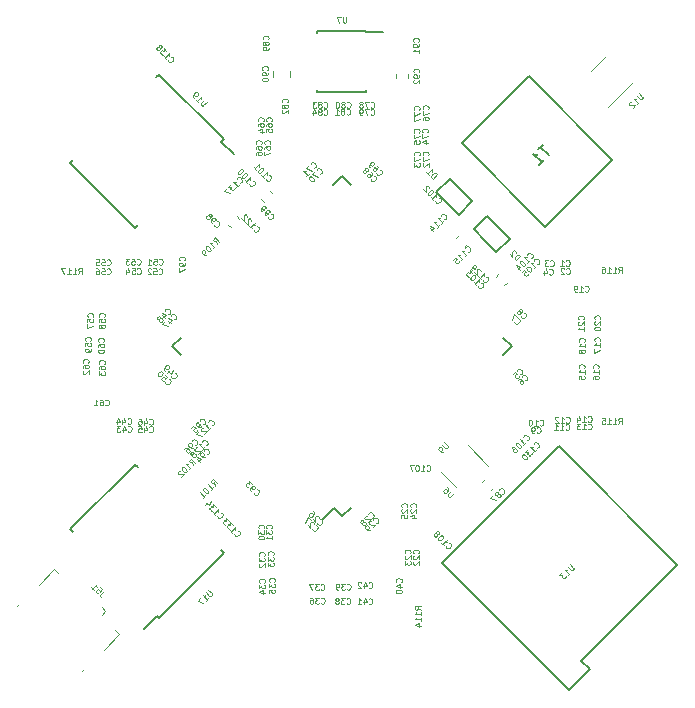
<source format=gbr>
G04 #@! TF.GenerationSoftware,KiCad,Pcbnew,5.1.5-52549c5~86~ubuntu16.04.1*
G04 #@! TF.CreationDate,2020-04-21T20:00:46+03:00*
G04 #@! TF.ProjectId,FreeEEG32-beta,46726565-4545-4473-9332-2d626574612e,rev?*
G04 #@! TF.SameCoordinates,Original*
G04 #@! TF.FileFunction,Legend,Bot*
G04 #@! TF.FilePolarity,Positive*
%FSLAX46Y46*%
G04 Gerber Fmt 4.6, Leading zero omitted, Abs format (unit mm)*
G04 Created by KiCad (PCBNEW 5.1.5-52549c5~86~ubuntu16.04.1) date 2020-04-21 20:00:46*
%MOMM*%
%LPD*%
G04 APERTURE LIST*
%ADD10C,0.150000*%
%ADD11C,0.120000*%
%ADD12C,0.075000*%
G04 APERTURE END LIST*
D10*
X165802893Y-77126039D02*
X172873961Y-84197107D01*
X172873961Y-84197107D02*
X167217107Y-89853961D01*
X167217107Y-89853961D02*
X160146039Y-82782893D01*
X160146039Y-82782893D02*
X165802893Y-77126039D01*
X149310571Y-113700194D02*
X148391332Y-114619433D01*
X164389623Y-100000000D02*
X163647161Y-100742462D01*
X150000000Y-85610377D02*
X149257538Y-86352839D01*
X135610377Y-100000000D02*
X136352839Y-99257538D01*
X150000000Y-114389623D02*
X150742462Y-113647161D01*
X135610377Y-100000000D02*
X136352839Y-100742462D01*
X150000000Y-85610377D02*
X150742462Y-86352839D01*
X164389623Y-100000000D02*
X163647161Y-99257538D01*
X150000000Y-114389623D02*
X149310571Y-113700194D01*
X152075000Y-73345000D02*
X153475000Y-73344999D01*
X152075001Y-78445000D02*
X147924999Y-78445000D01*
X152075001Y-73295000D02*
X147924999Y-73295000D01*
X152075001Y-78445000D02*
X152075000Y-78300000D01*
X147924999Y-78445000D02*
X147925000Y-78300000D01*
X147924999Y-73295000D02*
X147925000Y-73440000D01*
X152075001Y-73295000D02*
X152075000Y-73345000D01*
X162134315Y-91059429D02*
X161179720Y-90104835D01*
X161179720Y-90104835D02*
X162311091Y-88973464D01*
X162311091Y-88973464D02*
X164220280Y-90882653D01*
X164220280Y-90882653D02*
X163088909Y-92014024D01*
X163088909Y-92014024D02*
X162134315Y-91059429D01*
X158465753Y-118367938D02*
X168365248Y-108468443D01*
X169213776Y-129115961D02*
X158465753Y-118367938D01*
X178406164Y-118509359D02*
X170274436Y-126641087D01*
X168365248Y-108468443D02*
X178406164Y-118509359D01*
X170981543Y-127348194D02*
X169213776Y-129115961D01*
X170274436Y-126641087D02*
X170981543Y-127348194D01*
D11*
X129977266Y-122426897D02*
X129659068Y-122745095D01*
X129977266Y-122426897D02*
X129659068Y-122108699D01*
X125628559Y-118856008D02*
X125946757Y-119174206D01*
X124320412Y-120164155D02*
X125628559Y-118856008D01*
X128032722Y-127482711D02*
X128209499Y-127305934D01*
X122517289Y-121967278D02*
X122694066Y-121790501D01*
X129835845Y-125679588D02*
X131143992Y-124371441D01*
X131143992Y-124371441D02*
X130825794Y-124053243D01*
X163023225Y-94103359D02*
X163253430Y-93873154D01*
X163744474Y-94824608D02*
X163974679Y-94594403D01*
D10*
X134515305Y-123015382D02*
X134320850Y-122820928D01*
X139995382Y-117535305D02*
X139744359Y-117284282D01*
X132464695Y-110004618D02*
X132715718Y-110255641D01*
X126984618Y-115484695D02*
X127235641Y-115735718D01*
X134515305Y-123015382D02*
X139995382Y-117535305D01*
X126984618Y-115484695D02*
X132464695Y-110004618D01*
X134320850Y-122820928D02*
X133242513Y-123899266D01*
X139995382Y-82464695D02*
X139800928Y-82659150D01*
X134515305Y-76984618D02*
X134264282Y-77235641D01*
X126984618Y-84515305D02*
X127235641Y-84264282D01*
X132464695Y-89995382D02*
X132715718Y-89744359D01*
X139995382Y-82464695D02*
X134515305Y-76984618D01*
X132464695Y-89995382D02*
X126984618Y-84515305D01*
X139800928Y-82659150D02*
X140879266Y-83737487D01*
D11*
X160662046Y-108385162D02*
X162394457Y-110117574D01*
X159657954Y-111934838D02*
X158385162Y-110662046D01*
X162820127Y-111954922D02*
X162589922Y-112185127D01*
X162098878Y-111233673D02*
X161868673Y-111463878D01*
X155590000Y-76977221D02*
X155590000Y-77302779D01*
X154570000Y-76977221D02*
X154570000Y-77302779D01*
X145630000Y-76678222D02*
X145630000Y-77195378D01*
X144210000Y-76678222D02*
X144210000Y-77195378D01*
X143404478Y-87775727D02*
X143174273Y-87545522D01*
X144125727Y-87054478D02*
X143895522Y-86824273D01*
X159914478Y-90574863D02*
X159684273Y-90805068D01*
X160635727Y-91296112D02*
X160405522Y-91526317D01*
D10*
X159136091Y-85798464D02*
X160090685Y-86753059D01*
X158004720Y-86929835D02*
X159136091Y-85798464D01*
X159913909Y-88839024D02*
X158004720Y-86929835D01*
X161045280Y-87707653D02*
X159913909Y-88839024D01*
X160090685Y-86753059D02*
X161045280Y-87707653D01*
D11*
X174634838Y-77660790D02*
X172548873Y-79746755D01*
X171085162Y-76656698D02*
X172357954Y-75383906D01*
X141331727Y-89213478D02*
X141101522Y-88983273D01*
X140610478Y-89934727D02*
X140380273Y-89704522D01*
D10*
X167015075Y-82917579D02*
X166611014Y-83321640D01*
X167520152Y-83826717D02*
X166813045Y-83119610D01*
X166712030Y-84634839D02*
X167116091Y-84230778D01*
X166914060Y-84432808D02*
X166206953Y-83725701D01*
X166375312Y-83759373D01*
X166509999Y-83759373D01*
X166611014Y-83725701D01*
D12*
X158686361Y-108122213D02*
X158972571Y-108408423D01*
X158989407Y-108458930D01*
X158989407Y-108492602D01*
X158972571Y-108543110D01*
X158905227Y-108610453D01*
X158854720Y-108627289D01*
X158821048Y-108627289D01*
X158770540Y-108610453D01*
X158484330Y-108324243D01*
X158652689Y-108862991D02*
X158585346Y-108930335D01*
X158534838Y-108947171D01*
X158501166Y-108947171D01*
X158416987Y-108930335D01*
X158332808Y-108879827D01*
X158198121Y-108745140D01*
X158181285Y-108694633D01*
X158181285Y-108660961D01*
X158198121Y-108610453D01*
X158265464Y-108543110D01*
X158315972Y-108526274D01*
X158349643Y-108526274D01*
X158400151Y-108543110D01*
X158484330Y-108627289D01*
X158501166Y-108677797D01*
X158501166Y-108711469D01*
X158484330Y-108761976D01*
X158416987Y-108829320D01*
X158366479Y-108846156D01*
X158332808Y-108846156D01*
X158282300Y-108829320D01*
X150380952Y-72096190D02*
X150380952Y-72500952D01*
X150357142Y-72548571D01*
X150333333Y-72572380D01*
X150285714Y-72596190D01*
X150190476Y-72596190D01*
X150142857Y-72572380D01*
X150119047Y-72548571D01*
X150095238Y-72500952D01*
X150095238Y-72096190D01*
X149904761Y-72096190D02*
X149571428Y-72096190D01*
X149785714Y-72596190D01*
X164756815Y-92724695D02*
X165110368Y-92371142D01*
X165026189Y-92286963D01*
X164958845Y-92253291D01*
X164891502Y-92253291D01*
X164840994Y-92270127D01*
X164756815Y-92320634D01*
X164706307Y-92371142D01*
X164655800Y-92455321D01*
X164638964Y-92505829D01*
X164638964Y-92573173D01*
X164672635Y-92640516D01*
X164756815Y-92724695D01*
X164739979Y-92068096D02*
X164739979Y-92034424D01*
X164723143Y-91983917D01*
X164638964Y-91899737D01*
X164588456Y-91882902D01*
X164554784Y-91882902D01*
X164504277Y-91899737D01*
X164470605Y-91933409D01*
X164436933Y-92000753D01*
X164436933Y-92404814D01*
X164218067Y-92185947D01*
X169316475Y-118443699D02*
X169602685Y-118729909D01*
X169619520Y-118780417D01*
X169619520Y-118814088D01*
X169602685Y-118864596D01*
X169535341Y-118931940D01*
X169484833Y-118948775D01*
X169451162Y-118948775D01*
X169400654Y-118931940D01*
X169114444Y-118645730D01*
X169114444Y-119352836D02*
X169316475Y-119150806D01*
X169215459Y-119251821D02*
X168861906Y-118898268D01*
X168946085Y-118915104D01*
X169013429Y-118915104D01*
X169063937Y-118898268D01*
X168643040Y-119117134D02*
X168424173Y-119336001D01*
X168676711Y-119352836D01*
X168626204Y-119403344D01*
X168609368Y-119453852D01*
X168609368Y-119487523D01*
X168626204Y-119538031D01*
X168710383Y-119622210D01*
X168760891Y-119639046D01*
X168794563Y-119639046D01*
X168845070Y-119622210D01*
X168946085Y-119521195D01*
X168962921Y-119470688D01*
X168962921Y-119437016D01*
X129820692Y-120751727D02*
X129568154Y-121004265D01*
X129534482Y-121071608D01*
X129534482Y-121138952D01*
X129568154Y-121206295D01*
X129601826Y-121239967D01*
X129483974Y-120415009D02*
X129652333Y-120583368D01*
X129500810Y-120768563D01*
X129500810Y-120734891D01*
X129483974Y-120684383D01*
X129399795Y-120600204D01*
X129349287Y-120583368D01*
X129315616Y-120583368D01*
X129265108Y-120600204D01*
X129180929Y-120684383D01*
X129164093Y-120734891D01*
X129164093Y-120768563D01*
X129180929Y-120819070D01*
X129265108Y-120903250D01*
X129315616Y-120920086D01*
X129349287Y-120920086D01*
X128776868Y-120415009D02*
X128978898Y-120617040D01*
X128877883Y-120516025D02*
X129231436Y-120162471D01*
X129214600Y-120246651D01*
X129214600Y-120313994D01*
X129231436Y-120364502D01*
X165990512Y-92542425D02*
X166024183Y-92542425D01*
X166091527Y-92508754D01*
X166125199Y-92475082D01*
X166158870Y-92407738D01*
X166158870Y-92340395D01*
X166142035Y-92289887D01*
X166091527Y-92205708D01*
X166041019Y-92155200D01*
X165956840Y-92104693D01*
X165906332Y-92087857D01*
X165838989Y-92087857D01*
X165771645Y-92121529D01*
X165737974Y-92155200D01*
X165704302Y-92222544D01*
X165704302Y-92256216D01*
X165687466Y-92912815D02*
X165889496Y-92710784D01*
X165788481Y-92811800D02*
X165434928Y-92458246D01*
X165519107Y-92475082D01*
X165586451Y-92475082D01*
X165636958Y-92458246D01*
X165115046Y-92778128D02*
X165081374Y-92811800D01*
X165064538Y-92862307D01*
X165064538Y-92895979D01*
X165081374Y-92946487D01*
X165131882Y-93030666D01*
X165216061Y-93114845D01*
X165300241Y-93165353D01*
X165350748Y-93182189D01*
X165384420Y-93182189D01*
X165434928Y-93165353D01*
X165468600Y-93131681D01*
X165485435Y-93081174D01*
X165485435Y-93047502D01*
X165468600Y-92996994D01*
X165418092Y-92912815D01*
X165333912Y-92828635D01*
X165249733Y-92778128D01*
X165199225Y-92761292D01*
X165165554Y-92761292D01*
X165115046Y-92778128D01*
X164812000Y-93316876D02*
X165047703Y-93552578D01*
X164761493Y-93098009D02*
X165098210Y-93266368D01*
X164879344Y-93485235D01*
X138687120Y-120628454D02*
X138973330Y-120914664D01*
X138990165Y-120965172D01*
X138990165Y-120998843D01*
X138973330Y-121049351D01*
X138905986Y-121116695D01*
X138855478Y-121133530D01*
X138821807Y-121133530D01*
X138771299Y-121116695D01*
X138485089Y-120830485D01*
X138485089Y-121537591D02*
X138687120Y-121335561D01*
X138586104Y-121436576D02*
X138232551Y-121083023D01*
X138316730Y-121099859D01*
X138384074Y-121099859D01*
X138434582Y-121083023D01*
X138013685Y-121301889D02*
X137777982Y-121537591D01*
X138283059Y-121739622D01*
X138540762Y-79314703D02*
X138254552Y-79600913D01*
X138204044Y-79617748D01*
X138170373Y-79617748D01*
X138119865Y-79600913D01*
X138052521Y-79533569D01*
X138035686Y-79483061D01*
X138035686Y-79449390D01*
X138052521Y-79398882D01*
X138338731Y-79112672D01*
X137631625Y-79112672D02*
X137833655Y-79314703D01*
X137732640Y-79213687D02*
X138086193Y-78860134D01*
X138069357Y-78944313D01*
X138069357Y-79011657D01*
X138086193Y-79062165D01*
X137463266Y-78944313D02*
X137395922Y-78876970D01*
X137379086Y-78826462D01*
X137379086Y-78792791D01*
X137395922Y-78708611D01*
X137446430Y-78624432D01*
X137581117Y-78489745D01*
X137631625Y-78472909D01*
X137665296Y-78472909D01*
X137715804Y-78489745D01*
X137783147Y-78557088D01*
X137799983Y-78607596D01*
X137799983Y-78641268D01*
X137783147Y-78691775D01*
X137698968Y-78775955D01*
X137648460Y-78792791D01*
X137614789Y-78792791D01*
X137564281Y-78775955D01*
X137496938Y-78708611D01*
X137480102Y-78658104D01*
X137480102Y-78624432D01*
X137496938Y-78573924D01*
X144184171Y-117661771D02*
X144207980Y-117637961D01*
X144231790Y-117566533D01*
X144231790Y-117518914D01*
X144207980Y-117447485D01*
X144160361Y-117399866D01*
X144112742Y-117376057D01*
X144017504Y-117352247D01*
X143946076Y-117352247D01*
X143850838Y-117376057D01*
X143803219Y-117399866D01*
X143755600Y-117447485D01*
X143731790Y-117518914D01*
X143731790Y-117566533D01*
X143755600Y-117637961D01*
X143779409Y-117661771D01*
X143731790Y-117828438D02*
X143731790Y-118137961D01*
X143922266Y-117971295D01*
X143922266Y-118042723D01*
X143946076Y-118090342D01*
X143969885Y-118114152D01*
X144017504Y-118137961D01*
X144136552Y-118137961D01*
X144184171Y-118114152D01*
X144207980Y-118090342D01*
X144231790Y-118042723D01*
X144231790Y-117899866D01*
X144207980Y-117852247D01*
X144184171Y-117828438D01*
X143731790Y-118304628D02*
X143731790Y-118614152D01*
X143922266Y-118447485D01*
X143922266Y-118518914D01*
X143946076Y-118566533D01*
X143969885Y-118590342D01*
X144017504Y-118614152D01*
X144136552Y-118614152D01*
X144184171Y-118590342D01*
X144207980Y-118566533D01*
X144231790Y-118518914D01*
X144231790Y-118376057D01*
X144207980Y-118328438D01*
X144184171Y-118304628D01*
X144031771Y-115401171D02*
X144055580Y-115377361D01*
X144079390Y-115305933D01*
X144079390Y-115258314D01*
X144055580Y-115186885D01*
X144007961Y-115139266D01*
X143960342Y-115115457D01*
X143865104Y-115091647D01*
X143793676Y-115091647D01*
X143698438Y-115115457D01*
X143650819Y-115139266D01*
X143603200Y-115186885D01*
X143579390Y-115258314D01*
X143579390Y-115305933D01*
X143603200Y-115377361D01*
X143627009Y-115401171D01*
X143579390Y-115567838D02*
X143579390Y-115877361D01*
X143769866Y-115710695D01*
X143769866Y-115782123D01*
X143793676Y-115829742D01*
X143817485Y-115853552D01*
X143865104Y-115877361D01*
X143984152Y-115877361D01*
X144031771Y-115853552D01*
X144055580Y-115829742D01*
X144079390Y-115782123D01*
X144079390Y-115639266D01*
X144055580Y-115591647D01*
X144031771Y-115567838D01*
X144079390Y-116353552D02*
X144079390Y-116067838D01*
X144079390Y-116210695D02*
X143579390Y-116210695D01*
X143650819Y-116163076D01*
X143698438Y-116115457D01*
X143722247Y-116067838D01*
X152277228Y-120422371D02*
X152301038Y-120446180D01*
X152372466Y-120469990D01*
X152420085Y-120469990D01*
X152491514Y-120446180D01*
X152539133Y-120398561D01*
X152562942Y-120350942D01*
X152586752Y-120255704D01*
X152586752Y-120184276D01*
X152562942Y-120089038D01*
X152539133Y-120041419D01*
X152491514Y-119993800D01*
X152420085Y-119969990D01*
X152372466Y-119969990D01*
X152301038Y-119993800D01*
X152277228Y-120017609D01*
X151848657Y-120136657D02*
X151848657Y-120469990D01*
X151967704Y-119946180D02*
X152086752Y-120303323D01*
X151777228Y-120303323D01*
X151610561Y-120017609D02*
X151586752Y-119993800D01*
X151539133Y-119969990D01*
X151420085Y-119969990D01*
X151372466Y-119993800D01*
X151348657Y-120017609D01*
X151324847Y-120065228D01*
X151324847Y-120112847D01*
X151348657Y-120184276D01*
X151634371Y-120469990D01*
X151324847Y-120469990D01*
X152918953Y-114961184D02*
X152952625Y-114961184D01*
X153019968Y-114927512D01*
X153053640Y-114893841D01*
X153087312Y-114826497D01*
X153087312Y-114759154D01*
X153070476Y-114708646D01*
X153019968Y-114624467D01*
X152969461Y-114573959D01*
X152885281Y-114523451D01*
X152834774Y-114506616D01*
X152767430Y-114506616D01*
X152700087Y-114540287D01*
X152666415Y-114573959D01*
X152632743Y-114641303D01*
X152632743Y-114674974D01*
X152498056Y-114809661D02*
X152464384Y-114809661D01*
X152413877Y-114826497D01*
X152329697Y-114910677D01*
X152312861Y-114961184D01*
X152312861Y-114994856D01*
X152329697Y-115045364D01*
X152363369Y-115079035D01*
X152430712Y-115112707D01*
X152834774Y-115112707D01*
X152615907Y-115331574D01*
X152447548Y-115499932D02*
X152380205Y-115567276D01*
X152329697Y-115584112D01*
X152296025Y-115584112D01*
X152211846Y-115567276D01*
X152127667Y-115516768D01*
X151992980Y-115382081D01*
X151976144Y-115331574D01*
X151976144Y-115297902D01*
X151992980Y-115247394D01*
X152060323Y-115180051D01*
X152110831Y-115163215D01*
X152144503Y-115163215D01*
X152195010Y-115180051D01*
X152279190Y-115264230D01*
X152296025Y-115314738D01*
X152296025Y-115348409D01*
X152279190Y-115398917D01*
X152211846Y-115466261D01*
X152161338Y-115483096D01*
X152127667Y-115483096D01*
X152077159Y-115466261D01*
X155766571Y-117534771D02*
X155790380Y-117510961D01*
X155814190Y-117439533D01*
X155814190Y-117391914D01*
X155790380Y-117320485D01*
X155742761Y-117272866D01*
X155695142Y-117249057D01*
X155599904Y-117225247D01*
X155528476Y-117225247D01*
X155433238Y-117249057D01*
X155385619Y-117272866D01*
X155338000Y-117320485D01*
X155314190Y-117391914D01*
X155314190Y-117439533D01*
X155338000Y-117510961D01*
X155361809Y-117534771D01*
X155361809Y-117725247D02*
X155338000Y-117749057D01*
X155314190Y-117796676D01*
X155314190Y-117915723D01*
X155338000Y-117963342D01*
X155361809Y-117987152D01*
X155409428Y-118010961D01*
X155457047Y-118010961D01*
X155528476Y-117987152D01*
X155814190Y-117701438D01*
X155814190Y-118010961D01*
X155314190Y-118177628D02*
X155314190Y-118487152D01*
X155504666Y-118320485D01*
X155504666Y-118391914D01*
X155528476Y-118439533D01*
X155552285Y-118463342D01*
X155599904Y-118487152D01*
X155718952Y-118487152D01*
X155766571Y-118463342D01*
X155790380Y-118439533D01*
X155814190Y-118391914D01*
X155814190Y-118249057D01*
X155790380Y-118201438D01*
X155766571Y-118177628D01*
X155487171Y-113597771D02*
X155510980Y-113573961D01*
X155534790Y-113502533D01*
X155534790Y-113454914D01*
X155510980Y-113383485D01*
X155463361Y-113335866D01*
X155415742Y-113312057D01*
X155320504Y-113288247D01*
X155249076Y-113288247D01*
X155153838Y-113312057D01*
X155106219Y-113335866D01*
X155058600Y-113383485D01*
X155034790Y-113454914D01*
X155034790Y-113502533D01*
X155058600Y-113573961D01*
X155082409Y-113597771D01*
X155082409Y-113788247D02*
X155058600Y-113812057D01*
X155034790Y-113859676D01*
X155034790Y-113978723D01*
X155058600Y-114026342D01*
X155082409Y-114050152D01*
X155130028Y-114073961D01*
X155177647Y-114073961D01*
X155249076Y-114050152D01*
X155534790Y-113764438D01*
X155534790Y-114073961D01*
X155034790Y-114526342D02*
X155034790Y-114288247D01*
X155272885Y-114264438D01*
X155249076Y-114288247D01*
X155225266Y-114335866D01*
X155225266Y-114454914D01*
X155249076Y-114502533D01*
X155272885Y-114526342D01*
X155320504Y-114550152D01*
X155439552Y-114550152D01*
X155487171Y-114526342D01*
X155510980Y-114502533D01*
X155534790Y-114454914D01*
X155534790Y-114335866D01*
X155510980Y-114288247D01*
X155487171Y-114264438D01*
X156553971Y-83828971D02*
X156577780Y-83805161D01*
X156601590Y-83733733D01*
X156601590Y-83686114D01*
X156577780Y-83614685D01*
X156530161Y-83567066D01*
X156482542Y-83543257D01*
X156387304Y-83519447D01*
X156315876Y-83519447D01*
X156220638Y-83543257D01*
X156173019Y-83567066D01*
X156125400Y-83614685D01*
X156101590Y-83686114D01*
X156101590Y-83733733D01*
X156125400Y-83805161D01*
X156149209Y-83828971D01*
X156101590Y-83995638D02*
X156101590Y-84328971D01*
X156601590Y-84114685D01*
X156101590Y-84471828D02*
X156101590Y-84781352D01*
X156292066Y-84614685D01*
X156292066Y-84686114D01*
X156315876Y-84733733D01*
X156339685Y-84757542D01*
X156387304Y-84781352D01*
X156506352Y-84781352D01*
X156553971Y-84757542D01*
X156577780Y-84733733D01*
X156601590Y-84686114D01*
X156601590Y-84543257D01*
X156577780Y-84495638D01*
X156553971Y-84471828D01*
X143879371Y-82863771D02*
X143903180Y-82839961D01*
X143926990Y-82768533D01*
X143926990Y-82720914D01*
X143903180Y-82649485D01*
X143855561Y-82601866D01*
X143807942Y-82578057D01*
X143712704Y-82554247D01*
X143641276Y-82554247D01*
X143546038Y-82578057D01*
X143498419Y-82601866D01*
X143450800Y-82649485D01*
X143426990Y-82720914D01*
X143426990Y-82768533D01*
X143450800Y-82839961D01*
X143474609Y-82863771D01*
X143426990Y-83292342D02*
X143426990Y-83197104D01*
X143450800Y-83149485D01*
X143474609Y-83125676D01*
X143546038Y-83078057D01*
X143641276Y-83054247D01*
X143831752Y-83054247D01*
X143879371Y-83078057D01*
X143903180Y-83101866D01*
X143926990Y-83149485D01*
X143926990Y-83244723D01*
X143903180Y-83292342D01*
X143879371Y-83316152D01*
X143831752Y-83339961D01*
X143712704Y-83339961D01*
X143665085Y-83316152D01*
X143641276Y-83292342D01*
X143617466Y-83244723D01*
X143617466Y-83149485D01*
X143641276Y-83101866D01*
X143665085Y-83078057D01*
X143712704Y-83054247D01*
X143426990Y-83506628D02*
X143426990Y-83839961D01*
X143926990Y-83625676D01*
X147635753Y-84887584D02*
X147669425Y-84887584D01*
X147736768Y-84853912D01*
X147770440Y-84820241D01*
X147804112Y-84752897D01*
X147804112Y-84685554D01*
X147787276Y-84635046D01*
X147736768Y-84550867D01*
X147686261Y-84500359D01*
X147602081Y-84449851D01*
X147551574Y-84433016D01*
X147484230Y-84433016D01*
X147416887Y-84466687D01*
X147383215Y-84500359D01*
X147349543Y-84567703D01*
X147349543Y-84601374D01*
X147198020Y-84685554D02*
X146962318Y-84921256D01*
X147467394Y-85123287D01*
X146995990Y-85594691D02*
X147198020Y-85392661D01*
X147097005Y-85493676D02*
X146743451Y-85140122D01*
X146827631Y-85156958D01*
X146894974Y-85156958D01*
X146945482Y-85140122D01*
X144031771Y-80933371D02*
X144055580Y-80909561D01*
X144079390Y-80838133D01*
X144079390Y-80790514D01*
X144055580Y-80719085D01*
X144007961Y-80671466D01*
X143960342Y-80647657D01*
X143865104Y-80623847D01*
X143793676Y-80623847D01*
X143698438Y-80647657D01*
X143650819Y-80671466D01*
X143603200Y-80719085D01*
X143579390Y-80790514D01*
X143579390Y-80838133D01*
X143603200Y-80909561D01*
X143627009Y-80933371D01*
X143579390Y-81361942D02*
X143579390Y-81266704D01*
X143603200Y-81219085D01*
X143627009Y-81195276D01*
X143698438Y-81147657D01*
X143793676Y-81123847D01*
X143984152Y-81123847D01*
X144031771Y-81147657D01*
X144055580Y-81171466D01*
X144079390Y-81219085D01*
X144079390Y-81314323D01*
X144055580Y-81361942D01*
X144031771Y-81385752D01*
X143984152Y-81409561D01*
X143865104Y-81409561D01*
X143817485Y-81385752D01*
X143793676Y-81361942D01*
X143769866Y-81314323D01*
X143769866Y-81219085D01*
X143793676Y-81171466D01*
X143817485Y-81147657D01*
X143865104Y-81123847D01*
X143579390Y-81861942D02*
X143579390Y-81623847D01*
X143817485Y-81600038D01*
X143793676Y-81623847D01*
X143769866Y-81671466D01*
X143769866Y-81790514D01*
X143793676Y-81838133D01*
X143817485Y-81861942D01*
X143865104Y-81885752D01*
X143984152Y-81885752D01*
X144031771Y-81861942D01*
X144055580Y-81838133D01*
X144079390Y-81790514D01*
X144079390Y-81671466D01*
X144055580Y-81623847D01*
X144031771Y-81600038D01*
X148467228Y-80366571D02*
X148491038Y-80390380D01*
X148562466Y-80414190D01*
X148610085Y-80414190D01*
X148681514Y-80390380D01*
X148729133Y-80342761D01*
X148752942Y-80295142D01*
X148776752Y-80199904D01*
X148776752Y-80128476D01*
X148752942Y-80033238D01*
X148729133Y-79985619D01*
X148681514Y-79938000D01*
X148610085Y-79914190D01*
X148562466Y-79914190D01*
X148491038Y-79938000D01*
X148467228Y-79961809D01*
X148181514Y-80128476D02*
X148229133Y-80104666D01*
X148252942Y-80080857D01*
X148276752Y-80033238D01*
X148276752Y-80009428D01*
X148252942Y-79961809D01*
X148229133Y-79938000D01*
X148181514Y-79914190D01*
X148086276Y-79914190D01*
X148038657Y-79938000D01*
X148014847Y-79961809D01*
X147991038Y-80009428D01*
X147991038Y-80033238D01*
X148014847Y-80080857D01*
X148038657Y-80104666D01*
X148086276Y-80128476D01*
X148181514Y-80128476D01*
X148229133Y-80152285D01*
X148252942Y-80176095D01*
X148276752Y-80223714D01*
X148276752Y-80318952D01*
X148252942Y-80366571D01*
X148229133Y-80390380D01*
X148181514Y-80414190D01*
X148086276Y-80414190D01*
X148038657Y-80390380D01*
X148014847Y-80366571D01*
X147991038Y-80318952D01*
X147991038Y-80223714D01*
X148014847Y-80176095D01*
X148038657Y-80152285D01*
X148086276Y-80128476D01*
X147562466Y-80080857D02*
X147562466Y-80414190D01*
X147681514Y-79890380D02*
X147800561Y-80247523D01*
X147491038Y-80247523D01*
X156528571Y-81898571D02*
X156552380Y-81874761D01*
X156576190Y-81803333D01*
X156576190Y-81755714D01*
X156552380Y-81684285D01*
X156504761Y-81636666D01*
X156457142Y-81612857D01*
X156361904Y-81589047D01*
X156290476Y-81589047D01*
X156195238Y-81612857D01*
X156147619Y-81636666D01*
X156100000Y-81684285D01*
X156076190Y-81755714D01*
X156076190Y-81803333D01*
X156100000Y-81874761D01*
X156123809Y-81898571D01*
X156076190Y-82065238D02*
X156076190Y-82398571D01*
X156576190Y-82184285D01*
X156076190Y-82827142D02*
X156076190Y-82589047D01*
X156314285Y-82565238D01*
X156290476Y-82589047D01*
X156266666Y-82636666D01*
X156266666Y-82755714D01*
X156290476Y-82803333D01*
X156314285Y-82827142D01*
X156361904Y-82850952D01*
X156480952Y-82850952D01*
X156528571Y-82827142D01*
X156552380Y-82803333D01*
X156576190Y-82755714D01*
X156576190Y-82636666D01*
X156552380Y-82589047D01*
X156528571Y-82565238D01*
X134497228Y-93853971D02*
X134521038Y-93877780D01*
X134592466Y-93901590D01*
X134640085Y-93901590D01*
X134711514Y-93877780D01*
X134759133Y-93830161D01*
X134782942Y-93782542D01*
X134806752Y-93687304D01*
X134806752Y-93615876D01*
X134782942Y-93520638D01*
X134759133Y-93473019D01*
X134711514Y-93425400D01*
X134640085Y-93401590D01*
X134592466Y-93401590D01*
X134521038Y-93425400D01*
X134497228Y-93449209D01*
X134044847Y-93401590D02*
X134282942Y-93401590D01*
X134306752Y-93639685D01*
X134282942Y-93615876D01*
X134235323Y-93592066D01*
X134116276Y-93592066D01*
X134068657Y-93615876D01*
X134044847Y-93639685D01*
X134021038Y-93687304D01*
X134021038Y-93806352D01*
X134044847Y-93853971D01*
X134068657Y-93877780D01*
X134116276Y-93901590D01*
X134235323Y-93901590D01*
X134282942Y-93877780D01*
X134306752Y-93853971D01*
X133830561Y-93449209D02*
X133806752Y-93425400D01*
X133759133Y-93401590D01*
X133640085Y-93401590D01*
X133592466Y-93425400D01*
X133568657Y-93449209D01*
X133544847Y-93496828D01*
X133544847Y-93544447D01*
X133568657Y-93615876D01*
X133854371Y-93901590D01*
X133544847Y-93901590D01*
X131855628Y-106528571D02*
X131879438Y-106552380D01*
X131950866Y-106576190D01*
X131998485Y-106576190D01*
X132069914Y-106552380D01*
X132117533Y-106504761D01*
X132141342Y-106457142D01*
X132165152Y-106361904D01*
X132165152Y-106290476D01*
X132141342Y-106195238D01*
X132117533Y-106147619D01*
X132069914Y-106100000D01*
X131998485Y-106076190D01*
X131950866Y-106076190D01*
X131879438Y-106100000D01*
X131855628Y-106123809D01*
X131427057Y-106242857D02*
X131427057Y-106576190D01*
X131546104Y-106052380D02*
X131665152Y-106409523D01*
X131355628Y-106409523D01*
X130950866Y-106242857D02*
X130950866Y-106576190D01*
X131069914Y-106052380D02*
X131188961Y-106409523D01*
X130879438Y-106409523D01*
X133709828Y-106579371D02*
X133733638Y-106603180D01*
X133805066Y-106626990D01*
X133852685Y-106626990D01*
X133924114Y-106603180D01*
X133971733Y-106555561D01*
X133995542Y-106507942D01*
X134019352Y-106412704D01*
X134019352Y-106341276D01*
X133995542Y-106246038D01*
X133971733Y-106198419D01*
X133924114Y-106150800D01*
X133852685Y-106126990D01*
X133805066Y-106126990D01*
X133733638Y-106150800D01*
X133709828Y-106174609D01*
X133281257Y-106293657D02*
X133281257Y-106626990D01*
X133400304Y-106103180D02*
X133519352Y-106460323D01*
X133209828Y-106460323D01*
X132805066Y-106126990D02*
X132900304Y-106126990D01*
X132947923Y-106150800D01*
X132971733Y-106174609D01*
X133019352Y-106246038D01*
X133043161Y-106341276D01*
X133043161Y-106531752D01*
X133019352Y-106579371D01*
X132995542Y-106603180D01*
X132947923Y-106626990D01*
X132852685Y-106626990D01*
X132805066Y-106603180D01*
X132781257Y-106579371D01*
X132757447Y-106531752D01*
X132757447Y-106412704D01*
X132781257Y-106365085D01*
X132805066Y-106341276D01*
X132852685Y-106317466D01*
X132947923Y-106317466D01*
X132995542Y-106341276D01*
X133019352Y-106365085D01*
X133043161Y-106412704D01*
X129883971Y-101481971D02*
X129907780Y-101458161D01*
X129931590Y-101386733D01*
X129931590Y-101339114D01*
X129907780Y-101267685D01*
X129860161Y-101220066D01*
X129812542Y-101196257D01*
X129717304Y-101172447D01*
X129645876Y-101172447D01*
X129550638Y-101196257D01*
X129503019Y-101220066D01*
X129455400Y-101267685D01*
X129431590Y-101339114D01*
X129431590Y-101386733D01*
X129455400Y-101458161D01*
X129479209Y-101481971D01*
X129431590Y-101910542D02*
X129431590Y-101815304D01*
X129455400Y-101767685D01*
X129479209Y-101743876D01*
X129550638Y-101696257D01*
X129645876Y-101672447D01*
X129836352Y-101672447D01*
X129883971Y-101696257D01*
X129907780Y-101720066D01*
X129931590Y-101767685D01*
X129931590Y-101862923D01*
X129907780Y-101910542D01*
X129883971Y-101934352D01*
X129836352Y-101958161D01*
X129717304Y-101958161D01*
X129669685Y-101934352D01*
X129645876Y-101910542D01*
X129622066Y-101862923D01*
X129622066Y-101767685D01*
X129645876Y-101720066D01*
X129669685Y-101696257D01*
X129717304Y-101672447D01*
X129431590Y-102124828D02*
X129431590Y-102434352D01*
X129622066Y-102267685D01*
X129622066Y-102339114D01*
X129645876Y-102386733D01*
X129669685Y-102410542D01*
X129717304Y-102434352D01*
X129836352Y-102434352D01*
X129883971Y-102410542D01*
X129907780Y-102386733D01*
X129931590Y-102339114D01*
X129931590Y-102196257D01*
X129907780Y-102148638D01*
X129883971Y-102124828D01*
X135038815Y-103045953D02*
X135038815Y-103079625D01*
X135072487Y-103146968D01*
X135106158Y-103180640D01*
X135173502Y-103214312D01*
X135240845Y-103214312D01*
X135291353Y-103197476D01*
X135375532Y-103146968D01*
X135426040Y-103096461D01*
X135476548Y-103012281D01*
X135493383Y-102961774D01*
X135493383Y-102894430D01*
X135459712Y-102827087D01*
X135426040Y-102793415D01*
X135358696Y-102759743D01*
X135325025Y-102759743D01*
X135038815Y-102406190D02*
X135207174Y-102574548D01*
X135055651Y-102759743D01*
X135055651Y-102726071D01*
X135038815Y-102675564D01*
X134954635Y-102591384D01*
X134904128Y-102574548D01*
X134870456Y-102574548D01*
X134819948Y-102591384D01*
X134735769Y-102675564D01*
X134718933Y-102726071D01*
X134718933Y-102759743D01*
X134735769Y-102810251D01*
X134819948Y-102894430D01*
X134870456Y-102911266D01*
X134904128Y-102911266D01*
X134803112Y-102170487D02*
X134769441Y-102136816D01*
X134718933Y-102119980D01*
X134685261Y-102119980D01*
X134634754Y-102136816D01*
X134550574Y-102187323D01*
X134466395Y-102271503D01*
X134415887Y-102355682D01*
X134399051Y-102406190D01*
X134399051Y-102439861D01*
X134415887Y-102490369D01*
X134449559Y-102524041D01*
X134500067Y-102540877D01*
X134533738Y-102540877D01*
X134584246Y-102524041D01*
X134668425Y-102473533D01*
X134752605Y-102389354D01*
X134803112Y-102305174D01*
X134819948Y-102254667D01*
X134819948Y-102220995D01*
X134803112Y-102170487D01*
X132668428Y-93828571D02*
X132692238Y-93852380D01*
X132763666Y-93876190D01*
X132811285Y-93876190D01*
X132882714Y-93852380D01*
X132930333Y-93804761D01*
X132954142Y-93757142D01*
X132977952Y-93661904D01*
X132977952Y-93590476D01*
X132954142Y-93495238D01*
X132930333Y-93447619D01*
X132882714Y-93400000D01*
X132811285Y-93376190D01*
X132763666Y-93376190D01*
X132692238Y-93400000D01*
X132668428Y-93423809D01*
X132216047Y-93376190D02*
X132454142Y-93376190D01*
X132477952Y-93614285D01*
X132454142Y-93590476D01*
X132406523Y-93566666D01*
X132287476Y-93566666D01*
X132239857Y-93590476D01*
X132216047Y-93614285D01*
X132192238Y-93661904D01*
X132192238Y-93780952D01*
X132216047Y-93828571D01*
X132239857Y-93852380D01*
X132287476Y-93876190D01*
X132406523Y-93876190D01*
X132454142Y-93852380D01*
X132477952Y-93828571D01*
X131763666Y-93542857D02*
X131763666Y-93876190D01*
X131882714Y-93352380D02*
X132001761Y-93709523D01*
X131692238Y-93709523D01*
X166755228Y-106655571D02*
X166779038Y-106679380D01*
X166850466Y-106703190D01*
X166898085Y-106703190D01*
X166969514Y-106679380D01*
X167017133Y-106631761D01*
X167040942Y-106584142D01*
X167064752Y-106488904D01*
X167064752Y-106417476D01*
X167040942Y-106322238D01*
X167017133Y-106274619D01*
X166969514Y-106227000D01*
X166898085Y-106203190D01*
X166850466Y-106203190D01*
X166779038Y-106227000D01*
X166755228Y-106250809D01*
X166279038Y-106703190D02*
X166564752Y-106703190D01*
X166421895Y-106703190D02*
X166421895Y-106203190D01*
X166469514Y-106274619D01*
X166517133Y-106322238D01*
X166564752Y-106346047D01*
X165969514Y-106203190D02*
X165921895Y-106203190D01*
X165874276Y-106227000D01*
X165850466Y-106250809D01*
X165826657Y-106298428D01*
X165802847Y-106393666D01*
X165802847Y-106512714D01*
X165826657Y-106607952D01*
X165850466Y-106655571D01*
X165874276Y-106679380D01*
X165921895Y-106703190D01*
X165969514Y-106703190D01*
X166017133Y-106679380D01*
X166040942Y-106655571D01*
X166064752Y-106607952D01*
X166088561Y-106512714D01*
X166088561Y-106393666D01*
X166064752Y-106298428D01*
X166040942Y-106250809D01*
X166017133Y-106227000D01*
X165969514Y-106203190D01*
X168990428Y-106426971D02*
X169014238Y-106450780D01*
X169085666Y-106474590D01*
X169133285Y-106474590D01*
X169204714Y-106450780D01*
X169252333Y-106403161D01*
X169276142Y-106355542D01*
X169299952Y-106260304D01*
X169299952Y-106188876D01*
X169276142Y-106093638D01*
X169252333Y-106046019D01*
X169204714Y-105998400D01*
X169133285Y-105974590D01*
X169085666Y-105974590D01*
X169014238Y-105998400D01*
X168990428Y-106022209D01*
X168514238Y-106474590D02*
X168799952Y-106474590D01*
X168657095Y-106474590D02*
X168657095Y-105974590D01*
X168704714Y-106046019D01*
X168752333Y-106093638D01*
X168799952Y-106117447D01*
X168323761Y-106022209D02*
X168299952Y-105998400D01*
X168252333Y-105974590D01*
X168133285Y-105974590D01*
X168085666Y-105998400D01*
X168061857Y-106022209D01*
X168038047Y-106069828D01*
X168038047Y-106117447D01*
X168061857Y-106188876D01*
X168347571Y-106474590D01*
X168038047Y-106474590D01*
X165526794Y-102886743D02*
X165560466Y-102886743D01*
X165627809Y-102853071D01*
X165661481Y-102819400D01*
X165695153Y-102752056D01*
X165695153Y-102684712D01*
X165678317Y-102634205D01*
X165627809Y-102550025D01*
X165577302Y-102499518D01*
X165493122Y-102449010D01*
X165442615Y-102432174D01*
X165375271Y-102432174D01*
X165307928Y-102465846D01*
X165274256Y-102499518D01*
X165240584Y-102566861D01*
X165240584Y-102600533D01*
X164903867Y-102869907D02*
X164971210Y-102802564D01*
X165021718Y-102785728D01*
X165055390Y-102785728D01*
X165139569Y-102802564D01*
X165223748Y-102853071D01*
X165358435Y-102987758D01*
X165375271Y-103038266D01*
X165375271Y-103071938D01*
X165358435Y-103122445D01*
X165291092Y-103189789D01*
X165240584Y-103206625D01*
X165206912Y-103206625D01*
X165156405Y-103189789D01*
X165072225Y-103105609D01*
X165055390Y-103055102D01*
X165055390Y-103021430D01*
X165072225Y-102970922D01*
X165139569Y-102903579D01*
X165190077Y-102886743D01*
X165223748Y-102886743D01*
X165274256Y-102903579D01*
X170523971Y-99602371D02*
X170547780Y-99578561D01*
X170571590Y-99507133D01*
X170571590Y-99459514D01*
X170547780Y-99388085D01*
X170500161Y-99340466D01*
X170452542Y-99316657D01*
X170357304Y-99292847D01*
X170285876Y-99292847D01*
X170190638Y-99316657D01*
X170143019Y-99340466D01*
X170095400Y-99388085D01*
X170071590Y-99459514D01*
X170071590Y-99507133D01*
X170095400Y-99578561D01*
X170119209Y-99602371D01*
X170571590Y-100078561D02*
X170571590Y-99792847D01*
X170571590Y-99935704D02*
X170071590Y-99935704D01*
X170143019Y-99888085D01*
X170190638Y-99840466D01*
X170214447Y-99792847D01*
X170285876Y-100364276D02*
X170262066Y-100316657D01*
X170238257Y-100292847D01*
X170190638Y-100269038D01*
X170166828Y-100269038D01*
X170119209Y-100292847D01*
X170095400Y-100316657D01*
X170071590Y-100364276D01*
X170071590Y-100459514D01*
X170095400Y-100507133D01*
X170119209Y-100530942D01*
X170166828Y-100554752D01*
X170190638Y-100554752D01*
X170238257Y-100530942D01*
X170262066Y-100507133D01*
X170285876Y-100459514D01*
X170285876Y-100364276D01*
X170309685Y-100316657D01*
X170333495Y-100292847D01*
X170381114Y-100269038D01*
X170476352Y-100269038D01*
X170523971Y-100292847D01*
X170547780Y-100316657D01*
X170571590Y-100364276D01*
X170571590Y-100459514D01*
X170547780Y-100507133D01*
X170523971Y-100530942D01*
X170476352Y-100554752D01*
X170381114Y-100554752D01*
X170333495Y-100530942D01*
X170309685Y-100507133D01*
X170285876Y-100459514D01*
X138456912Y-108366625D02*
X138490583Y-108366625D01*
X138557927Y-108332954D01*
X138591599Y-108299282D01*
X138625270Y-108231938D01*
X138625270Y-108164595D01*
X138608435Y-108114087D01*
X138557927Y-108029908D01*
X138507419Y-107979400D01*
X138423240Y-107928893D01*
X138372732Y-107912057D01*
X138305389Y-107912057D01*
X138238045Y-107945729D01*
X138204374Y-107979400D01*
X138170702Y-108046744D01*
X138170702Y-108080416D01*
X138153866Y-108737015D02*
X138355896Y-108534984D01*
X138254881Y-108636000D02*
X137901328Y-108282446D01*
X137985507Y-108299282D01*
X138052851Y-108299282D01*
X138103358Y-108282446D01*
X137699297Y-108551820D02*
X137665625Y-108551820D01*
X137615118Y-108568656D01*
X137530938Y-108652835D01*
X137514103Y-108703343D01*
X137514103Y-108737015D01*
X137530938Y-108787522D01*
X137564610Y-108821194D01*
X137631954Y-108854866D01*
X138036015Y-108854866D01*
X137817148Y-109073732D01*
X137413087Y-109073732D02*
X137429923Y-109023225D01*
X137429923Y-108989553D01*
X137413087Y-108939045D01*
X137396251Y-108922209D01*
X137345744Y-108905374D01*
X137312072Y-108905374D01*
X137261564Y-108922209D01*
X137194221Y-108989553D01*
X137177385Y-109040061D01*
X137177385Y-109073732D01*
X137194221Y-109124240D01*
X137211057Y-109141076D01*
X137261564Y-109157912D01*
X137295236Y-109157912D01*
X137345744Y-109141076D01*
X137413087Y-109073732D01*
X137463595Y-109056896D01*
X137497267Y-109056896D01*
X137547774Y-109073732D01*
X137615118Y-109141076D01*
X137631954Y-109191583D01*
X137631954Y-109225255D01*
X137615118Y-109275763D01*
X137547774Y-109343106D01*
X137497267Y-109359942D01*
X137463595Y-109359942D01*
X137413087Y-109343106D01*
X137345744Y-109275763D01*
X137328908Y-109225255D01*
X137328908Y-109191583D01*
X137345744Y-109141076D01*
X135316753Y-97257385D02*
X135350425Y-97257385D01*
X135417768Y-97223713D01*
X135451440Y-97190042D01*
X135485112Y-97122698D01*
X135485112Y-97055355D01*
X135468276Y-97004847D01*
X135417768Y-96920668D01*
X135367261Y-96870160D01*
X135283081Y-96819652D01*
X135232574Y-96802817D01*
X135165230Y-96802817D01*
X135097887Y-96836488D01*
X135064215Y-96870160D01*
X135030543Y-96937504D01*
X135030543Y-96971175D01*
X134811677Y-97358401D02*
X135047379Y-97594103D01*
X134761169Y-97139534D02*
X135097887Y-97307893D01*
X134879020Y-97526759D01*
X134609646Y-97627775D02*
X134626482Y-97577267D01*
X134626482Y-97543595D01*
X134609646Y-97493088D01*
X134592810Y-97476252D01*
X134542303Y-97459416D01*
X134508631Y-97459416D01*
X134458123Y-97476252D01*
X134390780Y-97543595D01*
X134373944Y-97594103D01*
X134373944Y-97627775D01*
X134390780Y-97678282D01*
X134407616Y-97695118D01*
X134458123Y-97711954D01*
X134491795Y-97711954D01*
X134542303Y-97695118D01*
X134609646Y-97627775D01*
X134660154Y-97610939D01*
X134693825Y-97610939D01*
X134744333Y-97627775D01*
X134811677Y-97695118D01*
X134828512Y-97745626D01*
X134828512Y-97779297D01*
X134811677Y-97829805D01*
X134744333Y-97897149D01*
X134693825Y-97913984D01*
X134660154Y-97913984D01*
X134609646Y-97897149D01*
X134542303Y-97829805D01*
X134525467Y-97779297D01*
X134525467Y-97745626D01*
X134542303Y-97695118D01*
X129807771Y-99602371D02*
X129831580Y-99578561D01*
X129855390Y-99507133D01*
X129855390Y-99459514D01*
X129831580Y-99388085D01*
X129783961Y-99340466D01*
X129736342Y-99316657D01*
X129641104Y-99292847D01*
X129569676Y-99292847D01*
X129474438Y-99316657D01*
X129426819Y-99340466D01*
X129379200Y-99388085D01*
X129355390Y-99459514D01*
X129355390Y-99507133D01*
X129379200Y-99578561D01*
X129403009Y-99602371D01*
X129355390Y-100030942D02*
X129355390Y-99935704D01*
X129379200Y-99888085D01*
X129403009Y-99864276D01*
X129474438Y-99816657D01*
X129569676Y-99792847D01*
X129760152Y-99792847D01*
X129807771Y-99816657D01*
X129831580Y-99840466D01*
X129855390Y-99888085D01*
X129855390Y-99983323D01*
X129831580Y-100030942D01*
X129807771Y-100054752D01*
X129760152Y-100078561D01*
X129641104Y-100078561D01*
X129593485Y-100054752D01*
X129569676Y-100030942D01*
X129545866Y-99983323D01*
X129545866Y-99888085D01*
X129569676Y-99840466D01*
X129593485Y-99816657D01*
X129641104Y-99792847D01*
X129355390Y-100388085D02*
X129355390Y-100435704D01*
X129379200Y-100483323D01*
X129403009Y-100507133D01*
X129450628Y-100530942D01*
X129545866Y-100554752D01*
X129664914Y-100554752D01*
X129760152Y-100530942D01*
X129807771Y-100507133D01*
X129831580Y-100483323D01*
X129855390Y-100435704D01*
X129855390Y-100388085D01*
X129831580Y-100340466D01*
X129807771Y-100316657D01*
X129760152Y-100292847D01*
X129664914Y-100269038D01*
X129545866Y-100269038D01*
X129450628Y-100292847D01*
X129403009Y-100316657D01*
X129379200Y-100340466D01*
X129355390Y-100388085D01*
X129883971Y-97494171D02*
X129907780Y-97470361D01*
X129931590Y-97398933D01*
X129931590Y-97351314D01*
X129907780Y-97279885D01*
X129860161Y-97232266D01*
X129812542Y-97208457D01*
X129717304Y-97184647D01*
X129645876Y-97184647D01*
X129550638Y-97208457D01*
X129503019Y-97232266D01*
X129455400Y-97279885D01*
X129431590Y-97351314D01*
X129431590Y-97398933D01*
X129455400Y-97470361D01*
X129479209Y-97494171D01*
X129431590Y-97946552D02*
X129431590Y-97708457D01*
X129669685Y-97684647D01*
X129645876Y-97708457D01*
X129622066Y-97756076D01*
X129622066Y-97875123D01*
X129645876Y-97922742D01*
X129669685Y-97946552D01*
X129717304Y-97970361D01*
X129836352Y-97970361D01*
X129883971Y-97946552D01*
X129907780Y-97922742D01*
X129931590Y-97875123D01*
X129931590Y-97756076D01*
X129907780Y-97708457D01*
X129883971Y-97684647D01*
X129645876Y-98256076D02*
X129622066Y-98208457D01*
X129598257Y-98184647D01*
X129550638Y-98160838D01*
X129526828Y-98160838D01*
X129479209Y-98184647D01*
X129455400Y-98208457D01*
X129431590Y-98256076D01*
X129431590Y-98351314D01*
X129455400Y-98398933D01*
X129479209Y-98422742D01*
X129526828Y-98446552D01*
X129550638Y-98446552D01*
X129598257Y-98422742D01*
X129622066Y-98398933D01*
X129645876Y-98351314D01*
X129645876Y-98256076D01*
X129669685Y-98208457D01*
X129693495Y-98184647D01*
X129741114Y-98160838D01*
X129836352Y-98160838D01*
X129883971Y-98184647D01*
X129907780Y-98208457D01*
X129931590Y-98256076D01*
X129931590Y-98351314D01*
X129907780Y-98398933D01*
X129883971Y-98422742D01*
X129836352Y-98446552D01*
X129741114Y-98446552D01*
X129693495Y-98422742D01*
X129669685Y-98398933D01*
X129645876Y-98351314D01*
X150423028Y-120549371D02*
X150446838Y-120573180D01*
X150518266Y-120596990D01*
X150565885Y-120596990D01*
X150637314Y-120573180D01*
X150684933Y-120525561D01*
X150708742Y-120477942D01*
X150732552Y-120382704D01*
X150732552Y-120311276D01*
X150708742Y-120216038D01*
X150684933Y-120168419D01*
X150637314Y-120120800D01*
X150565885Y-120096990D01*
X150518266Y-120096990D01*
X150446838Y-120120800D01*
X150423028Y-120144609D01*
X150256361Y-120096990D02*
X149946838Y-120096990D01*
X150113504Y-120287466D01*
X150042076Y-120287466D01*
X149994457Y-120311276D01*
X149970647Y-120335085D01*
X149946838Y-120382704D01*
X149946838Y-120501752D01*
X149970647Y-120549371D01*
X149994457Y-120573180D01*
X150042076Y-120596990D01*
X150184933Y-120596990D01*
X150232552Y-120573180D01*
X150256361Y-120549371D01*
X149708742Y-120596990D02*
X149613504Y-120596990D01*
X149565885Y-120573180D01*
X149542076Y-120549371D01*
X149494457Y-120477942D01*
X149470647Y-120382704D01*
X149470647Y-120192228D01*
X149494457Y-120144609D01*
X149518266Y-120120800D01*
X149565885Y-120096990D01*
X149661123Y-120096990D01*
X149708742Y-120120800D01*
X149732552Y-120144609D01*
X149756361Y-120192228D01*
X149756361Y-120311276D01*
X149732552Y-120358895D01*
X149708742Y-120382704D01*
X149661123Y-120406514D01*
X149565885Y-120406514D01*
X149518266Y-120382704D01*
X149494457Y-120358895D01*
X149470647Y-120311276D01*
X147484815Y-115441153D02*
X147484815Y-115474825D01*
X147518487Y-115542168D01*
X147552158Y-115575840D01*
X147619502Y-115609512D01*
X147686845Y-115609512D01*
X147737353Y-115592676D01*
X147821532Y-115542168D01*
X147872040Y-115491661D01*
X147922548Y-115407481D01*
X147939383Y-115356974D01*
X147939383Y-115289630D01*
X147905712Y-115222287D01*
X147872040Y-115188615D01*
X147804696Y-115154943D01*
X147771025Y-115154943D01*
X147636338Y-115020256D02*
X147636338Y-114986584D01*
X147619502Y-114936077D01*
X147535322Y-114851897D01*
X147484815Y-114835061D01*
X147451143Y-114835061D01*
X147400635Y-114851897D01*
X147366964Y-114885569D01*
X147333292Y-114952912D01*
X147333292Y-115356974D01*
X147114425Y-115138107D01*
X147350128Y-114666703D02*
X147114425Y-114431000D01*
X146912395Y-114936077D01*
X152920415Y-85316753D02*
X152920415Y-85350425D01*
X152954087Y-85417768D01*
X152987758Y-85451440D01*
X153055102Y-85485112D01*
X153122445Y-85485112D01*
X153172953Y-85468276D01*
X153257132Y-85417768D01*
X153307640Y-85367261D01*
X153358148Y-85283081D01*
X153374983Y-85232574D01*
X153374983Y-85165230D01*
X153341312Y-85097887D01*
X153307640Y-85064215D01*
X153240296Y-85030543D01*
X153206625Y-85030543D01*
X152937251Y-84693825D02*
X153004594Y-84761169D01*
X153021430Y-84811677D01*
X153021430Y-84845348D01*
X153004594Y-84929528D01*
X152954087Y-85013707D01*
X152819400Y-85148394D01*
X152768892Y-85165230D01*
X152735220Y-85165230D01*
X152684712Y-85148394D01*
X152617369Y-85081051D01*
X152600533Y-85030543D01*
X152600533Y-84996871D01*
X152617369Y-84946364D01*
X152701548Y-84862184D01*
X152752056Y-84845348D01*
X152785728Y-84845348D01*
X152836235Y-84862184D01*
X152903579Y-84929528D01*
X152920415Y-84980035D01*
X152920415Y-85013707D01*
X152903579Y-85064215D01*
X152381667Y-84845348D02*
X152314323Y-84778005D01*
X152297487Y-84727497D01*
X152297487Y-84693825D01*
X152314323Y-84609646D01*
X152364831Y-84525467D01*
X152499518Y-84390780D01*
X152550025Y-84373944D01*
X152583697Y-84373944D01*
X152634205Y-84390780D01*
X152701548Y-84458123D01*
X152718384Y-84508631D01*
X152718384Y-84542303D01*
X152701548Y-84592810D01*
X152617369Y-84676990D01*
X152566861Y-84693825D01*
X152533190Y-84693825D01*
X152482682Y-84676990D01*
X152415338Y-84609646D01*
X152398503Y-84559138D01*
X152398503Y-84525467D01*
X152415338Y-84474959D01*
X150397628Y-80341171D02*
X150421438Y-80364980D01*
X150492866Y-80388790D01*
X150540485Y-80388790D01*
X150611914Y-80364980D01*
X150659533Y-80317361D01*
X150683342Y-80269742D01*
X150707152Y-80174504D01*
X150707152Y-80103076D01*
X150683342Y-80007838D01*
X150659533Y-79960219D01*
X150611914Y-79912600D01*
X150540485Y-79888790D01*
X150492866Y-79888790D01*
X150421438Y-79912600D01*
X150397628Y-79936409D01*
X150111914Y-80103076D02*
X150159533Y-80079266D01*
X150183342Y-80055457D01*
X150207152Y-80007838D01*
X150207152Y-79984028D01*
X150183342Y-79936409D01*
X150159533Y-79912600D01*
X150111914Y-79888790D01*
X150016676Y-79888790D01*
X149969057Y-79912600D01*
X149945247Y-79936409D01*
X149921438Y-79984028D01*
X149921438Y-80007838D01*
X149945247Y-80055457D01*
X149969057Y-80079266D01*
X150016676Y-80103076D01*
X150111914Y-80103076D01*
X150159533Y-80126885D01*
X150183342Y-80150695D01*
X150207152Y-80198314D01*
X150207152Y-80293552D01*
X150183342Y-80341171D01*
X150159533Y-80364980D01*
X150111914Y-80388790D01*
X150016676Y-80388790D01*
X149969057Y-80364980D01*
X149945247Y-80341171D01*
X149921438Y-80293552D01*
X149921438Y-80198314D01*
X149945247Y-80150695D01*
X149969057Y-80126885D01*
X150016676Y-80103076D01*
X149445247Y-80388790D02*
X149730961Y-80388790D01*
X149588104Y-80388790D02*
X149588104Y-79888790D01*
X149635723Y-79960219D01*
X149683342Y-80007838D01*
X149730961Y-80031647D01*
X152429628Y-80366571D02*
X152453438Y-80390380D01*
X152524866Y-80414190D01*
X152572485Y-80414190D01*
X152643914Y-80390380D01*
X152691533Y-80342761D01*
X152715342Y-80295142D01*
X152739152Y-80199904D01*
X152739152Y-80128476D01*
X152715342Y-80033238D01*
X152691533Y-79985619D01*
X152643914Y-79938000D01*
X152572485Y-79914190D01*
X152524866Y-79914190D01*
X152453438Y-79938000D01*
X152429628Y-79961809D01*
X152262961Y-79914190D02*
X151929628Y-79914190D01*
X152143914Y-80414190D01*
X151715342Y-80414190D02*
X151620104Y-80414190D01*
X151572485Y-80390380D01*
X151548676Y-80366571D01*
X151501057Y-80295142D01*
X151477247Y-80199904D01*
X151477247Y-80009428D01*
X151501057Y-79961809D01*
X151524866Y-79938000D01*
X151572485Y-79914190D01*
X151667723Y-79914190D01*
X151715342Y-79938000D01*
X151739152Y-79961809D01*
X151762961Y-80009428D01*
X151762961Y-80128476D01*
X151739152Y-80176095D01*
X151715342Y-80199904D01*
X151667723Y-80223714D01*
X151572485Y-80223714D01*
X151524866Y-80199904D01*
X151501057Y-80176095D01*
X151477247Y-80128476D01*
X171692371Y-101837571D02*
X171716180Y-101813761D01*
X171739990Y-101742333D01*
X171739990Y-101694714D01*
X171716180Y-101623285D01*
X171668561Y-101575666D01*
X171620942Y-101551857D01*
X171525704Y-101528047D01*
X171454276Y-101528047D01*
X171359038Y-101551857D01*
X171311419Y-101575666D01*
X171263800Y-101623285D01*
X171239990Y-101694714D01*
X171239990Y-101742333D01*
X171263800Y-101813761D01*
X171287609Y-101837571D01*
X171739990Y-102313761D02*
X171739990Y-102028047D01*
X171739990Y-102170904D02*
X171239990Y-102170904D01*
X171311419Y-102123285D01*
X171359038Y-102075666D01*
X171382847Y-102028047D01*
X171239990Y-102742333D02*
X171239990Y-102647095D01*
X171263800Y-102599476D01*
X171287609Y-102575666D01*
X171359038Y-102528047D01*
X171454276Y-102504238D01*
X171644752Y-102504238D01*
X171692371Y-102528047D01*
X171716180Y-102551857D01*
X171739990Y-102599476D01*
X171739990Y-102694714D01*
X171716180Y-102742333D01*
X171692371Y-102766142D01*
X171644752Y-102789952D01*
X171525704Y-102789952D01*
X171478085Y-102766142D01*
X171454276Y-102742333D01*
X171430466Y-102694714D01*
X171430466Y-102599476D01*
X171454276Y-102551857D01*
X171478085Y-102528047D01*
X171525704Y-102504238D01*
X148213228Y-120574771D02*
X148237038Y-120598580D01*
X148308466Y-120622390D01*
X148356085Y-120622390D01*
X148427514Y-120598580D01*
X148475133Y-120550961D01*
X148498942Y-120503342D01*
X148522752Y-120408104D01*
X148522752Y-120336676D01*
X148498942Y-120241438D01*
X148475133Y-120193819D01*
X148427514Y-120146200D01*
X148356085Y-120122390D01*
X148308466Y-120122390D01*
X148237038Y-120146200D01*
X148213228Y-120170009D01*
X148046561Y-120122390D02*
X147737038Y-120122390D01*
X147903704Y-120312866D01*
X147832276Y-120312866D01*
X147784657Y-120336676D01*
X147760847Y-120360485D01*
X147737038Y-120408104D01*
X147737038Y-120527152D01*
X147760847Y-120574771D01*
X147784657Y-120598580D01*
X147832276Y-120622390D01*
X147975133Y-120622390D01*
X148022752Y-120598580D01*
X148046561Y-120574771D01*
X147570371Y-120122390D02*
X147237038Y-120122390D01*
X147451323Y-120622390D01*
X170844628Y-106350771D02*
X170868438Y-106374580D01*
X170939866Y-106398390D01*
X170987485Y-106398390D01*
X171058914Y-106374580D01*
X171106533Y-106326961D01*
X171130342Y-106279342D01*
X171154152Y-106184104D01*
X171154152Y-106112676D01*
X171130342Y-106017438D01*
X171106533Y-105969819D01*
X171058914Y-105922200D01*
X170987485Y-105898390D01*
X170939866Y-105898390D01*
X170868438Y-105922200D01*
X170844628Y-105946009D01*
X170368438Y-106398390D02*
X170654152Y-106398390D01*
X170511295Y-106398390D02*
X170511295Y-105898390D01*
X170558914Y-105969819D01*
X170606533Y-106017438D01*
X170654152Y-106041247D01*
X169939866Y-106065057D02*
X169939866Y-106398390D01*
X170058914Y-105874580D02*
X170177961Y-106231723D01*
X169868438Y-106231723D01*
X170844628Y-106985771D02*
X170868438Y-107009580D01*
X170939866Y-107033390D01*
X170987485Y-107033390D01*
X171058914Y-107009580D01*
X171106533Y-106961961D01*
X171130342Y-106914342D01*
X171154152Y-106819104D01*
X171154152Y-106747676D01*
X171130342Y-106652438D01*
X171106533Y-106604819D01*
X171058914Y-106557200D01*
X170987485Y-106533390D01*
X170939866Y-106533390D01*
X170868438Y-106557200D01*
X170844628Y-106581009D01*
X170368438Y-107033390D02*
X170654152Y-107033390D01*
X170511295Y-107033390D02*
X170511295Y-106533390D01*
X170558914Y-106604819D01*
X170606533Y-106652438D01*
X170654152Y-106676247D01*
X170201771Y-106533390D02*
X169892247Y-106533390D01*
X170058914Y-106723866D01*
X169987485Y-106723866D01*
X169939866Y-106747676D01*
X169916057Y-106771485D01*
X169892247Y-106819104D01*
X169892247Y-106938152D01*
X169916057Y-106985771D01*
X169939866Y-107009580D01*
X169987485Y-107033390D01*
X170130342Y-107033390D01*
X170177961Y-107009580D01*
X170201771Y-106985771D01*
X143447571Y-119998571D02*
X143471380Y-119974761D01*
X143495190Y-119903333D01*
X143495190Y-119855714D01*
X143471380Y-119784285D01*
X143423761Y-119736666D01*
X143376142Y-119712857D01*
X143280904Y-119689047D01*
X143209476Y-119689047D01*
X143114238Y-119712857D01*
X143066619Y-119736666D01*
X143019000Y-119784285D01*
X142995190Y-119855714D01*
X142995190Y-119903333D01*
X143019000Y-119974761D01*
X143042809Y-119998571D01*
X142995190Y-120165238D02*
X142995190Y-120474761D01*
X143185666Y-120308095D01*
X143185666Y-120379523D01*
X143209476Y-120427142D01*
X143233285Y-120450952D01*
X143280904Y-120474761D01*
X143399952Y-120474761D01*
X143447571Y-120450952D01*
X143471380Y-120427142D01*
X143495190Y-120379523D01*
X143495190Y-120236666D01*
X143471380Y-120189047D01*
X143447571Y-120165238D01*
X143161857Y-120903333D02*
X143495190Y-120903333D01*
X142971380Y-120784285D02*
X143328523Y-120665238D01*
X143328523Y-120974761D01*
X144285771Y-119922371D02*
X144309580Y-119898561D01*
X144333390Y-119827133D01*
X144333390Y-119779514D01*
X144309580Y-119708085D01*
X144261961Y-119660466D01*
X144214342Y-119636657D01*
X144119104Y-119612847D01*
X144047676Y-119612847D01*
X143952438Y-119636657D01*
X143904819Y-119660466D01*
X143857200Y-119708085D01*
X143833390Y-119779514D01*
X143833390Y-119827133D01*
X143857200Y-119898561D01*
X143881009Y-119922371D01*
X143833390Y-120089038D02*
X143833390Y-120398561D01*
X144023866Y-120231895D01*
X144023866Y-120303323D01*
X144047676Y-120350942D01*
X144071485Y-120374752D01*
X144119104Y-120398561D01*
X144238152Y-120398561D01*
X144285771Y-120374752D01*
X144309580Y-120350942D01*
X144333390Y-120303323D01*
X144333390Y-120160466D01*
X144309580Y-120112847D01*
X144285771Y-120089038D01*
X143833390Y-120850942D02*
X143833390Y-120612847D01*
X144071485Y-120589038D01*
X144047676Y-120612847D01*
X144023866Y-120660466D01*
X144023866Y-120779514D01*
X144047676Y-120827133D01*
X144071485Y-120850942D01*
X144119104Y-120874752D01*
X144238152Y-120874752D01*
X144285771Y-120850942D01*
X144309580Y-120827133D01*
X144333390Y-120779514D01*
X144333390Y-120660466D01*
X144309580Y-120612847D01*
X144285771Y-120589038D01*
X157290571Y-79917371D02*
X157314380Y-79893561D01*
X157338190Y-79822133D01*
X157338190Y-79774514D01*
X157314380Y-79703085D01*
X157266761Y-79655466D01*
X157219142Y-79631657D01*
X157123904Y-79607847D01*
X157052476Y-79607847D01*
X156957238Y-79631657D01*
X156909619Y-79655466D01*
X156862000Y-79703085D01*
X156838190Y-79774514D01*
X156838190Y-79822133D01*
X156862000Y-79893561D01*
X156885809Y-79917371D01*
X156838190Y-80084038D02*
X156838190Y-80417371D01*
X157338190Y-80203085D01*
X156838190Y-80822133D02*
X156838190Y-80726895D01*
X156862000Y-80679276D01*
X156885809Y-80655466D01*
X156957238Y-80607847D01*
X157052476Y-80584038D01*
X157242952Y-80584038D01*
X157290571Y-80607847D01*
X157314380Y-80631657D01*
X157338190Y-80679276D01*
X157338190Y-80774514D01*
X157314380Y-80822133D01*
X157290571Y-80845942D01*
X157242952Y-80869752D01*
X157123904Y-80869752D01*
X157076285Y-80845942D01*
X157052476Y-80822133D01*
X157028666Y-80774514D01*
X157028666Y-80679276D01*
X157052476Y-80631657D01*
X157076285Y-80607847D01*
X157123904Y-80584038D01*
X156528571Y-79968171D02*
X156552380Y-79944361D01*
X156576190Y-79872933D01*
X156576190Y-79825314D01*
X156552380Y-79753885D01*
X156504761Y-79706266D01*
X156457142Y-79682457D01*
X156361904Y-79658647D01*
X156290476Y-79658647D01*
X156195238Y-79682457D01*
X156147619Y-79706266D01*
X156100000Y-79753885D01*
X156076190Y-79825314D01*
X156076190Y-79872933D01*
X156100000Y-79944361D01*
X156123809Y-79968171D01*
X156076190Y-80134838D02*
X156076190Y-80468171D01*
X156576190Y-80253885D01*
X156076190Y-80611028D02*
X156076190Y-80944361D01*
X156576190Y-80730076D01*
X156477771Y-74204771D02*
X156501580Y-74180961D01*
X156525390Y-74109533D01*
X156525390Y-74061914D01*
X156501580Y-73990485D01*
X156453961Y-73942866D01*
X156406342Y-73919057D01*
X156311104Y-73895247D01*
X156239676Y-73895247D01*
X156144438Y-73919057D01*
X156096819Y-73942866D01*
X156049200Y-73990485D01*
X156025390Y-74061914D01*
X156025390Y-74109533D01*
X156049200Y-74180961D01*
X156073009Y-74204771D01*
X156525390Y-74442866D02*
X156525390Y-74538104D01*
X156501580Y-74585723D01*
X156477771Y-74609533D01*
X156406342Y-74657152D01*
X156311104Y-74680961D01*
X156120628Y-74680961D01*
X156073009Y-74657152D01*
X156049200Y-74633342D01*
X156025390Y-74585723D01*
X156025390Y-74490485D01*
X156049200Y-74442866D01*
X156073009Y-74419057D01*
X156120628Y-74395247D01*
X156239676Y-74395247D01*
X156287295Y-74419057D01*
X156311104Y-74442866D01*
X156334914Y-74490485D01*
X156334914Y-74585723D01*
X156311104Y-74633342D01*
X156287295Y-74657152D01*
X156239676Y-74680961D01*
X156525390Y-75157152D02*
X156525390Y-74871438D01*
X156525390Y-75014295D02*
X156025390Y-75014295D01*
X156096819Y-74966676D01*
X156144438Y-74919057D01*
X156168247Y-74871438D01*
X143752371Y-73999171D02*
X143776180Y-73975361D01*
X143799990Y-73903933D01*
X143799990Y-73856314D01*
X143776180Y-73784885D01*
X143728561Y-73737266D01*
X143680942Y-73713457D01*
X143585704Y-73689647D01*
X143514276Y-73689647D01*
X143419038Y-73713457D01*
X143371419Y-73737266D01*
X143323800Y-73784885D01*
X143299990Y-73856314D01*
X143299990Y-73903933D01*
X143323800Y-73975361D01*
X143347609Y-73999171D01*
X143514276Y-74284885D02*
X143490466Y-74237266D01*
X143466657Y-74213457D01*
X143419038Y-74189647D01*
X143395228Y-74189647D01*
X143347609Y-74213457D01*
X143323800Y-74237266D01*
X143299990Y-74284885D01*
X143299990Y-74380123D01*
X143323800Y-74427742D01*
X143347609Y-74451552D01*
X143395228Y-74475361D01*
X143419038Y-74475361D01*
X143466657Y-74451552D01*
X143490466Y-74427742D01*
X143514276Y-74380123D01*
X143514276Y-74284885D01*
X143538085Y-74237266D01*
X143561895Y-74213457D01*
X143609514Y-74189647D01*
X143704752Y-74189647D01*
X143752371Y-74213457D01*
X143776180Y-74237266D01*
X143799990Y-74284885D01*
X143799990Y-74380123D01*
X143776180Y-74427742D01*
X143752371Y-74451552D01*
X143704752Y-74475361D01*
X143609514Y-74475361D01*
X143561895Y-74451552D01*
X143538085Y-74427742D01*
X143514276Y-74380123D01*
X143799990Y-74713457D02*
X143799990Y-74808695D01*
X143776180Y-74856314D01*
X143752371Y-74880123D01*
X143680942Y-74927742D01*
X143585704Y-74951552D01*
X143395228Y-74951552D01*
X143347609Y-74927742D01*
X143323800Y-74903933D01*
X143299990Y-74856314D01*
X143299990Y-74761076D01*
X143323800Y-74713457D01*
X143347609Y-74689647D01*
X143395228Y-74665838D01*
X143514276Y-74665838D01*
X143561895Y-74689647D01*
X143585704Y-74713457D01*
X143609514Y-74761076D01*
X143609514Y-74856314D01*
X143585704Y-74903933D01*
X143561895Y-74927742D01*
X143514276Y-74951552D01*
X155029971Y-119947771D02*
X155053780Y-119923961D01*
X155077590Y-119852533D01*
X155077590Y-119804914D01*
X155053780Y-119733485D01*
X155006161Y-119685866D01*
X154958542Y-119662057D01*
X154863304Y-119638247D01*
X154791876Y-119638247D01*
X154696638Y-119662057D01*
X154649019Y-119685866D01*
X154601400Y-119733485D01*
X154577590Y-119804914D01*
X154577590Y-119852533D01*
X154601400Y-119923961D01*
X154625209Y-119947771D01*
X154744257Y-120376342D02*
X155077590Y-120376342D01*
X154553780Y-120257295D02*
X154910923Y-120138247D01*
X154910923Y-120447771D01*
X154577590Y-120733485D02*
X154577590Y-120781104D01*
X154601400Y-120828723D01*
X154625209Y-120852533D01*
X154672828Y-120876342D01*
X154768066Y-120900152D01*
X154887114Y-120900152D01*
X154982352Y-120876342D01*
X155029971Y-120852533D01*
X155053780Y-120828723D01*
X155077590Y-120781104D01*
X155077590Y-120733485D01*
X155053780Y-120685866D01*
X155029971Y-120662057D01*
X154982352Y-120638247D01*
X154887114Y-120614438D01*
X154768066Y-120614438D01*
X154672828Y-120638247D01*
X154625209Y-120662057D01*
X154601400Y-120685866D01*
X154577590Y-120733485D01*
X143422171Y-117737971D02*
X143445980Y-117714161D01*
X143469790Y-117642733D01*
X143469790Y-117595114D01*
X143445980Y-117523685D01*
X143398361Y-117476066D01*
X143350742Y-117452257D01*
X143255504Y-117428447D01*
X143184076Y-117428447D01*
X143088838Y-117452257D01*
X143041219Y-117476066D01*
X142993600Y-117523685D01*
X142969790Y-117595114D01*
X142969790Y-117642733D01*
X142993600Y-117714161D01*
X143017409Y-117737971D01*
X142969790Y-117904638D02*
X142969790Y-118214161D01*
X143160266Y-118047495D01*
X143160266Y-118118923D01*
X143184076Y-118166542D01*
X143207885Y-118190352D01*
X143255504Y-118214161D01*
X143374552Y-118214161D01*
X143422171Y-118190352D01*
X143445980Y-118166542D01*
X143469790Y-118118923D01*
X143469790Y-117976066D01*
X143445980Y-117928447D01*
X143422171Y-117904638D01*
X143017409Y-118404638D02*
X142993600Y-118428447D01*
X142969790Y-118476066D01*
X142969790Y-118595114D01*
X142993600Y-118642733D01*
X143017409Y-118666542D01*
X143065028Y-118690352D01*
X143112647Y-118690352D01*
X143184076Y-118666542D01*
X143469790Y-118380828D01*
X143469790Y-118690352D01*
X152512553Y-114503984D02*
X152546225Y-114503984D01*
X152613568Y-114470312D01*
X152647240Y-114436641D01*
X152680912Y-114369297D01*
X152680912Y-114301954D01*
X152664076Y-114251446D01*
X152613568Y-114167267D01*
X152563061Y-114116759D01*
X152478881Y-114066251D01*
X152428374Y-114049416D01*
X152361030Y-114049416D01*
X152293687Y-114083087D01*
X152260015Y-114116759D01*
X152226343Y-114184103D01*
X152226343Y-114217774D01*
X152091656Y-114352461D02*
X152057984Y-114352461D01*
X152007477Y-114369297D01*
X151923297Y-114453477D01*
X151906461Y-114503984D01*
X151906461Y-114537656D01*
X151923297Y-114588164D01*
X151956969Y-114621835D01*
X152024312Y-114655507D01*
X152428374Y-114655507D01*
X152209507Y-114874374D01*
X151805446Y-114874374D02*
X151822282Y-114823866D01*
X151822282Y-114790194D01*
X151805446Y-114739687D01*
X151788610Y-114722851D01*
X151738103Y-114706015D01*
X151704431Y-114706015D01*
X151653923Y-114722851D01*
X151586580Y-114790194D01*
X151569744Y-114840702D01*
X151569744Y-114874374D01*
X151586580Y-114924881D01*
X151603416Y-114941717D01*
X151653923Y-114958553D01*
X151687595Y-114958553D01*
X151738103Y-114941717D01*
X151805446Y-114874374D01*
X151855954Y-114857538D01*
X151889625Y-114857538D01*
X151940133Y-114874374D01*
X152007477Y-114941717D01*
X152024312Y-114992225D01*
X152024312Y-115025896D01*
X152007477Y-115076404D01*
X151940133Y-115143748D01*
X151889625Y-115160583D01*
X151855954Y-115160583D01*
X151805446Y-115143748D01*
X151738103Y-115076404D01*
X151721267Y-115025896D01*
X151721267Y-114992225D01*
X151738103Y-114941717D01*
X156477771Y-117534771D02*
X156501580Y-117510961D01*
X156525390Y-117439533D01*
X156525390Y-117391914D01*
X156501580Y-117320485D01*
X156453961Y-117272866D01*
X156406342Y-117249057D01*
X156311104Y-117225247D01*
X156239676Y-117225247D01*
X156144438Y-117249057D01*
X156096819Y-117272866D01*
X156049200Y-117320485D01*
X156025390Y-117391914D01*
X156025390Y-117439533D01*
X156049200Y-117510961D01*
X156073009Y-117534771D01*
X156073009Y-117725247D02*
X156049200Y-117749057D01*
X156025390Y-117796676D01*
X156025390Y-117915723D01*
X156049200Y-117963342D01*
X156073009Y-117987152D01*
X156120628Y-118010961D01*
X156168247Y-118010961D01*
X156239676Y-117987152D01*
X156525390Y-117701438D01*
X156525390Y-118010961D01*
X156073009Y-118201438D02*
X156049200Y-118225247D01*
X156025390Y-118272866D01*
X156025390Y-118391914D01*
X156049200Y-118439533D01*
X156073009Y-118463342D01*
X156120628Y-118487152D01*
X156168247Y-118487152D01*
X156239676Y-118463342D01*
X156525390Y-118177628D01*
X156525390Y-118487152D01*
X143371371Y-115401171D02*
X143395180Y-115377361D01*
X143418990Y-115305933D01*
X143418990Y-115258314D01*
X143395180Y-115186885D01*
X143347561Y-115139266D01*
X143299942Y-115115457D01*
X143204704Y-115091647D01*
X143133276Y-115091647D01*
X143038038Y-115115457D01*
X142990419Y-115139266D01*
X142942800Y-115186885D01*
X142918990Y-115258314D01*
X142918990Y-115305933D01*
X142942800Y-115377361D01*
X142966609Y-115401171D01*
X142918990Y-115567838D02*
X142918990Y-115877361D01*
X143109466Y-115710695D01*
X143109466Y-115782123D01*
X143133276Y-115829742D01*
X143157085Y-115853552D01*
X143204704Y-115877361D01*
X143323752Y-115877361D01*
X143371371Y-115853552D01*
X143395180Y-115829742D01*
X143418990Y-115782123D01*
X143418990Y-115639266D01*
X143395180Y-115591647D01*
X143371371Y-115567838D01*
X142918990Y-116186885D02*
X142918990Y-116234504D01*
X142942800Y-116282123D01*
X142966609Y-116305933D01*
X143014228Y-116329742D01*
X143109466Y-116353552D01*
X143228514Y-116353552D01*
X143323752Y-116329742D01*
X143371371Y-116305933D01*
X143395180Y-116282123D01*
X143418990Y-116234504D01*
X143418990Y-116186885D01*
X143395180Y-116139266D01*
X143371371Y-116115457D01*
X143323752Y-116091647D01*
X143228514Y-116067838D01*
X143109466Y-116067838D01*
X143014228Y-116091647D01*
X142966609Y-116115457D01*
X142942800Y-116139266D01*
X142918990Y-116186885D01*
X156249171Y-113597771D02*
X156272980Y-113573961D01*
X156296790Y-113502533D01*
X156296790Y-113454914D01*
X156272980Y-113383485D01*
X156225361Y-113335866D01*
X156177742Y-113312057D01*
X156082504Y-113288247D01*
X156011076Y-113288247D01*
X155915838Y-113312057D01*
X155868219Y-113335866D01*
X155820600Y-113383485D01*
X155796790Y-113454914D01*
X155796790Y-113502533D01*
X155820600Y-113573961D01*
X155844409Y-113597771D01*
X155844409Y-113788247D02*
X155820600Y-113812057D01*
X155796790Y-113859676D01*
X155796790Y-113978723D01*
X155820600Y-114026342D01*
X155844409Y-114050152D01*
X155892028Y-114073961D01*
X155939647Y-114073961D01*
X156011076Y-114050152D01*
X156296790Y-113764438D01*
X156296790Y-114073961D01*
X155963457Y-114502533D02*
X156296790Y-114502533D01*
X155772980Y-114383485D02*
X156130123Y-114264438D01*
X156130123Y-114573961D01*
X152277228Y-121793971D02*
X152301038Y-121817780D01*
X152372466Y-121841590D01*
X152420085Y-121841590D01*
X152491514Y-121817780D01*
X152539133Y-121770161D01*
X152562942Y-121722542D01*
X152586752Y-121627304D01*
X152586752Y-121555876D01*
X152562942Y-121460638D01*
X152539133Y-121413019D01*
X152491514Y-121365400D01*
X152420085Y-121341590D01*
X152372466Y-121341590D01*
X152301038Y-121365400D01*
X152277228Y-121389209D01*
X151848657Y-121508257D02*
X151848657Y-121841590D01*
X151967704Y-121317780D02*
X152086752Y-121674923D01*
X151777228Y-121674923D01*
X151324847Y-121841590D02*
X151610561Y-121841590D01*
X151467704Y-121841590D02*
X151467704Y-121341590D01*
X151515323Y-121413019D01*
X151562942Y-121460638D01*
X151610561Y-121484447D01*
X148467228Y-79756971D02*
X148491038Y-79780780D01*
X148562466Y-79804590D01*
X148610085Y-79804590D01*
X148681514Y-79780780D01*
X148729133Y-79733161D01*
X148752942Y-79685542D01*
X148776752Y-79590304D01*
X148776752Y-79518876D01*
X148752942Y-79423638D01*
X148729133Y-79376019D01*
X148681514Y-79328400D01*
X148610085Y-79304590D01*
X148562466Y-79304590D01*
X148491038Y-79328400D01*
X148467228Y-79352209D01*
X148181514Y-79518876D02*
X148229133Y-79495066D01*
X148252942Y-79471257D01*
X148276752Y-79423638D01*
X148276752Y-79399828D01*
X148252942Y-79352209D01*
X148229133Y-79328400D01*
X148181514Y-79304590D01*
X148086276Y-79304590D01*
X148038657Y-79328400D01*
X148014847Y-79352209D01*
X147991038Y-79399828D01*
X147991038Y-79423638D01*
X148014847Y-79471257D01*
X148038657Y-79495066D01*
X148086276Y-79518876D01*
X148181514Y-79518876D01*
X148229133Y-79542685D01*
X148252942Y-79566495D01*
X148276752Y-79614114D01*
X148276752Y-79709352D01*
X148252942Y-79756971D01*
X148229133Y-79780780D01*
X148181514Y-79804590D01*
X148086276Y-79804590D01*
X148038657Y-79780780D01*
X148014847Y-79756971D01*
X147991038Y-79709352D01*
X147991038Y-79614114D01*
X148014847Y-79566495D01*
X148038657Y-79542685D01*
X148086276Y-79518876D01*
X147824371Y-79304590D02*
X147514847Y-79304590D01*
X147681514Y-79495066D01*
X147610085Y-79495066D01*
X147562466Y-79518876D01*
X147538657Y-79542685D01*
X147514847Y-79590304D01*
X147514847Y-79709352D01*
X147538657Y-79756971D01*
X147562466Y-79780780D01*
X147610085Y-79804590D01*
X147752942Y-79804590D01*
X147800561Y-79780780D01*
X147824371Y-79756971D01*
X145377971Y-79333171D02*
X145401780Y-79309361D01*
X145425590Y-79237933D01*
X145425590Y-79190314D01*
X145401780Y-79118885D01*
X145354161Y-79071266D01*
X145306542Y-79047457D01*
X145211304Y-79023647D01*
X145139876Y-79023647D01*
X145044638Y-79047457D01*
X144997019Y-79071266D01*
X144949400Y-79118885D01*
X144925590Y-79190314D01*
X144925590Y-79237933D01*
X144949400Y-79309361D01*
X144973209Y-79333171D01*
X145139876Y-79618885D02*
X145116066Y-79571266D01*
X145092257Y-79547457D01*
X145044638Y-79523647D01*
X145020828Y-79523647D01*
X144973209Y-79547457D01*
X144949400Y-79571266D01*
X144925590Y-79618885D01*
X144925590Y-79714123D01*
X144949400Y-79761742D01*
X144973209Y-79785552D01*
X145020828Y-79809361D01*
X145044638Y-79809361D01*
X145092257Y-79785552D01*
X145116066Y-79761742D01*
X145139876Y-79714123D01*
X145139876Y-79618885D01*
X145163685Y-79571266D01*
X145187495Y-79547457D01*
X145235114Y-79523647D01*
X145330352Y-79523647D01*
X145377971Y-79547457D01*
X145401780Y-79571266D01*
X145425590Y-79618885D01*
X145425590Y-79714123D01*
X145401780Y-79761742D01*
X145377971Y-79785552D01*
X145330352Y-79809361D01*
X145235114Y-79809361D01*
X145187495Y-79785552D01*
X145163685Y-79761742D01*
X145139876Y-79714123D01*
X144973209Y-79999838D02*
X144949400Y-80023647D01*
X144925590Y-80071266D01*
X144925590Y-80190314D01*
X144949400Y-80237933D01*
X144973209Y-80261742D01*
X145020828Y-80285552D01*
X145068447Y-80285552D01*
X145139876Y-80261742D01*
X145425590Y-79976028D01*
X145425590Y-80285552D01*
X157239771Y-81873171D02*
X157263580Y-81849361D01*
X157287390Y-81777933D01*
X157287390Y-81730314D01*
X157263580Y-81658885D01*
X157215961Y-81611266D01*
X157168342Y-81587457D01*
X157073104Y-81563647D01*
X157001676Y-81563647D01*
X156906438Y-81587457D01*
X156858819Y-81611266D01*
X156811200Y-81658885D01*
X156787390Y-81730314D01*
X156787390Y-81777933D01*
X156811200Y-81849361D01*
X156835009Y-81873171D01*
X156787390Y-82039838D02*
X156787390Y-82373171D01*
X157287390Y-82158885D01*
X156954057Y-82777933D02*
X157287390Y-82777933D01*
X156763580Y-82658885D02*
X157120723Y-82539838D01*
X157120723Y-82849361D01*
X148143753Y-85395584D02*
X148177425Y-85395584D01*
X148244768Y-85361912D01*
X148278440Y-85328241D01*
X148312112Y-85260897D01*
X148312112Y-85193554D01*
X148295276Y-85143046D01*
X148244768Y-85058867D01*
X148194261Y-85008359D01*
X148110081Y-84957851D01*
X148059574Y-84941016D01*
X147992230Y-84941016D01*
X147924887Y-84974687D01*
X147891215Y-85008359D01*
X147857543Y-85075703D01*
X147857543Y-85109374D01*
X147706020Y-85193554D02*
X147470318Y-85429256D01*
X147975394Y-85631287D01*
X147268287Y-85631287D02*
X147234616Y-85664958D01*
X147217780Y-85715466D01*
X147217780Y-85749138D01*
X147234616Y-85799645D01*
X147285123Y-85883825D01*
X147369303Y-85968004D01*
X147453482Y-86018512D01*
X147503990Y-86035348D01*
X147537661Y-86035348D01*
X147588169Y-86018512D01*
X147621841Y-85984840D01*
X147638677Y-85934332D01*
X147638677Y-85900661D01*
X147621841Y-85850153D01*
X147571333Y-85765974D01*
X147487154Y-85681794D01*
X147402974Y-85631287D01*
X147352467Y-85614451D01*
X147318795Y-85614451D01*
X147268287Y-85631287D01*
X157290571Y-83828971D02*
X157314380Y-83805161D01*
X157338190Y-83733733D01*
X157338190Y-83686114D01*
X157314380Y-83614685D01*
X157266761Y-83567066D01*
X157219142Y-83543257D01*
X157123904Y-83519447D01*
X157052476Y-83519447D01*
X156957238Y-83543257D01*
X156909619Y-83567066D01*
X156862000Y-83614685D01*
X156838190Y-83686114D01*
X156838190Y-83733733D01*
X156862000Y-83805161D01*
X156885809Y-83828971D01*
X156838190Y-83995638D02*
X156838190Y-84328971D01*
X157338190Y-84114685D01*
X156885809Y-84495638D02*
X156862000Y-84519447D01*
X156838190Y-84567066D01*
X156838190Y-84686114D01*
X156862000Y-84733733D01*
X156885809Y-84757542D01*
X156933428Y-84781352D01*
X156981047Y-84781352D01*
X157052476Y-84757542D01*
X157338190Y-84471828D01*
X157338190Y-84781352D01*
X143168171Y-82863771D02*
X143191980Y-82839961D01*
X143215790Y-82768533D01*
X143215790Y-82720914D01*
X143191980Y-82649485D01*
X143144361Y-82601866D01*
X143096742Y-82578057D01*
X143001504Y-82554247D01*
X142930076Y-82554247D01*
X142834838Y-82578057D01*
X142787219Y-82601866D01*
X142739600Y-82649485D01*
X142715790Y-82720914D01*
X142715790Y-82768533D01*
X142739600Y-82839961D01*
X142763409Y-82863771D01*
X142715790Y-83292342D02*
X142715790Y-83197104D01*
X142739600Y-83149485D01*
X142763409Y-83125676D01*
X142834838Y-83078057D01*
X142930076Y-83054247D01*
X143120552Y-83054247D01*
X143168171Y-83078057D01*
X143191980Y-83101866D01*
X143215790Y-83149485D01*
X143215790Y-83244723D01*
X143191980Y-83292342D01*
X143168171Y-83316152D01*
X143120552Y-83339961D01*
X143001504Y-83339961D01*
X142953885Y-83316152D01*
X142930076Y-83292342D01*
X142906266Y-83244723D01*
X142906266Y-83149485D01*
X142930076Y-83101866D01*
X142953885Y-83078057D01*
X143001504Y-83054247D01*
X142715790Y-83768533D02*
X142715790Y-83673295D01*
X142739600Y-83625676D01*
X142763409Y-83601866D01*
X142834838Y-83554247D01*
X142930076Y-83530438D01*
X143120552Y-83530438D01*
X143168171Y-83554247D01*
X143191980Y-83578057D01*
X143215790Y-83625676D01*
X143215790Y-83720914D01*
X143191980Y-83768533D01*
X143168171Y-83792342D01*
X143120552Y-83816152D01*
X143001504Y-83816152D01*
X142953885Y-83792342D01*
X142930076Y-83768533D01*
X142906266Y-83720914D01*
X142906266Y-83625676D01*
X142930076Y-83578057D01*
X142953885Y-83554247D01*
X143001504Y-83530438D01*
X143345971Y-80933371D02*
X143369780Y-80909561D01*
X143393590Y-80838133D01*
X143393590Y-80790514D01*
X143369780Y-80719085D01*
X143322161Y-80671466D01*
X143274542Y-80647657D01*
X143179304Y-80623847D01*
X143107876Y-80623847D01*
X143012638Y-80647657D01*
X142965019Y-80671466D01*
X142917400Y-80719085D01*
X142893590Y-80790514D01*
X142893590Y-80838133D01*
X142917400Y-80909561D01*
X142941209Y-80933371D01*
X142893590Y-81361942D02*
X142893590Y-81266704D01*
X142917400Y-81219085D01*
X142941209Y-81195276D01*
X143012638Y-81147657D01*
X143107876Y-81123847D01*
X143298352Y-81123847D01*
X143345971Y-81147657D01*
X143369780Y-81171466D01*
X143393590Y-81219085D01*
X143393590Y-81314323D01*
X143369780Y-81361942D01*
X143345971Y-81385752D01*
X143298352Y-81409561D01*
X143179304Y-81409561D01*
X143131685Y-81385752D01*
X143107876Y-81361942D01*
X143084066Y-81314323D01*
X143084066Y-81219085D01*
X143107876Y-81171466D01*
X143131685Y-81147657D01*
X143179304Y-81123847D01*
X143060257Y-81838133D02*
X143393590Y-81838133D01*
X142869780Y-81719085D02*
X143226923Y-81600038D01*
X143226923Y-81909561D01*
X130103028Y-93853971D02*
X130126838Y-93877780D01*
X130198266Y-93901590D01*
X130245885Y-93901590D01*
X130317314Y-93877780D01*
X130364933Y-93830161D01*
X130388742Y-93782542D01*
X130412552Y-93687304D01*
X130412552Y-93615876D01*
X130388742Y-93520638D01*
X130364933Y-93473019D01*
X130317314Y-93425400D01*
X130245885Y-93401590D01*
X130198266Y-93401590D01*
X130126838Y-93425400D01*
X130103028Y-93449209D01*
X129650647Y-93401590D02*
X129888742Y-93401590D01*
X129912552Y-93639685D01*
X129888742Y-93615876D01*
X129841123Y-93592066D01*
X129722076Y-93592066D01*
X129674457Y-93615876D01*
X129650647Y-93639685D01*
X129626838Y-93687304D01*
X129626838Y-93806352D01*
X129650647Y-93853971D01*
X129674457Y-93877780D01*
X129722076Y-93901590D01*
X129841123Y-93901590D01*
X129888742Y-93877780D01*
X129912552Y-93853971D01*
X129198266Y-93401590D02*
X129293504Y-93401590D01*
X129341123Y-93425400D01*
X129364933Y-93449209D01*
X129412552Y-93520638D01*
X129436361Y-93615876D01*
X129436361Y-93806352D01*
X129412552Y-93853971D01*
X129388742Y-93877780D01*
X129341123Y-93901590D01*
X129245885Y-93901590D01*
X129198266Y-93877780D01*
X129174457Y-93853971D01*
X129150647Y-93806352D01*
X129150647Y-93687304D01*
X129174457Y-93639685D01*
X129198266Y-93615876D01*
X129245885Y-93592066D01*
X129341123Y-93592066D01*
X129388742Y-93615876D01*
X129412552Y-93639685D01*
X129436361Y-93687304D01*
X128512371Y-101380371D02*
X128536180Y-101356561D01*
X128559990Y-101285133D01*
X128559990Y-101237514D01*
X128536180Y-101166085D01*
X128488561Y-101118466D01*
X128440942Y-101094657D01*
X128345704Y-101070847D01*
X128274276Y-101070847D01*
X128179038Y-101094657D01*
X128131419Y-101118466D01*
X128083800Y-101166085D01*
X128059990Y-101237514D01*
X128059990Y-101285133D01*
X128083800Y-101356561D01*
X128107609Y-101380371D01*
X128059990Y-101808942D02*
X128059990Y-101713704D01*
X128083800Y-101666085D01*
X128107609Y-101642276D01*
X128179038Y-101594657D01*
X128274276Y-101570847D01*
X128464752Y-101570847D01*
X128512371Y-101594657D01*
X128536180Y-101618466D01*
X128559990Y-101666085D01*
X128559990Y-101761323D01*
X128536180Y-101808942D01*
X128512371Y-101832752D01*
X128464752Y-101856561D01*
X128345704Y-101856561D01*
X128298085Y-101832752D01*
X128274276Y-101808942D01*
X128250466Y-101761323D01*
X128250466Y-101666085D01*
X128274276Y-101618466D01*
X128298085Y-101594657D01*
X128345704Y-101570847D01*
X128107609Y-102047038D02*
X128083800Y-102070847D01*
X128059990Y-102118466D01*
X128059990Y-102237514D01*
X128083800Y-102285133D01*
X128107609Y-102308942D01*
X128155228Y-102332752D01*
X128202847Y-102332752D01*
X128274276Y-102308942D01*
X128559990Y-102023228D01*
X128559990Y-102332752D01*
X130103028Y-93091971D02*
X130126838Y-93115780D01*
X130198266Y-93139590D01*
X130245885Y-93139590D01*
X130317314Y-93115780D01*
X130364933Y-93068161D01*
X130388742Y-93020542D01*
X130412552Y-92925304D01*
X130412552Y-92853876D01*
X130388742Y-92758638D01*
X130364933Y-92711019D01*
X130317314Y-92663400D01*
X130245885Y-92639590D01*
X130198266Y-92639590D01*
X130126838Y-92663400D01*
X130103028Y-92687209D01*
X129650647Y-92639590D02*
X129888742Y-92639590D01*
X129912552Y-92877685D01*
X129888742Y-92853876D01*
X129841123Y-92830066D01*
X129722076Y-92830066D01*
X129674457Y-92853876D01*
X129650647Y-92877685D01*
X129626838Y-92925304D01*
X129626838Y-93044352D01*
X129650647Y-93091971D01*
X129674457Y-93115780D01*
X129722076Y-93139590D01*
X129841123Y-93139590D01*
X129888742Y-93115780D01*
X129912552Y-93091971D01*
X129174457Y-92639590D02*
X129412552Y-92639590D01*
X129436361Y-92877685D01*
X129412552Y-92853876D01*
X129364933Y-92830066D01*
X129245885Y-92830066D01*
X129198266Y-92853876D01*
X129174457Y-92877685D01*
X129150647Y-92925304D01*
X129150647Y-93044352D01*
X129174457Y-93091971D01*
X129198266Y-93115780D01*
X129245885Y-93139590D01*
X129364933Y-93139590D01*
X129412552Y-93115780D01*
X129436361Y-93091971D01*
X135572215Y-102537953D02*
X135572215Y-102571625D01*
X135605887Y-102638968D01*
X135639558Y-102672640D01*
X135706902Y-102706312D01*
X135774245Y-102706312D01*
X135824753Y-102689476D01*
X135908932Y-102638968D01*
X135959440Y-102588461D01*
X136009948Y-102504281D01*
X136026783Y-102453774D01*
X136026783Y-102386430D01*
X135993112Y-102319087D01*
X135959440Y-102285415D01*
X135892096Y-102251743D01*
X135858425Y-102251743D01*
X135471200Y-102032877D02*
X135235497Y-102268579D01*
X135690066Y-101982369D02*
X135521707Y-102319087D01*
X135302841Y-102100220D01*
X135033467Y-102066548D02*
X134966123Y-101999205D01*
X134949287Y-101948697D01*
X134949287Y-101915025D01*
X134966123Y-101830846D01*
X135016631Y-101746667D01*
X135151318Y-101611980D01*
X135201825Y-101595144D01*
X135235497Y-101595144D01*
X135286005Y-101611980D01*
X135353348Y-101679323D01*
X135370184Y-101729831D01*
X135370184Y-101763503D01*
X135353348Y-101814010D01*
X135269169Y-101898190D01*
X135218661Y-101915025D01*
X135184990Y-101915025D01*
X135134482Y-101898190D01*
X135067138Y-101830846D01*
X135050303Y-101780338D01*
X135050303Y-101746667D01*
X135067138Y-101696159D01*
X134522628Y-93041171D02*
X134546438Y-93064980D01*
X134617866Y-93088790D01*
X134665485Y-93088790D01*
X134736914Y-93064980D01*
X134784533Y-93017361D01*
X134808342Y-92969742D01*
X134832152Y-92874504D01*
X134832152Y-92803076D01*
X134808342Y-92707838D01*
X134784533Y-92660219D01*
X134736914Y-92612600D01*
X134665485Y-92588790D01*
X134617866Y-92588790D01*
X134546438Y-92612600D01*
X134522628Y-92636409D01*
X134070247Y-92588790D02*
X134308342Y-92588790D01*
X134332152Y-92826885D01*
X134308342Y-92803076D01*
X134260723Y-92779266D01*
X134141676Y-92779266D01*
X134094057Y-92803076D01*
X134070247Y-92826885D01*
X134046438Y-92874504D01*
X134046438Y-92993552D01*
X134070247Y-93041171D01*
X134094057Y-93064980D01*
X134141676Y-93088790D01*
X134260723Y-93088790D01*
X134308342Y-93064980D01*
X134332152Y-93041171D01*
X133570247Y-93088790D02*
X133855961Y-93088790D01*
X133713104Y-93088790D02*
X133713104Y-92588790D01*
X133760723Y-92660219D01*
X133808342Y-92707838D01*
X133855961Y-92731647D01*
X133709828Y-107214371D02*
X133733638Y-107238180D01*
X133805066Y-107261990D01*
X133852685Y-107261990D01*
X133924114Y-107238180D01*
X133971733Y-107190561D01*
X133995542Y-107142942D01*
X134019352Y-107047704D01*
X134019352Y-106976276D01*
X133995542Y-106881038D01*
X133971733Y-106833419D01*
X133924114Y-106785800D01*
X133852685Y-106761990D01*
X133805066Y-106761990D01*
X133733638Y-106785800D01*
X133709828Y-106809609D01*
X133281257Y-106928657D02*
X133281257Y-107261990D01*
X133400304Y-106738180D02*
X133519352Y-107095323D01*
X133209828Y-107095323D01*
X132781257Y-106761990D02*
X133019352Y-106761990D01*
X133043161Y-107000085D01*
X133019352Y-106976276D01*
X132971733Y-106952466D01*
X132852685Y-106952466D01*
X132805066Y-106976276D01*
X132781257Y-107000085D01*
X132757447Y-107047704D01*
X132757447Y-107166752D01*
X132781257Y-107214371D01*
X132805066Y-107238180D01*
X132852685Y-107261990D01*
X132971733Y-107261990D01*
X133019352Y-107238180D01*
X133043161Y-107214371D01*
X129976028Y-104953771D02*
X129999838Y-104977580D01*
X130071266Y-105001390D01*
X130118885Y-105001390D01*
X130190314Y-104977580D01*
X130237933Y-104929961D01*
X130261742Y-104882342D01*
X130285552Y-104787104D01*
X130285552Y-104715676D01*
X130261742Y-104620438D01*
X130237933Y-104572819D01*
X130190314Y-104525200D01*
X130118885Y-104501390D01*
X130071266Y-104501390D01*
X129999838Y-104525200D01*
X129976028Y-104549009D01*
X129547457Y-104501390D02*
X129642695Y-104501390D01*
X129690314Y-104525200D01*
X129714123Y-104549009D01*
X129761742Y-104620438D01*
X129785552Y-104715676D01*
X129785552Y-104906152D01*
X129761742Y-104953771D01*
X129737933Y-104977580D01*
X129690314Y-105001390D01*
X129595076Y-105001390D01*
X129547457Y-104977580D01*
X129523647Y-104953771D01*
X129499838Y-104906152D01*
X129499838Y-104787104D01*
X129523647Y-104739485D01*
X129547457Y-104715676D01*
X129595076Y-104691866D01*
X129690314Y-104691866D01*
X129737933Y-104715676D01*
X129761742Y-104739485D01*
X129785552Y-104787104D01*
X129023647Y-105001390D02*
X129309361Y-105001390D01*
X129166504Y-105001390D02*
X129166504Y-104501390D01*
X129214123Y-104572819D01*
X129261742Y-104620438D01*
X129309361Y-104644247D01*
X131881028Y-107188971D02*
X131904838Y-107212780D01*
X131976266Y-107236590D01*
X132023885Y-107236590D01*
X132095314Y-107212780D01*
X132142933Y-107165161D01*
X132166742Y-107117542D01*
X132190552Y-107022304D01*
X132190552Y-106950876D01*
X132166742Y-106855638D01*
X132142933Y-106808019D01*
X132095314Y-106760400D01*
X132023885Y-106736590D01*
X131976266Y-106736590D01*
X131904838Y-106760400D01*
X131881028Y-106784209D01*
X131452457Y-106903257D02*
X131452457Y-107236590D01*
X131571504Y-106712780D02*
X131690552Y-107069923D01*
X131381028Y-107069923D01*
X131238171Y-106736590D02*
X130928647Y-106736590D01*
X131095314Y-106927066D01*
X131023885Y-106927066D01*
X130976266Y-106950876D01*
X130952457Y-106974685D01*
X130928647Y-107022304D01*
X130928647Y-107141352D01*
X130952457Y-107188971D01*
X130976266Y-107212780D01*
X131023885Y-107236590D01*
X131166742Y-107236590D01*
X131214361Y-107212780D01*
X131238171Y-107188971D01*
X132643028Y-93041171D02*
X132666838Y-93064980D01*
X132738266Y-93088790D01*
X132785885Y-93088790D01*
X132857314Y-93064980D01*
X132904933Y-93017361D01*
X132928742Y-92969742D01*
X132952552Y-92874504D01*
X132952552Y-92803076D01*
X132928742Y-92707838D01*
X132904933Y-92660219D01*
X132857314Y-92612600D01*
X132785885Y-92588790D01*
X132738266Y-92588790D01*
X132666838Y-92612600D01*
X132643028Y-92636409D01*
X132190647Y-92588790D02*
X132428742Y-92588790D01*
X132452552Y-92826885D01*
X132428742Y-92803076D01*
X132381123Y-92779266D01*
X132262076Y-92779266D01*
X132214457Y-92803076D01*
X132190647Y-92826885D01*
X132166838Y-92874504D01*
X132166838Y-92993552D01*
X132190647Y-93041171D01*
X132214457Y-93064980D01*
X132262076Y-93088790D01*
X132381123Y-93088790D01*
X132428742Y-93064980D01*
X132452552Y-93041171D01*
X132000171Y-92588790D02*
X131690647Y-92588790D01*
X131857314Y-92779266D01*
X131785885Y-92779266D01*
X131738266Y-92803076D01*
X131714457Y-92826885D01*
X131690647Y-92874504D01*
X131690647Y-92993552D01*
X131714457Y-93041171D01*
X131738266Y-93064980D01*
X131785885Y-93088790D01*
X131928742Y-93088790D01*
X131976361Y-93064980D01*
X132000171Y-93041171D01*
X165120393Y-102378743D02*
X165154065Y-102378743D01*
X165221408Y-102345071D01*
X165255080Y-102311400D01*
X165288752Y-102244056D01*
X165288752Y-102176712D01*
X165271916Y-102126205D01*
X165221408Y-102042025D01*
X165170901Y-101991518D01*
X165086721Y-101941010D01*
X165036214Y-101924174D01*
X164968870Y-101924174D01*
X164901527Y-101957846D01*
X164867855Y-101991518D01*
X164834183Y-102058861D01*
X164834183Y-102092533D01*
X164480630Y-102378743D02*
X164648989Y-102210384D01*
X164834183Y-102361907D01*
X164800511Y-102361907D01*
X164750004Y-102378743D01*
X164665824Y-102462922D01*
X164648989Y-102513430D01*
X164648989Y-102547102D01*
X164665824Y-102597609D01*
X164750004Y-102681789D01*
X164800511Y-102698625D01*
X164834183Y-102698625D01*
X164884691Y-102681789D01*
X164968870Y-102597609D01*
X164985706Y-102547102D01*
X164985706Y-102513430D01*
X171819371Y-99551571D02*
X171843180Y-99527761D01*
X171866990Y-99456333D01*
X171866990Y-99408714D01*
X171843180Y-99337285D01*
X171795561Y-99289666D01*
X171747942Y-99265857D01*
X171652704Y-99242047D01*
X171581276Y-99242047D01*
X171486038Y-99265857D01*
X171438419Y-99289666D01*
X171390800Y-99337285D01*
X171366990Y-99408714D01*
X171366990Y-99456333D01*
X171390800Y-99527761D01*
X171414609Y-99551571D01*
X171866990Y-100027761D02*
X171866990Y-99742047D01*
X171866990Y-99884904D02*
X171366990Y-99884904D01*
X171438419Y-99837285D01*
X171486038Y-99789666D01*
X171509847Y-99742047D01*
X171366990Y-100194428D02*
X171366990Y-100527761D01*
X171866990Y-100313476D01*
X137602752Y-108331784D02*
X137636424Y-108331784D01*
X137703767Y-108298112D01*
X137737439Y-108264441D01*
X137771111Y-108197097D01*
X137771111Y-108129754D01*
X137754275Y-108079246D01*
X137703767Y-107995067D01*
X137653260Y-107944559D01*
X137569080Y-107894051D01*
X137518573Y-107877216D01*
X137451229Y-107877216D01*
X137383886Y-107910887D01*
X137350214Y-107944559D01*
X137316542Y-108011903D01*
X137316542Y-108045574D01*
X137468065Y-108533815D02*
X137400721Y-108601158D01*
X137350214Y-108617994D01*
X137316542Y-108617994D01*
X137232363Y-108601158D01*
X137148183Y-108550651D01*
X137013496Y-108415964D01*
X136996660Y-108365456D01*
X136996660Y-108331784D01*
X137013496Y-108281277D01*
X137080840Y-108213933D01*
X137131347Y-108197097D01*
X137165019Y-108197097D01*
X137215527Y-108213933D01*
X137299706Y-108298112D01*
X137316542Y-108348620D01*
X137316542Y-108382292D01*
X137299706Y-108432799D01*
X137232363Y-108500143D01*
X137181855Y-108516979D01*
X137148183Y-108516979D01*
X137097676Y-108500143D01*
X136643107Y-108651666D02*
X136710450Y-108584322D01*
X136760958Y-108567487D01*
X136794630Y-108567487D01*
X136878809Y-108584322D01*
X136962989Y-108634830D01*
X137097676Y-108769517D01*
X137114511Y-108820025D01*
X137114511Y-108853696D01*
X137097676Y-108904204D01*
X137030332Y-108971548D01*
X136979824Y-108988383D01*
X136946153Y-108988383D01*
X136895645Y-108971548D01*
X136811466Y-108887368D01*
X136794630Y-108836861D01*
X136794630Y-108803189D01*
X136811466Y-108752681D01*
X136878809Y-108685338D01*
X136929317Y-108668502D01*
X136962989Y-108668502D01*
X137013496Y-108685338D01*
X135799353Y-97714584D02*
X135833025Y-97714584D01*
X135900368Y-97680912D01*
X135934040Y-97647241D01*
X135967712Y-97579897D01*
X135967712Y-97512554D01*
X135950876Y-97462046D01*
X135900368Y-97377867D01*
X135849861Y-97327359D01*
X135765681Y-97276851D01*
X135715174Y-97260016D01*
X135647830Y-97260016D01*
X135580487Y-97293687D01*
X135546815Y-97327359D01*
X135513143Y-97394703D01*
X135513143Y-97428374D01*
X135294277Y-97815600D02*
X135529979Y-98051302D01*
X135243769Y-97596733D02*
X135580487Y-97765092D01*
X135361620Y-97983958D01*
X135024903Y-97849271D02*
X134789200Y-98084974D01*
X135294277Y-98287004D01*
X128715571Y-99526171D02*
X128739380Y-99502361D01*
X128763190Y-99430933D01*
X128763190Y-99383314D01*
X128739380Y-99311885D01*
X128691761Y-99264266D01*
X128644142Y-99240457D01*
X128548904Y-99216647D01*
X128477476Y-99216647D01*
X128382238Y-99240457D01*
X128334619Y-99264266D01*
X128287000Y-99311885D01*
X128263190Y-99383314D01*
X128263190Y-99430933D01*
X128287000Y-99502361D01*
X128310809Y-99526171D01*
X128263190Y-99978552D02*
X128263190Y-99740457D01*
X128501285Y-99716647D01*
X128477476Y-99740457D01*
X128453666Y-99788076D01*
X128453666Y-99907123D01*
X128477476Y-99954742D01*
X128501285Y-99978552D01*
X128548904Y-100002361D01*
X128667952Y-100002361D01*
X128715571Y-99978552D01*
X128739380Y-99954742D01*
X128763190Y-99907123D01*
X128763190Y-99788076D01*
X128739380Y-99740457D01*
X128715571Y-99716647D01*
X128763190Y-100240457D02*
X128763190Y-100335695D01*
X128739380Y-100383314D01*
X128715571Y-100407123D01*
X128644142Y-100454742D01*
X128548904Y-100478552D01*
X128358428Y-100478552D01*
X128310809Y-100454742D01*
X128287000Y-100430933D01*
X128263190Y-100383314D01*
X128263190Y-100288076D01*
X128287000Y-100240457D01*
X128310809Y-100216647D01*
X128358428Y-100192838D01*
X128477476Y-100192838D01*
X128525095Y-100216647D01*
X128548904Y-100240457D01*
X128572714Y-100288076D01*
X128572714Y-100383314D01*
X128548904Y-100430933D01*
X128525095Y-100454742D01*
X128477476Y-100478552D01*
X128893371Y-97494171D02*
X128917180Y-97470361D01*
X128940990Y-97398933D01*
X128940990Y-97351314D01*
X128917180Y-97279885D01*
X128869561Y-97232266D01*
X128821942Y-97208457D01*
X128726704Y-97184647D01*
X128655276Y-97184647D01*
X128560038Y-97208457D01*
X128512419Y-97232266D01*
X128464800Y-97279885D01*
X128440990Y-97351314D01*
X128440990Y-97398933D01*
X128464800Y-97470361D01*
X128488609Y-97494171D01*
X128440990Y-97946552D02*
X128440990Y-97708457D01*
X128679085Y-97684647D01*
X128655276Y-97708457D01*
X128631466Y-97756076D01*
X128631466Y-97875123D01*
X128655276Y-97922742D01*
X128679085Y-97946552D01*
X128726704Y-97970361D01*
X128845752Y-97970361D01*
X128893371Y-97946552D01*
X128917180Y-97922742D01*
X128940990Y-97875123D01*
X128940990Y-97756076D01*
X128917180Y-97708457D01*
X128893371Y-97684647D01*
X128440990Y-98137028D02*
X128440990Y-98470361D01*
X128940990Y-98256076D01*
X150397628Y-121768571D02*
X150421438Y-121792380D01*
X150492866Y-121816190D01*
X150540485Y-121816190D01*
X150611914Y-121792380D01*
X150659533Y-121744761D01*
X150683342Y-121697142D01*
X150707152Y-121601904D01*
X150707152Y-121530476D01*
X150683342Y-121435238D01*
X150659533Y-121387619D01*
X150611914Y-121340000D01*
X150540485Y-121316190D01*
X150492866Y-121316190D01*
X150421438Y-121340000D01*
X150397628Y-121363809D01*
X150230961Y-121316190D02*
X149921438Y-121316190D01*
X150088104Y-121506666D01*
X150016676Y-121506666D01*
X149969057Y-121530476D01*
X149945247Y-121554285D01*
X149921438Y-121601904D01*
X149921438Y-121720952D01*
X149945247Y-121768571D01*
X149969057Y-121792380D01*
X150016676Y-121816190D01*
X150159533Y-121816190D01*
X150207152Y-121792380D01*
X150230961Y-121768571D01*
X149635723Y-121530476D02*
X149683342Y-121506666D01*
X149707152Y-121482857D01*
X149730961Y-121435238D01*
X149730961Y-121411428D01*
X149707152Y-121363809D01*
X149683342Y-121340000D01*
X149635723Y-121316190D01*
X149540485Y-121316190D01*
X149492866Y-121340000D01*
X149469057Y-121363809D01*
X149445247Y-121411428D01*
X149445247Y-121435238D01*
X149469057Y-121482857D01*
X149492866Y-121506666D01*
X149540485Y-121530476D01*
X149635723Y-121530476D01*
X149683342Y-121554285D01*
X149707152Y-121578095D01*
X149730961Y-121625714D01*
X149730961Y-121720952D01*
X149707152Y-121768571D01*
X149683342Y-121792380D01*
X149635723Y-121816190D01*
X149540485Y-121816190D01*
X149492866Y-121792380D01*
X149469057Y-121768571D01*
X149445247Y-121720952D01*
X149445247Y-121625714D01*
X149469057Y-121578095D01*
X149492866Y-121554285D01*
X149540485Y-121530476D01*
X147891215Y-114933153D02*
X147891215Y-114966825D01*
X147924887Y-115034168D01*
X147958558Y-115067840D01*
X148025902Y-115101512D01*
X148093245Y-115101512D01*
X148143753Y-115084676D01*
X148227932Y-115034168D01*
X148278440Y-114983661D01*
X148328948Y-114899481D01*
X148345783Y-114848974D01*
X148345783Y-114781630D01*
X148312112Y-114714287D01*
X148278440Y-114680615D01*
X148211096Y-114646943D01*
X148177425Y-114646943D01*
X148042738Y-114512256D02*
X148042738Y-114478584D01*
X148025902Y-114428077D01*
X147941722Y-114343897D01*
X147891215Y-114327061D01*
X147857543Y-114327061D01*
X147807035Y-114343897D01*
X147773364Y-114377569D01*
X147739692Y-114444912D01*
X147739692Y-114848974D01*
X147520825Y-114630107D01*
X147571333Y-113973508D02*
X147638677Y-114040851D01*
X147655512Y-114091359D01*
X147655512Y-114125031D01*
X147638677Y-114209210D01*
X147588169Y-114293390D01*
X147453482Y-114428077D01*
X147402974Y-114444912D01*
X147369303Y-114444912D01*
X147318795Y-114428077D01*
X147251451Y-114360733D01*
X147234616Y-114310225D01*
X147234616Y-114276554D01*
X147251451Y-114226046D01*
X147335631Y-114141867D01*
X147386138Y-114125031D01*
X147419810Y-114125031D01*
X147470318Y-114141867D01*
X147537661Y-114209210D01*
X147554497Y-114259718D01*
X147554497Y-114293390D01*
X147537661Y-114343897D01*
X150423028Y-79756971D02*
X150446838Y-79780780D01*
X150518266Y-79804590D01*
X150565885Y-79804590D01*
X150637314Y-79780780D01*
X150684933Y-79733161D01*
X150708742Y-79685542D01*
X150732552Y-79590304D01*
X150732552Y-79518876D01*
X150708742Y-79423638D01*
X150684933Y-79376019D01*
X150637314Y-79328400D01*
X150565885Y-79304590D01*
X150518266Y-79304590D01*
X150446838Y-79328400D01*
X150423028Y-79352209D01*
X150137314Y-79518876D02*
X150184933Y-79495066D01*
X150208742Y-79471257D01*
X150232552Y-79423638D01*
X150232552Y-79399828D01*
X150208742Y-79352209D01*
X150184933Y-79328400D01*
X150137314Y-79304590D01*
X150042076Y-79304590D01*
X149994457Y-79328400D01*
X149970647Y-79352209D01*
X149946838Y-79399828D01*
X149946838Y-79423638D01*
X149970647Y-79471257D01*
X149994457Y-79495066D01*
X150042076Y-79518876D01*
X150137314Y-79518876D01*
X150184933Y-79542685D01*
X150208742Y-79566495D01*
X150232552Y-79614114D01*
X150232552Y-79709352D01*
X150208742Y-79756971D01*
X150184933Y-79780780D01*
X150137314Y-79804590D01*
X150042076Y-79804590D01*
X149994457Y-79780780D01*
X149970647Y-79756971D01*
X149946838Y-79709352D01*
X149946838Y-79614114D01*
X149970647Y-79566495D01*
X149994457Y-79542685D01*
X150042076Y-79518876D01*
X149637314Y-79304590D02*
X149589695Y-79304590D01*
X149542076Y-79328400D01*
X149518266Y-79352209D01*
X149494457Y-79399828D01*
X149470647Y-79495066D01*
X149470647Y-79614114D01*
X149494457Y-79709352D01*
X149518266Y-79756971D01*
X149542076Y-79780780D01*
X149589695Y-79804590D01*
X149637314Y-79804590D01*
X149684933Y-79780780D01*
X149708742Y-79756971D01*
X149732552Y-79709352D01*
X149756361Y-79614114D01*
X149756361Y-79495066D01*
X149732552Y-79399828D01*
X149708742Y-79352209D01*
X149684933Y-79328400D01*
X149637314Y-79304590D01*
X152437815Y-85850153D02*
X152437815Y-85883825D01*
X152471487Y-85951168D01*
X152505158Y-85984840D01*
X152572502Y-86018512D01*
X152639845Y-86018512D01*
X152690353Y-86001676D01*
X152774532Y-85951168D01*
X152825040Y-85900661D01*
X152875548Y-85816481D01*
X152892383Y-85765974D01*
X152892383Y-85698630D01*
X152858712Y-85631287D01*
X152825040Y-85597615D01*
X152757696Y-85563943D01*
X152724025Y-85563943D01*
X152454651Y-85227225D02*
X152521994Y-85294569D01*
X152538830Y-85345077D01*
X152538830Y-85378748D01*
X152521994Y-85462928D01*
X152471487Y-85547107D01*
X152336800Y-85681794D01*
X152286292Y-85698630D01*
X152252620Y-85698630D01*
X152202112Y-85681794D01*
X152134769Y-85614451D01*
X152117933Y-85563943D01*
X152117933Y-85530271D01*
X152134769Y-85479764D01*
X152218948Y-85395584D01*
X152269456Y-85378748D01*
X152303128Y-85378748D01*
X152353635Y-85395584D01*
X152420979Y-85462928D01*
X152437815Y-85513435D01*
X152437815Y-85547107D01*
X152420979Y-85597615D01*
X152067425Y-85143046D02*
X152117933Y-85159882D01*
X152151605Y-85159882D01*
X152202112Y-85143046D01*
X152218948Y-85126210D01*
X152235784Y-85075703D01*
X152235784Y-85042031D01*
X152218948Y-84991523D01*
X152151605Y-84924180D01*
X152101097Y-84907344D01*
X152067425Y-84907344D01*
X152016918Y-84924180D01*
X152000082Y-84941016D01*
X151983246Y-84991523D01*
X151983246Y-85025195D01*
X152000082Y-85075703D01*
X152067425Y-85143046D01*
X152084261Y-85193554D01*
X152084261Y-85227225D01*
X152067425Y-85277733D01*
X152000082Y-85345077D01*
X151949574Y-85361912D01*
X151915903Y-85361912D01*
X151865395Y-85345077D01*
X151798051Y-85277733D01*
X151781216Y-85227225D01*
X151781216Y-85193554D01*
X151798051Y-85143046D01*
X151865395Y-85075703D01*
X151915903Y-85058867D01*
X151949574Y-85058867D01*
X152000082Y-85075703D01*
X168980933Y-93142771D02*
X169004742Y-93166580D01*
X169076171Y-93190390D01*
X169123790Y-93190390D01*
X169195219Y-93166580D01*
X169242838Y-93118961D01*
X169266647Y-93071342D01*
X169290457Y-92976104D01*
X169290457Y-92904676D01*
X169266647Y-92809438D01*
X169242838Y-92761819D01*
X169195219Y-92714200D01*
X169123790Y-92690390D01*
X169076171Y-92690390D01*
X169004742Y-92714200D01*
X168980933Y-92738009D01*
X168504742Y-93190390D02*
X168790457Y-93190390D01*
X168647600Y-93190390D02*
X168647600Y-92690390D01*
X168695219Y-92761819D01*
X168742838Y-92809438D01*
X168790457Y-92833247D01*
X167634733Y-93168171D02*
X167658542Y-93191980D01*
X167729971Y-93215790D01*
X167777590Y-93215790D01*
X167849019Y-93191980D01*
X167896638Y-93144361D01*
X167920447Y-93096742D01*
X167944257Y-93001504D01*
X167944257Y-92930076D01*
X167920447Y-92834838D01*
X167896638Y-92787219D01*
X167849019Y-92739600D01*
X167777590Y-92715790D01*
X167729971Y-92715790D01*
X167658542Y-92739600D01*
X167634733Y-92763409D01*
X167468066Y-92715790D02*
X167158542Y-92715790D01*
X167325209Y-92906266D01*
X167253780Y-92906266D01*
X167206161Y-92930076D01*
X167182352Y-92953885D01*
X167158542Y-93001504D01*
X167158542Y-93120552D01*
X167182352Y-93168171D01*
X167206161Y-93191980D01*
X167253780Y-93215790D01*
X167396638Y-93215790D01*
X167444257Y-93191980D01*
X167468066Y-93168171D01*
X164613856Y-97924594D02*
X164613856Y-97958266D01*
X164647528Y-98025609D01*
X164681200Y-98059281D01*
X164748543Y-98092953D01*
X164815887Y-98092953D01*
X164866394Y-98076117D01*
X164950574Y-98025609D01*
X165001081Y-97975102D01*
X165051589Y-97890922D01*
X165068425Y-97840415D01*
X165068425Y-97773071D01*
X165034753Y-97705728D01*
X165001081Y-97672056D01*
X164933738Y-97638384D01*
X164900066Y-97638384D01*
X164815887Y-97486861D02*
X164580184Y-97251159D01*
X164378154Y-97756235D01*
X171819371Y-97697371D02*
X171843180Y-97673561D01*
X171866990Y-97602133D01*
X171866990Y-97554514D01*
X171843180Y-97483085D01*
X171795561Y-97435466D01*
X171747942Y-97411657D01*
X171652704Y-97387847D01*
X171581276Y-97387847D01*
X171486038Y-97411657D01*
X171438419Y-97435466D01*
X171390800Y-97483085D01*
X171366990Y-97554514D01*
X171366990Y-97602133D01*
X171390800Y-97673561D01*
X171414609Y-97697371D01*
X171414609Y-97887847D02*
X171390800Y-97911657D01*
X171366990Y-97959276D01*
X171366990Y-98078323D01*
X171390800Y-98125942D01*
X171414609Y-98149752D01*
X171462228Y-98173561D01*
X171509847Y-98173561D01*
X171581276Y-98149752D01*
X171866990Y-97864038D01*
X171866990Y-98173561D01*
X171366990Y-98483085D02*
X171366990Y-98530704D01*
X171390800Y-98578323D01*
X171414609Y-98602133D01*
X171462228Y-98625942D01*
X171557466Y-98649752D01*
X171676514Y-98649752D01*
X171771752Y-98625942D01*
X171819371Y-98602133D01*
X171843180Y-98578323D01*
X171866990Y-98530704D01*
X171866990Y-98483085D01*
X171843180Y-98435466D01*
X171819371Y-98411657D01*
X171771752Y-98387847D01*
X171676514Y-98364038D01*
X171557466Y-98364038D01*
X171462228Y-98387847D01*
X171414609Y-98411657D01*
X171390800Y-98435466D01*
X171366990Y-98483085D01*
X170590628Y-95327171D02*
X170614438Y-95350980D01*
X170685866Y-95374790D01*
X170733485Y-95374790D01*
X170804914Y-95350980D01*
X170852533Y-95303361D01*
X170876342Y-95255742D01*
X170900152Y-95160504D01*
X170900152Y-95089076D01*
X170876342Y-94993838D01*
X170852533Y-94946219D01*
X170804914Y-94898600D01*
X170733485Y-94874790D01*
X170685866Y-94874790D01*
X170614438Y-94898600D01*
X170590628Y-94922409D01*
X170114438Y-95374790D02*
X170400152Y-95374790D01*
X170257295Y-95374790D02*
X170257295Y-94874790D01*
X170304914Y-94946219D01*
X170352533Y-94993838D01*
X170400152Y-95017647D01*
X169876342Y-95374790D02*
X169781104Y-95374790D01*
X169733485Y-95350980D01*
X169709676Y-95327171D01*
X169662057Y-95255742D01*
X169638247Y-95160504D01*
X169638247Y-94970028D01*
X169662057Y-94922409D01*
X169685866Y-94898600D01*
X169733485Y-94874790D01*
X169828723Y-94874790D01*
X169876342Y-94898600D01*
X169900152Y-94922409D01*
X169923961Y-94970028D01*
X169923961Y-95089076D01*
X169900152Y-95136695D01*
X169876342Y-95160504D01*
X169828723Y-95184314D01*
X169733485Y-95184314D01*
X169685866Y-95160504D01*
X169662057Y-95136695D01*
X169638247Y-95089076D01*
X168939628Y-107036571D02*
X168963438Y-107060380D01*
X169034866Y-107084190D01*
X169082485Y-107084190D01*
X169153914Y-107060380D01*
X169201533Y-107012761D01*
X169225342Y-106965142D01*
X169249152Y-106869904D01*
X169249152Y-106798476D01*
X169225342Y-106703238D01*
X169201533Y-106655619D01*
X169153914Y-106608000D01*
X169082485Y-106584190D01*
X169034866Y-106584190D01*
X168963438Y-106608000D01*
X168939628Y-106631809D01*
X168463438Y-107084190D02*
X168749152Y-107084190D01*
X168606295Y-107084190D02*
X168606295Y-106584190D01*
X168653914Y-106655619D01*
X168701533Y-106703238D01*
X168749152Y-106727047D01*
X167987247Y-107084190D02*
X168272961Y-107084190D01*
X168130104Y-107084190D02*
X168130104Y-106584190D01*
X168177723Y-106655619D01*
X168225342Y-106703238D01*
X168272961Y-106727047D01*
X166517133Y-107290571D02*
X166540942Y-107314380D01*
X166612371Y-107338190D01*
X166659990Y-107338190D01*
X166731419Y-107314380D01*
X166779038Y-107266761D01*
X166802847Y-107219142D01*
X166826657Y-107123904D01*
X166826657Y-107052476D01*
X166802847Y-106957238D01*
X166779038Y-106909619D01*
X166731419Y-106862000D01*
X166659990Y-106838190D01*
X166612371Y-106838190D01*
X166540942Y-106862000D01*
X166517133Y-106885809D01*
X166279038Y-107338190D02*
X166183800Y-107338190D01*
X166136180Y-107314380D01*
X166112371Y-107290571D01*
X166064752Y-107219142D01*
X166040942Y-107123904D01*
X166040942Y-106933428D01*
X166064752Y-106885809D01*
X166088561Y-106862000D01*
X166136180Y-106838190D01*
X166231419Y-106838190D01*
X166279038Y-106862000D01*
X166302847Y-106885809D01*
X166326657Y-106933428D01*
X166326657Y-107052476D01*
X166302847Y-107100095D01*
X166279038Y-107123904D01*
X166231419Y-107147714D01*
X166136180Y-107147714D01*
X166088561Y-107123904D01*
X166064752Y-107100095D01*
X166040942Y-107052476D01*
X142531816Y-112393153D02*
X142531816Y-112426825D01*
X142565488Y-112494168D01*
X142599159Y-112527840D01*
X142666503Y-112561512D01*
X142733846Y-112561512D01*
X142784354Y-112544676D01*
X142868533Y-112494168D01*
X142919041Y-112443661D01*
X142969549Y-112359481D01*
X142986384Y-112308974D01*
X142986384Y-112241630D01*
X142952713Y-112174287D01*
X142919041Y-112140615D01*
X142851697Y-112106943D01*
X142818026Y-112106943D01*
X142329785Y-112258466D02*
X142262442Y-112191122D01*
X142245606Y-112140615D01*
X142245606Y-112106943D01*
X142262442Y-112022764D01*
X142312949Y-111938584D01*
X142447636Y-111803897D01*
X142498144Y-111787061D01*
X142531816Y-111787061D01*
X142582323Y-111803897D01*
X142649667Y-111871241D01*
X142666503Y-111921748D01*
X142666503Y-111955420D01*
X142649667Y-112005928D01*
X142565488Y-112090107D01*
X142514980Y-112106943D01*
X142481308Y-112106943D01*
X142430801Y-112090107D01*
X142363457Y-112022764D01*
X142346621Y-111972256D01*
X142346621Y-111938584D01*
X142363457Y-111888077D01*
X142397129Y-111618703D02*
X142178262Y-111399836D01*
X142161426Y-111652374D01*
X142110919Y-111601867D01*
X142060411Y-111585031D01*
X142026739Y-111585031D01*
X141976232Y-111601867D01*
X141892052Y-111686046D01*
X141875217Y-111736554D01*
X141875217Y-111770225D01*
X141892052Y-111820733D01*
X141993068Y-111921748D01*
X142043575Y-111938584D01*
X142077247Y-111938584D01*
X136665771Y-92718971D02*
X136689580Y-92695161D01*
X136713390Y-92623733D01*
X136713390Y-92576114D01*
X136689580Y-92504685D01*
X136641961Y-92457066D01*
X136594342Y-92433257D01*
X136499104Y-92409447D01*
X136427676Y-92409447D01*
X136332438Y-92433257D01*
X136284819Y-92457066D01*
X136237200Y-92504685D01*
X136213390Y-92576114D01*
X136213390Y-92623733D01*
X136237200Y-92695161D01*
X136261009Y-92718971D01*
X136713390Y-92957066D02*
X136713390Y-93052304D01*
X136689580Y-93099923D01*
X136665771Y-93123733D01*
X136594342Y-93171352D01*
X136499104Y-93195161D01*
X136308628Y-93195161D01*
X136261009Y-93171352D01*
X136237200Y-93147542D01*
X136213390Y-93099923D01*
X136213390Y-93004685D01*
X136237200Y-92957066D01*
X136261009Y-92933257D01*
X136308628Y-92909447D01*
X136427676Y-92909447D01*
X136475295Y-92933257D01*
X136499104Y-92957066D01*
X136522914Y-93004685D01*
X136522914Y-93099923D01*
X136499104Y-93147542D01*
X136475295Y-93171352D01*
X136427676Y-93195161D01*
X136213390Y-93361828D02*
X136213390Y-93695161D01*
X136713390Y-93480876D01*
X139179015Y-89710953D02*
X139179015Y-89744625D01*
X139212687Y-89811968D01*
X139246358Y-89845640D01*
X139313702Y-89879312D01*
X139381045Y-89879312D01*
X139431553Y-89862476D01*
X139515732Y-89811968D01*
X139566240Y-89761461D01*
X139616748Y-89677281D01*
X139633583Y-89626774D01*
X139633583Y-89559430D01*
X139599912Y-89492087D01*
X139566240Y-89458415D01*
X139498896Y-89424743D01*
X139465225Y-89424743D01*
X138976984Y-89576266D02*
X138909641Y-89508922D01*
X138892805Y-89458415D01*
X138892805Y-89424743D01*
X138909641Y-89340564D01*
X138960148Y-89256384D01*
X139094835Y-89121697D01*
X139145343Y-89104861D01*
X139179015Y-89104861D01*
X139229522Y-89121697D01*
X139296866Y-89189041D01*
X139313702Y-89239548D01*
X139313702Y-89273220D01*
X139296866Y-89323728D01*
X139212687Y-89407907D01*
X139162179Y-89424743D01*
X139128507Y-89424743D01*
X139078000Y-89407907D01*
X139010656Y-89340564D01*
X138993820Y-89290056D01*
X138993820Y-89256384D01*
X139010656Y-89205877D01*
X138808625Y-89003846D02*
X138859133Y-89020682D01*
X138892805Y-89020682D01*
X138943312Y-89003846D01*
X138960148Y-88987010D01*
X138976984Y-88936503D01*
X138976984Y-88902831D01*
X138960148Y-88852323D01*
X138892805Y-88784980D01*
X138842297Y-88768144D01*
X138808625Y-88768144D01*
X138758118Y-88784980D01*
X138741282Y-88801816D01*
X138724446Y-88852323D01*
X138724446Y-88885995D01*
X138741282Y-88936503D01*
X138808625Y-89003846D01*
X138825461Y-89054354D01*
X138825461Y-89088025D01*
X138808625Y-89138533D01*
X138741282Y-89205877D01*
X138690774Y-89222712D01*
X138657103Y-89222712D01*
X138606595Y-89205877D01*
X138539251Y-89138533D01*
X138522416Y-89088025D01*
X138522416Y-89054354D01*
X138539251Y-89003846D01*
X138606595Y-88936503D01*
X138657103Y-88919667D01*
X138690774Y-88919667D01*
X138741282Y-88936503D01*
X143751015Y-89050553D02*
X143751015Y-89084225D01*
X143784687Y-89151568D01*
X143818358Y-89185240D01*
X143885702Y-89218912D01*
X143953045Y-89218912D01*
X144003553Y-89202076D01*
X144087732Y-89151568D01*
X144138240Y-89101061D01*
X144188748Y-89016881D01*
X144205583Y-88966374D01*
X144205583Y-88899030D01*
X144171912Y-88831687D01*
X144138240Y-88798015D01*
X144070896Y-88764343D01*
X144037225Y-88764343D01*
X143548984Y-88915866D02*
X143481641Y-88848522D01*
X143464805Y-88798015D01*
X143464805Y-88764343D01*
X143481641Y-88680164D01*
X143532148Y-88595984D01*
X143666835Y-88461297D01*
X143717343Y-88444461D01*
X143751015Y-88444461D01*
X143801522Y-88461297D01*
X143868866Y-88528641D01*
X143885702Y-88579148D01*
X143885702Y-88612820D01*
X143868866Y-88663328D01*
X143784687Y-88747507D01*
X143734179Y-88764343D01*
X143700507Y-88764343D01*
X143650000Y-88747507D01*
X143582656Y-88680164D01*
X143565820Y-88629656D01*
X143565820Y-88595984D01*
X143582656Y-88545477D01*
X143212267Y-88579148D02*
X143144923Y-88511805D01*
X143128087Y-88461297D01*
X143128087Y-88427625D01*
X143144923Y-88343446D01*
X143195431Y-88259267D01*
X143330118Y-88124580D01*
X143380625Y-88107744D01*
X143414297Y-88107744D01*
X143464805Y-88124580D01*
X143532148Y-88191923D01*
X143548984Y-88242431D01*
X143548984Y-88276103D01*
X143532148Y-88326610D01*
X143447969Y-88410790D01*
X143397461Y-88427625D01*
X143363790Y-88427625D01*
X143313282Y-88410790D01*
X143245938Y-88343446D01*
X143229103Y-88292938D01*
X143229103Y-88259267D01*
X143245938Y-88208759D01*
X157914774Y-87694912D02*
X157914774Y-87728583D01*
X157948445Y-87795927D01*
X157982117Y-87829599D01*
X158049461Y-87863270D01*
X158116804Y-87863270D01*
X158167312Y-87846435D01*
X158251491Y-87795927D01*
X158301999Y-87745419D01*
X158352506Y-87661240D01*
X158369342Y-87610732D01*
X158369342Y-87543389D01*
X158335670Y-87476045D01*
X158301999Y-87442374D01*
X158234655Y-87408702D01*
X158200983Y-87408702D01*
X157544384Y-87391866D02*
X157746415Y-87593896D01*
X157645400Y-87492881D02*
X157998953Y-87139328D01*
X157982117Y-87223507D01*
X157982117Y-87290851D01*
X157998953Y-87341358D01*
X157679071Y-86819446D02*
X157645400Y-86785774D01*
X157594892Y-86768938D01*
X157561220Y-86768938D01*
X157510712Y-86785774D01*
X157426533Y-86836282D01*
X157342354Y-86920461D01*
X157291846Y-87004641D01*
X157275010Y-87055148D01*
X157275010Y-87088820D01*
X157291846Y-87139328D01*
X157325518Y-87173000D01*
X157376025Y-87189835D01*
X157409697Y-87189835D01*
X157460205Y-87173000D01*
X157544384Y-87122492D01*
X157628564Y-87038312D01*
X157679071Y-86954133D01*
X157695907Y-86903625D01*
X157695907Y-86869954D01*
X157679071Y-86819446D01*
X157392861Y-86600580D02*
X157392861Y-86566908D01*
X157376025Y-86516400D01*
X157291846Y-86432221D01*
X157241338Y-86415385D01*
X157207667Y-86415385D01*
X157157159Y-86432221D01*
X157123487Y-86465893D01*
X157089816Y-86533236D01*
X157089816Y-86937297D01*
X156870949Y-86718431D01*
X161521574Y-94883112D02*
X161521574Y-94916783D01*
X161555245Y-94984127D01*
X161588917Y-95017799D01*
X161656261Y-95051470D01*
X161723604Y-95051470D01*
X161774112Y-95034635D01*
X161858291Y-94984127D01*
X161908799Y-94933619D01*
X161959306Y-94849440D01*
X161976142Y-94798932D01*
X161976142Y-94731589D01*
X161942470Y-94664245D01*
X161908799Y-94630574D01*
X161841455Y-94596902D01*
X161807783Y-94596902D01*
X161151184Y-94580066D02*
X161353215Y-94782096D01*
X161252200Y-94681081D02*
X161605753Y-94327528D01*
X161588917Y-94411707D01*
X161588917Y-94479051D01*
X161605753Y-94529558D01*
X161285871Y-94007646D02*
X161252200Y-93973974D01*
X161201692Y-93957138D01*
X161168020Y-93957138D01*
X161117512Y-93973974D01*
X161033333Y-94024482D01*
X160949154Y-94108661D01*
X160898646Y-94192841D01*
X160881810Y-94243348D01*
X160881810Y-94277020D01*
X160898646Y-94327528D01*
X160932318Y-94361200D01*
X160982825Y-94378035D01*
X161016497Y-94378035D01*
X161067005Y-94361200D01*
X161151184Y-94310692D01*
X161235364Y-94226512D01*
X161285871Y-94142333D01*
X161302707Y-94091825D01*
X161302707Y-94058154D01*
X161285871Y-94007646D01*
X161050169Y-93771944D02*
X160831303Y-93553077D01*
X160814467Y-93805616D01*
X160763959Y-93755108D01*
X160713451Y-93738272D01*
X160679780Y-93738272D01*
X160629272Y-93755108D01*
X160545093Y-93839287D01*
X160528257Y-93889795D01*
X160528257Y-93923467D01*
X160545093Y-93973974D01*
X160646108Y-94074990D01*
X160696616Y-94091825D01*
X160730287Y-94091825D01*
X166549312Y-93025024D02*
X166582983Y-93025024D01*
X166650327Y-92991353D01*
X166683999Y-92957681D01*
X166717670Y-92890337D01*
X166717670Y-92822994D01*
X166700835Y-92772486D01*
X166650327Y-92688307D01*
X166599819Y-92637799D01*
X166515640Y-92587292D01*
X166465132Y-92570456D01*
X166397789Y-92570456D01*
X166330445Y-92604128D01*
X166296774Y-92637799D01*
X166263102Y-92705143D01*
X166263102Y-92738815D01*
X166246266Y-93395414D02*
X166448296Y-93193383D01*
X166347281Y-93294399D02*
X165993728Y-92940845D01*
X166077907Y-92957681D01*
X166145251Y-92957681D01*
X166195758Y-92940845D01*
X165673846Y-93260727D02*
X165640174Y-93294399D01*
X165623338Y-93344906D01*
X165623338Y-93378578D01*
X165640174Y-93429086D01*
X165690682Y-93513265D01*
X165774861Y-93597444D01*
X165859041Y-93647952D01*
X165909548Y-93664788D01*
X165943220Y-93664788D01*
X165993728Y-93647952D01*
X166027400Y-93614280D01*
X166044235Y-93563773D01*
X166044235Y-93530101D01*
X166027400Y-93479593D01*
X165976892Y-93395414D01*
X165892712Y-93311234D01*
X165808533Y-93260727D01*
X165758025Y-93243891D01*
X165724354Y-93243891D01*
X165673846Y-93260727D01*
X165236113Y-93698460D02*
X165404472Y-93530101D01*
X165589667Y-93681624D01*
X165555995Y-93681624D01*
X165505487Y-93698460D01*
X165421308Y-93782639D01*
X165404472Y-93833147D01*
X165404472Y-93866818D01*
X165421308Y-93917326D01*
X165505487Y-94001505D01*
X165555995Y-94018341D01*
X165589667Y-94018341D01*
X165640174Y-94001505D01*
X165724354Y-93917326D01*
X165741190Y-93866818D01*
X165741190Y-93833147D01*
X165660312Y-107960225D02*
X165693983Y-107960225D01*
X165761327Y-107926554D01*
X165794999Y-107892882D01*
X165828670Y-107825538D01*
X165828670Y-107758195D01*
X165811835Y-107707687D01*
X165761327Y-107623508D01*
X165710819Y-107573000D01*
X165626640Y-107522493D01*
X165576132Y-107505657D01*
X165508789Y-107505657D01*
X165441445Y-107539329D01*
X165407774Y-107573000D01*
X165374102Y-107640344D01*
X165374102Y-107674016D01*
X165357266Y-108330615D02*
X165559296Y-108128584D01*
X165458281Y-108229600D02*
X165104728Y-107876046D01*
X165188907Y-107892882D01*
X165256251Y-107892882D01*
X165306758Y-107876046D01*
X164784846Y-108195928D02*
X164751174Y-108229600D01*
X164734338Y-108280107D01*
X164734338Y-108313779D01*
X164751174Y-108364287D01*
X164801682Y-108448466D01*
X164885861Y-108532645D01*
X164970041Y-108583153D01*
X165020548Y-108599989D01*
X165054220Y-108599989D01*
X165104728Y-108583153D01*
X165138400Y-108549481D01*
X165155235Y-108498974D01*
X165155235Y-108465302D01*
X165138400Y-108414794D01*
X165087892Y-108330615D01*
X165003712Y-108246435D01*
X164919533Y-108195928D01*
X164869025Y-108179092D01*
X164835354Y-108179092D01*
X164784846Y-108195928D01*
X164363949Y-108616825D02*
X164431293Y-108549481D01*
X164481800Y-108532645D01*
X164515472Y-108532645D01*
X164599651Y-108549481D01*
X164683831Y-108599989D01*
X164818518Y-108734676D01*
X164835354Y-108785183D01*
X164835354Y-108818855D01*
X164818518Y-108869363D01*
X164751174Y-108936706D01*
X164700667Y-108953542D01*
X164666995Y-108953542D01*
X164616487Y-108936706D01*
X164532308Y-108852527D01*
X164515472Y-108802019D01*
X164515472Y-108768348D01*
X164532308Y-108717840D01*
X164599651Y-108650496D01*
X164650159Y-108633661D01*
X164683831Y-108633661D01*
X164734338Y-108650496D01*
X157186589Y-110506069D02*
X157210399Y-110529878D01*
X157281827Y-110553688D01*
X157329446Y-110553688D01*
X157400875Y-110529878D01*
X157448494Y-110482259D01*
X157472304Y-110434640D01*
X157496113Y-110339402D01*
X157496113Y-110267974D01*
X157472304Y-110172736D01*
X157448494Y-110125117D01*
X157400875Y-110077498D01*
X157329446Y-110053688D01*
X157281827Y-110053688D01*
X157210399Y-110077498D01*
X157186589Y-110101307D01*
X156710399Y-110553688D02*
X156996113Y-110553688D01*
X156853256Y-110553688D02*
X156853256Y-110053688D01*
X156900875Y-110125117D01*
X156948494Y-110172736D01*
X156996113Y-110196545D01*
X156400875Y-110053688D02*
X156353256Y-110053688D01*
X156305637Y-110077498D01*
X156281827Y-110101307D01*
X156258018Y-110148926D01*
X156234208Y-110244164D01*
X156234208Y-110363212D01*
X156258018Y-110458450D01*
X156281827Y-110506069D01*
X156305637Y-110529878D01*
X156353256Y-110553688D01*
X156400875Y-110553688D01*
X156448494Y-110529878D01*
X156472304Y-110506069D01*
X156496113Y-110458450D01*
X156519923Y-110363212D01*
X156519923Y-110244164D01*
X156496113Y-110148926D01*
X156472304Y-110101307D01*
X156448494Y-110077498D01*
X156400875Y-110053688D01*
X156067542Y-110053688D02*
X155734208Y-110053688D01*
X155948494Y-110553688D01*
X138237753Y-106579184D02*
X138271425Y-106579184D01*
X138338768Y-106545512D01*
X138372440Y-106511841D01*
X138406112Y-106444497D01*
X138406112Y-106377154D01*
X138389276Y-106326646D01*
X138338768Y-106242467D01*
X138288261Y-106191959D01*
X138204081Y-106141451D01*
X138153574Y-106124616D01*
X138086230Y-106124616D01*
X138018887Y-106158287D01*
X137985215Y-106191959D01*
X137951543Y-106259303D01*
X137951543Y-106292974D01*
X138103066Y-106781215D02*
X138035722Y-106848558D01*
X137985215Y-106865394D01*
X137951543Y-106865394D01*
X137867364Y-106848558D01*
X137783184Y-106798051D01*
X137648497Y-106663364D01*
X137631661Y-106612856D01*
X137631661Y-106579184D01*
X137648497Y-106528677D01*
X137715841Y-106461333D01*
X137766348Y-106444497D01*
X137800020Y-106444497D01*
X137850528Y-106461333D01*
X137934707Y-106545512D01*
X137951543Y-106596020D01*
X137951543Y-106629692D01*
X137934707Y-106680199D01*
X137867364Y-106747543D01*
X137816856Y-106764379D01*
X137783184Y-106764379D01*
X137732677Y-106747543D01*
X137261272Y-106915902D02*
X137429631Y-106747543D01*
X137614825Y-106899066D01*
X137581154Y-106899066D01*
X137530646Y-106915902D01*
X137446467Y-107000081D01*
X137429631Y-107050589D01*
X137429631Y-107084261D01*
X137446467Y-107134768D01*
X137530646Y-107218948D01*
X137581154Y-107235783D01*
X137614825Y-107235783D01*
X137665333Y-107218948D01*
X137749512Y-107134768D01*
X137766348Y-107084261D01*
X137766348Y-107050589D01*
X138593353Y-109119184D02*
X138627025Y-109119184D01*
X138694368Y-109085512D01*
X138728040Y-109051841D01*
X138761712Y-108984497D01*
X138761712Y-108917154D01*
X138744876Y-108866646D01*
X138694368Y-108782467D01*
X138643861Y-108731959D01*
X138559681Y-108681451D01*
X138509174Y-108664616D01*
X138441830Y-108664616D01*
X138374487Y-108698287D01*
X138340815Y-108731959D01*
X138307143Y-108799303D01*
X138307143Y-108832974D01*
X138458666Y-109321215D02*
X138391322Y-109388558D01*
X138340815Y-109405394D01*
X138307143Y-109405394D01*
X138222964Y-109388558D01*
X138138784Y-109338051D01*
X138004097Y-109203364D01*
X137987261Y-109152856D01*
X137987261Y-109119184D01*
X138004097Y-109068677D01*
X138071441Y-109001333D01*
X138121948Y-108984497D01*
X138155620Y-108984497D01*
X138206128Y-109001333D01*
X138290307Y-109085512D01*
X138307143Y-109136020D01*
X138307143Y-109169692D01*
X138290307Y-109220199D01*
X138222964Y-109287543D01*
X138172456Y-109304379D01*
X138138784Y-109304379D01*
X138088277Y-109287543D01*
X137751559Y-109556917D02*
X137987261Y-109792619D01*
X137701051Y-109338051D02*
X138037769Y-109506409D01*
X137818903Y-109725276D01*
X158778374Y-116930312D02*
X158778374Y-116963983D01*
X158812045Y-117031327D01*
X158845717Y-117064999D01*
X158913061Y-117098670D01*
X158980404Y-117098670D01*
X159030912Y-117081835D01*
X159115091Y-117031327D01*
X159165599Y-116980819D01*
X159216106Y-116896640D01*
X159232942Y-116846132D01*
X159232942Y-116778789D01*
X159199270Y-116711445D01*
X159165599Y-116677774D01*
X159098255Y-116644102D01*
X159064583Y-116644102D01*
X158407984Y-116627266D02*
X158610015Y-116829296D01*
X158509000Y-116728281D02*
X158862553Y-116374728D01*
X158845717Y-116458907D01*
X158845717Y-116526251D01*
X158862553Y-116576758D01*
X158542671Y-116054846D02*
X158509000Y-116021174D01*
X158458492Y-116004338D01*
X158424820Y-116004338D01*
X158374312Y-116021174D01*
X158290133Y-116071682D01*
X158205954Y-116155861D01*
X158155446Y-116240041D01*
X158138610Y-116290548D01*
X158138610Y-116324220D01*
X158155446Y-116374728D01*
X158189118Y-116408400D01*
X158239625Y-116425235D01*
X158273297Y-116425235D01*
X158323805Y-116408400D01*
X158407984Y-116357892D01*
X158492164Y-116273712D01*
X158542671Y-116189533D01*
X158559507Y-116139025D01*
X158559507Y-116105354D01*
X158542671Y-116054846D01*
X158071267Y-115886487D02*
X158121774Y-115903323D01*
X158155446Y-115903323D01*
X158205954Y-115886487D01*
X158222790Y-115869651D01*
X158239625Y-115819144D01*
X158239625Y-115785472D01*
X158222790Y-115734964D01*
X158155446Y-115667621D01*
X158104938Y-115650785D01*
X158071267Y-115650785D01*
X158020759Y-115667621D01*
X158003923Y-115684457D01*
X157987087Y-115734964D01*
X157987087Y-115768636D01*
X158003923Y-115819144D01*
X158071267Y-115886487D01*
X158088103Y-115936995D01*
X158088103Y-115970667D01*
X158071267Y-116021174D01*
X158003923Y-116088518D01*
X157953416Y-116105354D01*
X157919744Y-116105354D01*
X157869236Y-116088518D01*
X157801893Y-116021174D01*
X157785057Y-115970667D01*
X157785057Y-115936995D01*
X157801893Y-115886487D01*
X157869236Y-115819144D01*
X157919744Y-115802308D01*
X157953416Y-115802308D01*
X158003923Y-115819144D01*
X143563774Y-85815312D02*
X143563774Y-85848983D01*
X143597445Y-85916327D01*
X143631117Y-85949999D01*
X143698461Y-85983670D01*
X143765804Y-85983670D01*
X143816312Y-85966835D01*
X143900491Y-85916327D01*
X143950999Y-85865819D01*
X144001506Y-85781640D01*
X144018342Y-85731132D01*
X144018342Y-85663789D01*
X143984670Y-85596445D01*
X143950999Y-85562774D01*
X143883655Y-85529102D01*
X143849983Y-85529102D01*
X143193384Y-85512266D02*
X143395415Y-85714296D01*
X143294400Y-85613281D02*
X143647953Y-85259728D01*
X143631117Y-85343907D01*
X143631117Y-85411251D01*
X143647953Y-85461758D01*
X143328071Y-84939846D02*
X143294400Y-84906174D01*
X143243892Y-84889338D01*
X143210220Y-84889338D01*
X143159712Y-84906174D01*
X143075533Y-84956682D01*
X142991354Y-85040861D01*
X142940846Y-85125041D01*
X142924010Y-85175548D01*
X142924010Y-85209220D01*
X142940846Y-85259728D01*
X142974518Y-85293400D01*
X143025025Y-85310235D01*
X143058697Y-85310235D01*
X143109205Y-85293400D01*
X143193384Y-85242892D01*
X143277564Y-85158712D01*
X143328071Y-85074533D01*
X143344907Y-85024025D01*
X143344907Y-84990354D01*
X143328071Y-84939846D01*
X142519949Y-84838831D02*
X142721980Y-85040861D01*
X142620964Y-84939846D02*
X142974518Y-84586293D01*
X142957682Y-84670472D01*
X142957682Y-84737816D01*
X142974518Y-84788323D01*
X158675313Y-89240425D02*
X158708984Y-89240425D01*
X158776328Y-89206754D01*
X158810000Y-89173082D01*
X158843671Y-89105738D01*
X158843671Y-89038395D01*
X158826836Y-88987887D01*
X158776328Y-88903708D01*
X158725820Y-88853200D01*
X158641641Y-88802693D01*
X158591133Y-88785857D01*
X158523790Y-88785857D01*
X158456446Y-88819529D01*
X158422775Y-88853200D01*
X158389103Y-88920544D01*
X158389103Y-88954216D01*
X158372267Y-89610815D02*
X158574297Y-89408784D01*
X158473282Y-89509800D02*
X158119729Y-89156246D01*
X158203908Y-89173082D01*
X158271252Y-89173082D01*
X158321759Y-89156246D01*
X158035549Y-89947532D02*
X158237580Y-89745502D01*
X158136565Y-89846517D02*
X157783011Y-89492964D01*
X157867191Y-89509799D01*
X157934534Y-89509799D01*
X157985042Y-89492964D01*
X157496801Y-90014876D02*
X157732504Y-90250578D01*
X157446294Y-89796009D02*
X157783011Y-89964368D01*
X157564145Y-90183235D01*
X140896774Y-115888912D02*
X140896774Y-115922583D01*
X140930445Y-115989927D01*
X140964117Y-116023599D01*
X141031461Y-116057270D01*
X141098804Y-116057270D01*
X141149312Y-116040435D01*
X141233491Y-115989927D01*
X141283999Y-115939419D01*
X141334506Y-115855240D01*
X141351342Y-115804732D01*
X141351342Y-115737389D01*
X141317670Y-115670045D01*
X141283999Y-115636374D01*
X141216655Y-115602702D01*
X141182983Y-115602702D01*
X140526384Y-115585866D02*
X140728415Y-115787896D01*
X140627400Y-115686881D02*
X140980953Y-115333328D01*
X140964117Y-115417507D01*
X140964117Y-115484851D01*
X140980953Y-115535358D01*
X140762087Y-115114461D02*
X140543220Y-114895595D01*
X140526384Y-115148133D01*
X140475877Y-115097625D01*
X140425369Y-115080790D01*
X140391697Y-115080790D01*
X140341190Y-115097625D01*
X140257010Y-115181805D01*
X140240174Y-115232312D01*
X140240174Y-115265984D01*
X140257010Y-115316492D01*
X140358025Y-115417507D01*
X140408533Y-115434343D01*
X140442205Y-115434343D01*
X140425369Y-114777744D02*
X140206503Y-114558877D01*
X140189667Y-114811416D01*
X140139159Y-114760908D01*
X140088651Y-114744072D01*
X140054980Y-114744072D01*
X140004472Y-114760908D01*
X139920293Y-114845087D01*
X139903457Y-114895595D01*
X139903457Y-114929267D01*
X139920293Y-114979774D01*
X140021308Y-115080790D01*
X140071816Y-115097625D01*
X140105487Y-115097625D01*
X139448974Y-114364912D02*
X139448974Y-114398583D01*
X139482645Y-114465927D01*
X139516317Y-114499599D01*
X139583661Y-114533270D01*
X139651004Y-114533270D01*
X139701512Y-114516435D01*
X139785691Y-114465927D01*
X139836199Y-114415419D01*
X139886706Y-114331240D01*
X139903542Y-114280732D01*
X139903542Y-114213389D01*
X139869870Y-114146045D01*
X139836199Y-114112374D01*
X139768855Y-114078702D01*
X139735183Y-114078702D01*
X139078584Y-114061866D02*
X139280615Y-114263896D01*
X139179600Y-114162881D02*
X139533153Y-113809328D01*
X139516317Y-113893507D01*
X139516317Y-113960851D01*
X139533153Y-114011358D01*
X139314287Y-113590461D02*
X139095420Y-113371595D01*
X139078584Y-113624133D01*
X139028077Y-113573625D01*
X138977569Y-113556790D01*
X138943897Y-113556790D01*
X138893390Y-113573625D01*
X138809210Y-113657805D01*
X138792374Y-113708312D01*
X138792374Y-113741984D01*
X138809210Y-113792492D01*
X138910225Y-113893507D01*
X138960733Y-113910343D01*
X138994405Y-113910343D01*
X138674523Y-113186400D02*
X138438821Y-113422103D01*
X138893390Y-113135893D02*
X138725031Y-113472610D01*
X138506164Y-113253744D01*
X141377912Y-86141625D02*
X141411583Y-86141625D01*
X141478927Y-86107954D01*
X141512599Y-86074282D01*
X141546270Y-86006938D01*
X141546270Y-85939595D01*
X141529435Y-85889087D01*
X141478927Y-85804908D01*
X141428419Y-85754400D01*
X141344240Y-85703893D01*
X141293732Y-85687057D01*
X141226389Y-85687057D01*
X141159045Y-85720729D01*
X141125374Y-85754400D01*
X141091702Y-85821744D01*
X141091702Y-85855416D01*
X141074866Y-86512015D02*
X141276896Y-86309984D01*
X141175881Y-86411000D02*
X140822328Y-86057446D01*
X140906507Y-86074282D01*
X140973851Y-86074282D01*
X141024358Y-86057446D01*
X140603461Y-86276312D02*
X140384595Y-86495179D01*
X140637133Y-86512015D01*
X140586625Y-86562522D01*
X140569790Y-86613030D01*
X140569790Y-86646702D01*
X140586625Y-86697209D01*
X140670805Y-86781389D01*
X140721312Y-86798225D01*
X140754984Y-86798225D01*
X140805492Y-86781389D01*
X140906507Y-86680374D01*
X140923343Y-86629866D01*
X140923343Y-86596194D01*
X140266744Y-86613030D02*
X140031042Y-86848732D01*
X140536118Y-87050763D01*
X135283374Y-75756912D02*
X135283374Y-75790583D01*
X135317045Y-75857927D01*
X135350717Y-75891599D01*
X135418061Y-75925270D01*
X135485404Y-75925270D01*
X135535912Y-75908435D01*
X135620091Y-75857927D01*
X135670599Y-75807419D01*
X135721106Y-75723240D01*
X135737942Y-75672732D01*
X135737942Y-75605389D01*
X135704270Y-75538045D01*
X135670599Y-75504374D01*
X135603255Y-75470702D01*
X135569583Y-75470702D01*
X134912984Y-75453866D02*
X135115015Y-75655896D01*
X135014000Y-75554881D02*
X135367553Y-75201328D01*
X135350717Y-75285507D01*
X135350717Y-75352851D01*
X135367553Y-75403358D01*
X135148687Y-74982461D02*
X134929820Y-74763595D01*
X134912984Y-75016133D01*
X134862477Y-74965625D01*
X134811969Y-74948790D01*
X134778297Y-74948790D01*
X134727790Y-74965625D01*
X134643610Y-75049805D01*
X134626774Y-75100312D01*
X134626774Y-75133984D01*
X134643610Y-75184492D01*
X134744625Y-75285507D01*
X134795133Y-75302343D01*
X134828805Y-75302343D01*
X134576267Y-74713087D02*
X134626774Y-74729923D01*
X134660446Y-74729923D01*
X134710954Y-74713087D01*
X134727790Y-74696251D01*
X134744625Y-74645744D01*
X134744625Y-74612072D01*
X134727790Y-74561564D01*
X134660446Y-74494221D01*
X134609938Y-74477385D01*
X134576267Y-74477385D01*
X134525759Y-74494221D01*
X134508923Y-74511057D01*
X134492087Y-74561564D01*
X134492087Y-74595236D01*
X134508923Y-74645744D01*
X134576267Y-74713087D01*
X134593103Y-74763595D01*
X134593103Y-74797267D01*
X134576267Y-74847774D01*
X134508923Y-74915118D01*
X134458416Y-74931954D01*
X134424744Y-74931954D01*
X134374236Y-74915118D01*
X134306893Y-74847774D01*
X134290057Y-74797267D01*
X134290057Y-74763595D01*
X134306893Y-74713087D01*
X134374236Y-74645744D01*
X134424744Y-74628908D01*
X134458416Y-74628908D01*
X134508923Y-74645744D01*
X152429628Y-79756971D02*
X152453438Y-79780780D01*
X152524866Y-79804590D01*
X152572485Y-79804590D01*
X152643914Y-79780780D01*
X152691533Y-79733161D01*
X152715342Y-79685542D01*
X152739152Y-79590304D01*
X152739152Y-79518876D01*
X152715342Y-79423638D01*
X152691533Y-79376019D01*
X152643914Y-79328400D01*
X152572485Y-79304590D01*
X152524866Y-79304590D01*
X152453438Y-79328400D01*
X152429628Y-79352209D01*
X152262961Y-79304590D02*
X151929628Y-79304590D01*
X152143914Y-79804590D01*
X151667723Y-79518876D02*
X151715342Y-79495066D01*
X151739152Y-79471257D01*
X151762961Y-79423638D01*
X151762961Y-79399828D01*
X151739152Y-79352209D01*
X151715342Y-79328400D01*
X151667723Y-79304590D01*
X151572485Y-79304590D01*
X151524866Y-79328400D01*
X151501057Y-79352209D01*
X151477247Y-79399828D01*
X151477247Y-79423638D01*
X151501057Y-79471257D01*
X151524866Y-79495066D01*
X151572485Y-79518876D01*
X151667723Y-79518876D01*
X151715342Y-79542685D01*
X151739152Y-79566495D01*
X151762961Y-79614114D01*
X151762961Y-79709352D01*
X151739152Y-79756971D01*
X151715342Y-79780780D01*
X151667723Y-79804590D01*
X151572485Y-79804590D01*
X151524866Y-79780780D01*
X151501057Y-79756971D01*
X151477247Y-79709352D01*
X151477247Y-79614114D01*
X151501057Y-79566495D01*
X151524866Y-79542685D01*
X151572485Y-79518876D01*
X170498571Y-101837571D02*
X170522380Y-101813761D01*
X170546190Y-101742333D01*
X170546190Y-101694714D01*
X170522380Y-101623285D01*
X170474761Y-101575666D01*
X170427142Y-101551857D01*
X170331904Y-101528047D01*
X170260476Y-101528047D01*
X170165238Y-101551857D01*
X170117619Y-101575666D01*
X170070000Y-101623285D01*
X170046190Y-101694714D01*
X170046190Y-101742333D01*
X170070000Y-101813761D01*
X170093809Y-101837571D01*
X170546190Y-102313761D02*
X170546190Y-102028047D01*
X170546190Y-102170904D02*
X170046190Y-102170904D01*
X170117619Y-102123285D01*
X170165238Y-102075666D01*
X170189047Y-102028047D01*
X170046190Y-102766142D02*
X170046190Y-102528047D01*
X170284285Y-102504238D01*
X170260476Y-102528047D01*
X170236666Y-102575666D01*
X170236666Y-102694714D01*
X170260476Y-102742333D01*
X170284285Y-102766142D01*
X170331904Y-102789952D01*
X170450952Y-102789952D01*
X170498571Y-102766142D01*
X170522380Y-102742333D01*
X170546190Y-102694714D01*
X170546190Y-102575666D01*
X170522380Y-102528047D01*
X170498571Y-102504238D01*
X148238628Y-121743171D02*
X148262438Y-121766980D01*
X148333866Y-121790790D01*
X148381485Y-121790790D01*
X148452914Y-121766980D01*
X148500533Y-121719361D01*
X148524342Y-121671742D01*
X148548152Y-121576504D01*
X148548152Y-121505076D01*
X148524342Y-121409838D01*
X148500533Y-121362219D01*
X148452914Y-121314600D01*
X148381485Y-121290790D01*
X148333866Y-121290790D01*
X148262438Y-121314600D01*
X148238628Y-121338409D01*
X148071961Y-121290790D02*
X147762438Y-121290790D01*
X147929104Y-121481266D01*
X147857676Y-121481266D01*
X147810057Y-121505076D01*
X147786247Y-121528885D01*
X147762438Y-121576504D01*
X147762438Y-121695552D01*
X147786247Y-121743171D01*
X147810057Y-121766980D01*
X147857676Y-121790790D01*
X148000533Y-121790790D01*
X148048152Y-121766980D01*
X148071961Y-121743171D01*
X147333866Y-121290790D02*
X147429104Y-121290790D01*
X147476723Y-121314600D01*
X147500533Y-121338409D01*
X147548152Y-121409838D01*
X147571961Y-121505076D01*
X147571961Y-121695552D01*
X147548152Y-121743171D01*
X147524342Y-121766980D01*
X147476723Y-121790790D01*
X147381485Y-121790790D01*
X147333866Y-121766980D01*
X147310057Y-121743171D01*
X147286247Y-121695552D01*
X147286247Y-121576504D01*
X147310057Y-121528885D01*
X147333866Y-121505076D01*
X147381485Y-121481266D01*
X147476723Y-121481266D01*
X147524342Y-121505076D01*
X147548152Y-121528885D01*
X147571961Y-121576504D01*
X159454586Y-112445561D02*
X159168376Y-112731771D01*
X159117869Y-112748607D01*
X159084197Y-112748607D01*
X159033689Y-112731771D01*
X158966346Y-112664427D01*
X158949510Y-112613920D01*
X158949510Y-112580248D01*
X158966346Y-112529740D01*
X159252556Y-112243530D01*
X158932674Y-111923649D02*
X159000017Y-111990992D01*
X159016853Y-112041500D01*
X159016853Y-112075172D01*
X159000017Y-112159351D01*
X158949510Y-112243530D01*
X158814823Y-112378217D01*
X158764315Y-112395053D01*
X158730643Y-112395053D01*
X158680136Y-112378217D01*
X158612792Y-112310874D01*
X158595956Y-112260366D01*
X158595956Y-112226695D01*
X158612792Y-112176187D01*
X158696972Y-112092008D01*
X158747479Y-112075172D01*
X158781151Y-112075172D01*
X158831659Y-112092008D01*
X158899002Y-112159351D01*
X158915838Y-112209859D01*
X158915838Y-112243530D01*
X158899002Y-112294038D01*
X163586953Y-112471983D02*
X163620625Y-112471983D01*
X163687968Y-112438311D01*
X163721640Y-112404640D01*
X163755312Y-112337296D01*
X163755312Y-112269953D01*
X163738476Y-112219445D01*
X163687968Y-112135266D01*
X163637461Y-112084758D01*
X163553281Y-112034250D01*
X163502774Y-112017415D01*
X163435430Y-112017415D01*
X163368087Y-112051086D01*
X163334415Y-112084758D01*
X163300743Y-112152102D01*
X163300743Y-112185773D01*
X163216564Y-112505655D02*
X163233400Y-112455147D01*
X163233400Y-112421476D01*
X163216564Y-112370968D01*
X163199728Y-112354132D01*
X163149220Y-112337296D01*
X163115548Y-112337296D01*
X163065041Y-112354132D01*
X162997697Y-112421476D01*
X162980861Y-112471983D01*
X162980861Y-112505655D01*
X162997697Y-112556163D01*
X163014533Y-112572999D01*
X163065041Y-112589834D01*
X163098712Y-112589834D01*
X163149220Y-112572999D01*
X163216564Y-112505655D01*
X163267071Y-112488819D01*
X163300743Y-112488819D01*
X163351251Y-112505655D01*
X163418594Y-112572999D01*
X163435430Y-112623506D01*
X163435430Y-112657178D01*
X163418594Y-112707686D01*
X163351251Y-112775029D01*
X163300743Y-112791865D01*
X163267071Y-112791865D01*
X163216564Y-112775029D01*
X163149220Y-112707686D01*
X163132384Y-112657178D01*
X163132384Y-112623506D01*
X163149220Y-112572999D01*
X162812503Y-112606670D02*
X162576800Y-112842373D01*
X163081877Y-113044403D01*
X156503171Y-76793071D02*
X156526980Y-76769261D01*
X156550790Y-76697833D01*
X156550790Y-76650214D01*
X156526980Y-76578785D01*
X156479361Y-76531166D01*
X156431742Y-76507357D01*
X156336504Y-76483547D01*
X156265076Y-76483547D01*
X156169838Y-76507357D01*
X156122219Y-76531166D01*
X156074600Y-76578785D01*
X156050790Y-76650214D01*
X156050790Y-76697833D01*
X156074600Y-76769261D01*
X156098409Y-76793071D01*
X156550790Y-77031166D02*
X156550790Y-77126404D01*
X156526980Y-77174023D01*
X156503171Y-77197833D01*
X156431742Y-77245452D01*
X156336504Y-77269261D01*
X156146028Y-77269261D01*
X156098409Y-77245452D01*
X156074600Y-77221642D01*
X156050790Y-77174023D01*
X156050790Y-77078785D01*
X156074600Y-77031166D01*
X156098409Y-77007357D01*
X156146028Y-76983547D01*
X156265076Y-76983547D01*
X156312695Y-77007357D01*
X156336504Y-77031166D01*
X156360314Y-77078785D01*
X156360314Y-77174023D01*
X156336504Y-77221642D01*
X156312695Y-77245452D01*
X156265076Y-77269261D01*
X156098409Y-77459738D02*
X156074600Y-77483547D01*
X156050790Y-77531166D01*
X156050790Y-77650214D01*
X156074600Y-77697833D01*
X156098409Y-77721642D01*
X156146028Y-77745452D01*
X156193647Y-77745452D01*
X156265076Y-77721642D01*
X156550790Y-77435928D01*
X156550790Y-77745452D01*
X143701571Y-76589971D02*
X143725380Y-76566161D01*
X143749190Y-76494733D01*
X143749190Y-76447114D01*
X143725380Y-76375685D01*
X143677761Y-76328066D01*
X143630142Y-76304257D01*
X143534904Y-76280447D01*
X143463476Y-76280447D01*
X143368238Y-76304257D01*
X143320619Y-76328066D01*
X143273000Y-76375685D01*
X143249190Y-76447114D01*
X143249190Y-76494733D01*
X143273000Y-76566161D01*
X143296809Y-76589971D01*
X143749190Y-76828066D02*
X143749190Y-76923304D01*
X143725380Y-76970923D01*
X143701571Y-76994733D01*
X143630142Y-77042352D01*
X143534904Y-77066161D01*
X143344428Y-77066161D01*
X143296809Y-77042352D01*
X143273000Y-77018542D01*
X143249190Y-76970923D01*
X143249190Y-76875685D01*
X143273000Y-76828066D01*
X143296809Y-76804257D01*
X143344428Y-76780447D01*
X143463476Y-76780447D01*
X143511095Y-76804257D01*
X143534904Y-76828066D01*
X143558714Y-76875685D01*
X143558714Y-76970923D01*
X143534904Y-77018542D01*
X143511095Y-77042352D01*
X143463476Y-77066161D01*
X143249190Y-77375685D02*
X143249190Y-77423304D01*
X143273000Y-77470923D01*
X143296809Y-77494733D01*
X143344428Y-77518542D01*
X143439666Y-77542352D01*
X143558714Y-77542352D01*
X143653952Y-77518542D01*
X143701571Y-77494733D01*
X143725380Y-77470923D01*
X143749190Y-77423304D01*
X143749190Y-77375685D01*
X143725380Y-77328066D01*
X143701571Y-77304257D01*
X143653952Y-77280447D01*
X143558714Y-77256638D01*
X143439666Y-77256638D01*
X143344428Y-77280447D01*
X143296809Y-77304257D01*
X143273000Y-77328066D01*
X143249190Y-77375685D01*
X169006333Y-93828571D02*
X169030142Y-93852380D01*
X169101571Y-93876190D01*
X169149190Y-93876190D01*
X169220619Y-93852380D01*
X169268238Y-93804761D01*
X169292047Y-93757142D01*
X169315857Y-93661904D01*
X169315857Y-93590476D01*
X169292047Y-93495238D01*
X169268238Y-93447619D01*
X169220619Y-93400000D01*
X169149190Y-93376190D01*
X169101571Y-93376190D01*
X169030142Y-93400000D01*
X169006333Y-93423809D01*
X168815857Y-93423809D02*
X168792047Y-93400000D01*
X168744428Y-93376190D01*
X168625380Y-93376190D01*
X168577761Y-93400000D01*
X168553952Y-93423809D01*
X168530142Y-93471428D01*
X168530142Y-93519047D01*
X168553952Y-93590476D01*
X168839666Y-93876190D01*
X168530142Y-93876190D01*
X167558533Y-93879371D02*
X167582342Y-93903180D01*
X167653771Y-93926990D01*
X167701390Y-93926990D01*
X167772819Y-93903180D01*
X167820438Y-93855561D01*
X167844247Y-93807942D01*
X167868057Y-93712704D01*
X167868057Y-93641276D01*
X167844247Y-93546038D01*
X167820438Y-93498419D01*
X167772819Y-93450800D01*
X167701390Y-93426990D01*
X167653771Y-93426990D01*
X167582342Y-93450800D01*
X167558533Y-93474609D01*
X167129961Y-93593657D02*
X167129961Y-93926990D01*
X167249009Y-93403180D02*
X167368057Y-93760323D01*
X167058533Y-93760323D01*
X165147256Y-97441994D02*
X165147256Y-97475666D01*
X165180928Y-97543009D01*
X165214600Y-97576681D01*
X165281943Y-97610353D01*
X165349287Y-97610353D01*
X165399794Y-97593517D01*
X165483974Y-97543009D01*
X165534481Y-97492502D01*
X165584989Y-97408322D01*
X165601825Y-97357815D01*
X165601825Y-97290471D01*
X165568153Y-97223128D01*
X165534481Y-97189456D01*
X165467138Y-97155784D01*
X165433466Y-97155784D01*
X165113584Y-97071605D02*
X165164092Y-97088441D01*
X165197764Y-97088441D01*
X165248271Y-97071605D01*
X165265107Y-97054769D01*
X165281943Y-97004261D01*
X165281943Y-96970590D01*
X165265107Y-96920082D01*
X165197764Y-96852738D01*
X165147256Y-96835903D01*
X165113584Y-96835903D01*
X165063077Y-96852738D01*
X165046241Y-96869574D01*
X165029405Y-96920082D01*
X165029405Y-96953754D01*
X165046241Y-97004261D01*
X165113584Y-97071605D01*
X165130420Y-97122112D01*
X165130420Y-97155784D01*
X165113584Y-97206292D01*
X165046241Y-97273635D01*
X164995733Y-97290471D01*
X164962061Y-97290471D01*
X164911554Y-97273635D01*
X164844210Y-97206292D01*
X164827374Y-97155784D01*
X164827374Y-97122112D01*
X164844210Y-97071605D01*
X164911554Y-97004261D01*
X164962061Y-96987425D01*
X164995733Y-96987425D01*
X165046241Y-97004261D01*
X170447771Y-97722771D02*
X170471580Y-97698961D01*
X170495390Y-97627533D01*
X170495390Y-97579914D01*
X170471580Y-97508485D01*
X170423961Y-97460866D01*
X170376342Y-97437057D01*
X170281104Y-97413247D01*
X170209676Y-97413247D01*
X170114438Y-97437057D01*
X170066819Y-97460866D01*
X170019200Y-97508485D01*
X169995390Y-97579914D01*
X169995390Y-97627533D01*
X170019200Y-97698961D01*
X170043009Y-97722771D01*
X170043009Y-97913247D02*
X170019200Y-97937057D01*
X169995390Y-97984676D01*
X169995390Y-98103723D01*
X170019200Y-98151342D01*
X170043009Y-98175152D01*
X170090628Y-98198961D01*
X170138247Y-98198961D01*
X170209676Y-98175152D01*
X170495390Y-97889438D01*
X170495390Y-98198961D01*
X170495390Y-98675152D02*
X170495390Y-98389438D01*
X170495390Y-98532295D02*
X169995390Y-98532295D01*
X170066819Y-98484676D01*
X170114438Y-98437057D01*
X170138247Y-98389438D01*
X142166774Y-86247112D02*
X142166774Y-86280783D01*
X142200445Y-86348127D01*
X142234117Y-86381799D01*
X142301461Y-86415470D01*
X142368804Y-86415470D01*
X142419312Y-86398635D01*
X142503491Y-86348127D01*
X142553999Y-86297619D01*
X142604506Y-86213440D01*
X142621342Y-86162932D01*
X142621342Y-86095589D01*
X142587670Y-86028245D01*
X142553999Y-85994574D01*
X142486655Y-85960902D01*
X142452983Y-85960902D01*
X141796384Y-85944066D02*
X141998415Y-86146096D01*
X141897400Y-86045081D02*
X142250953Y-85691528D01*
X142234117Y-85775707D01*
X142234117Y-85843051D01*
X142250953Y-85893558D01*
X141931071Y-85371646D02*
X141897400Y-85337974D01*
X141846892Y-85321138D01*
X141813220Y-85321138D01*
X141762712Y-85337974D01*
X141678533Y-85388482D01*
X141594354Y-85472661D01*
X141543846Y-85556841D01*
X141527010Y-85607348D01*
X141527010Y-85641020D01*
X141543846Y-85691528D01*
X141577518Y-85725200D01*
X141628025Y-85742035D01*
X141661697Y-85742035D01*
X141712205Y-85725200D01*
X141796384Y-85674692D01*
X141880564Y-85590512D01*
X141931071Y-85506333D01*
X141947907Y-85455825D01*
X141947907Y-85422154D01*
X141931071Y-85371646D01*
X141594354Y-85034929D02*
X141560682Y-85001257D01*
X141510174Y-84984421D01*
X141476503Y-84984421D01*
X141425995Y-85001257D01*
X141341816Y-85051764D01*
X141257636Y-85135944D01*
X141207129Y-85220123D01*
X141190293Y-85270631D01*
X141190293Y-85304303D01*
X141207129Y-85354810D01*
X141240800Y-85388482D01*
X141291308Y-85405318D01*
X141324980Y-85405318D01*
X141375487Y-85388482D01*
X141459667Y-85337974D01*
X141543846Y-85253795D01*
X141594354Y-85169616D01*
X141611190Y-85119108D01*
X141611190Y-85085436D01*
X141594354Y-85034929D01*
X160707312Y-91983625D02*
X160740983Y-91983625D01*
X160808327Y-91949954D01*
X160841999Y-91916282D01*
X160875670Y-91848938D01*
X160875670Y-91781595D01*
X160858835Y-91731087D01*
X160808327Y-91646908D01*
X160757819Y-91596400D01*
X160673640Y-91545893D01*
X160623132Y-91529057D01*
X160555789Y-91529057D01*
X160488445Y-91562729D01*
X160454774Y-91596400D01*
X160421102Y-91663744D01*
X160421102Y-91697416D01*
X160404266Y-92354015D02*
X160606296Y-92151984D01*
X160505281Y-92253000D02*
X160151728Y-91899446D01*
X160235907Y-91916282D01*
X160303251Y-91916282D01*
X160353758Y-91899446D01*
X160067548Y-92690732D02*
X160269579Y-92488702D01*
X160168564Y-92589717D02*
X159815010Y-92236164D01*
X159899190Y-92252999D01*
X159966533Y-92252999D01*
X160017041Y-92236164D01*
X159394113Y-92657061D02*
X159562472Y-92488702D01*
X159747667Y-92640225D01*
X159713995Y-92640225D01*
X159663487Y-92657061D01*
X159579308Y-92741240D01*
X159562472Y-92791748D01*
X159562472Y-92825419D01*
X159579308Y-92875927D01*
X159663487Y-92960106D01*
X159713995Y-92976942D01*
X159747667Y-92976942D01*
X159798174Y-92960106D01*
X159882354Y-92875927D01*
X159899190Y-92825419D01*
X159899190Y-92791748D01*
X157695615Y-85790496D02*
X158049168Y-85436943D01*
X157964989Y-85352764D01*
X157897645Y-85319092D01*
X157830302Y-85319092D01*
X157779794Y-85335928D01*
X157695615Y-85386435D01*
X157645107Y-85436943D01*
X157594600Y-85521122D01*
X157577764Y-85571630D01*
X157577764Y-85638974D01*
X157611435Y-85706317D01*
X157695615Y-85790496D01*
X157156867Y-85251748D02*
X157358897Y-85453779D01*
X157257882Y-85352764D02*
X157611435Y-84999210D01*
X157594600Y-85083390D01*
X157594600Y-85150733D01*
X157611435Y-85201241D01*
X175154730Y-78578008D02*
X175440940Y-78864218D01*
X175457775Y-78914726D01*
X175457775Y-78948397D01*
X175440940Y-78998905D01*
X175373596Y-79066249D01*
X175323088Y-79083084D01*
X175289417Y-79083084D01*
X175238909Y-79066249D01*
X174952699Y-78780039D01*
X174952699Y-79487145D02*
X175154730Y-79285115D01*
X175053714Y-79386130D02*
X174700161Y-79032577D01*
X174784340Y-79049413D01*
X174851684Y-79049413D01*
X174902192Y-79032577D01*
X174498131Y-79301951D02*
X174464459Y-79301951D01*
X174413951Y-79318787D01*
X174329772Y-79402966D01*
X174312936Y-79453474D01*
X174312936Y-79487145D01*
X174329772Y-79537653D01*
X174363444Y-79571325D01*
X174430787Y-79604997D01*
X174834848Y-79604997D01*
X174615982Y-79823863D01*
X142522374Y-90107912D02*
X142522374Y-90141583D01*
X142556045Y-90208927D01*
X142589717Y-90242599D01*
X142657061Y-90276270D01*
X142724404Y-90276270D01*
X142774912Y-90259435D01*
X142859091Y-90208927D01*
X142909599Y-90158419D01*
X142960106Y-90074240D01*
X142976942Y-90023732D01*
X142976942Y-89956389D01*
X142943270Y-89889045D01*
X142909599Y-89855374D01*
X142842255Y-89821702D01*
X142808583Y-89821702D01*
X142151984Y-89804866D02*
X142354015Y-90006896D01*
X142253000Y-89905881D02*
X142606553Y-89552328D01*
X142589717Y-89636507D01*
X142589717Y-89703851D01*
X142606553Y-89754358D01*
X142337179Y-89350297D02*
X142337179Y-89316625D01*
X142320343Y-89266118D01*
X142236164Y-89181938D01*
X142185656Y-89165103D01*
X142151984Y-89165103D01*
X142101477Y-89181938D01*
X142067805Y-89215610D01*
X142034133Y-89282954D01*
X142034133Y-89687015D01*
X141815267Y-89468148D01*
X142000461Y-89013580D02*
X142000461Y-88979908D01*
X141983625Y-88929400D01*
X141899446Y-88845221D01*
X141848938Y-88828385D01*
X141815267Y-88828385D01*
X141764759Y-88845221D01*
X141731087Y-88878893D01*
X141697416Y-88946236D01*
X141697416Y-89350297D01*
X141478549Y-89131431D01*
X138990312Y-106690225D02*
X139023983Y-106690225D01*
X139091327Y-106656554D01*
X139124999Y-106622882D01*
X139158670Y-106555538D01*
X139158670Y-106488195D01*
X139141835Y-106437687D01*
X139091327Y-106353508D01*
X139040819Y-106303000D01*
X138956640Y-106252493D01*
X138906132Y-106235657D01*
X138838789Y-106235657D01*
X138771445Y-106269329D01*
X138737774Y-106303000D01*
X138704102Y-106370344D01*
X138704102Y-106404016D01*
X138687266Y-107060615D02*
X138889296Y-106858584D01*
X138788281Y-106959600D02*
X138434728Y-106606046D01*
X138518907Y-106622882D01*
X138586251Y-106622882D01*
X138636758Y-106606046D01*
X138232697Y-106875420D02*
X138199025Y-106875420D01*
X138148518Y-106892256D01*
X138064338Y-106976435D01*
X138047503Y-107026943D01*
X138047503Y-107060615D01*
X138064338Y-107111122D01*
X138098010Y-107144794D01*
X138165354Y-107178466D01*
X138569415Y-107178466D01*
X138350548Y-107397332D01*
X137879144Y-107161630D02*
X137643442Y-107397332D01*
X138148518Y-107599363D01*
X161927974Y-94375112D02*
X161927974Y-94408783D01*
X161961645Y-94476127D01*
X161995317Y-94509799D01*
X162062661Y-94543470D01*
X162130004Y-94543470D01*
X162180512Y-94526635D01*
X162264691Y-94476127D01*
X162315199Y-94425619D01*
X162365706Y-94341440D01*
X162382542Y-94290932D01*
X162382542Y-94223589D01*
X162348870Y-94156245D01*
X162315199Y-94122574D01*
X162247855Y-94088902D01*
X162214183Y-94088902D01*
X161557584Y-94072066D02*
X161759615Y-94274096D01*
X161658600Y-94173081D02*
X162012153Y-93819528D01*
X161995317Y-93903707D01*
X161995317Y-93971051D01*
X162012153Y-94021558D01*
X161742779Y-93617497D02*
X161742779Y-93583825D01*
X161725943Y-93533318D01*
X161641764Y-93449138D01*
X161591256Y-93432303D01*
X161557584Y-93432303D01*
X161507077Y-93449138D01*
X161473405Y-93482810D01*
X161439733Y-93550154D01*
X161439733Y-93954215D01*
X161220867Y-93735348D01*
X161052508Y-93566990D02*
X160985164Y-93499646D01*
X160968329Y-93449138D01*
X160968329Y-93415467D01*
X160985164Y-93331287D01*
X161035672Y-93247108D01*
X161170359Y-93112421D01*
X161220867Y-93095585D01*
X161254538Y-93095585D01*
X161305046Y-93112421D01*
X161372390Y-93179764D01*
X161389225Y-93230272D01*
X161389225Y-93263944D01*
X161372390Y-93314451D01*
X161288210Y-93398631D01*
X161237703Y-93415467D01*
X161204031Y-93415467D01*
X161153523Y-93398631D01*
X161086180Y-93331287D01*
X161069344Y-93280780D01*
X161069344Y-93247108D01*
X161086180Y-93196600D01*
X166523912Y-108595225D02*
X166557583Y-108595225D01*
X166624927Y-108561554D01*
X166658599Y-108527882D01*
X166692270Y-108460538D01*
X166692270Y-108393195D01*
X166675435Y-108342687D01*
X166624927Y-108258508D01*
X166574419Y-108208000D01*
X166490240Y-108157493D01*
X166439732Y-108140657D01*
X166372389Y-108140657D01*
X166305045Y-108174329D01*
X166271374Y-108208000D01*
X166237702Y-108275344D01*
X166237702Y-108309016D01*
X166220866Y-108965615D02*
X166422896Y-108763584D01*
X166321881Y-108864600D02*
X165968328Y-108511046D01*
X166052507Y-108527882D01*
X166119851Y-108527882D01*
X166170358Y-108511046D01*
X165749461Y-108729912D02*
X165530595Y-108948779D01*
X165783133Y-108965615D01*
X165732625Y-109016122D01*
X165715790Y-109066630D01*
X165715790Y-109100302D01*
X165732625Y-109150809D01*
X165816805Y-109234989D01*
X165867312Y-109251825D01*
X165900984Y-109251825D01*
X165951492Y-109234989D01*
X166052507Y-109133974D01*
X166069343Y-109083466D01*
X166069343Y-109049794D01*
X165311729Y-109167645D02*
X165278057Y-109201317D01*
X165261221Y-109251825D01*
X165261221Y-109285496D01*
X165278057Y-109336004D01*
X165328564Y-109420183D01*
X165412744Y-109504363D01*
X165496923Y-109554870D01*
X165547431Y-109571706D01*
X165581103Y-109571706D01*
X165631610Y-109554870D01*
X165665282Y-109521199D01*
X165682118Y-109470691D01*
X165682118Y-109437019D01*
X165665282Y-109386512D01*
X165614774Y-109302332D01*
X165530595Y-109218153D01*
X165446416Y-109167645D01*
X165395908Y-109150809D01*
X165362236Y-109150809D01*
X165311729Y-109167645D01*
X139227183Y-111803897D02*
X139176676Y-111517687D01*
X139429214Y-111601867D02*
X139075661Y-111248313D01*
X138940974Y-111383000D01*
X138924138Y-111433508D01*
X138924138Y-111467180D01*
X138940974Y-111517687D01*
X138991481Y-111568195D01*
X139041989Y-111585031D01*
X139075661Y-111585031D01*
X139126168Y-111568195D01*
X139260855Y-111433508D01*
X138890466Y-112140615D02*
X139092496Y-111938584D01*
X138991481Y-112039600D02*
X138637928Y-111686046D01*
X138722107Y-111702882D01*
X138789451Y-111702882D01*
X138839958Y-111686046D01*
X138318046Y-112005928D02*
X138284374Y-112039600D01*
X138267538Y-112090107D01*
X138267538Y-112123779D01*
X138284374Y-112174287D01*
X138334882Y-112258466D01*
X138419061Y-112342645D01*
X138503241Y-112393153D01*
X138553748Y-112409989D01*
X138587420Y-112409989D01*
X138637928Y-112393153D01*
X138671600Y-112359481D01*
X138688435Y-112308974D01*
X138688435Y-112275302D01*
X138671600Y-112224794D01*
X138621092Y-112140615D01*
X138536912Y-112056435D01*
X138452733Y-112005928D01*
X138402225Y-111989092D01*
X138368554Y-111989092D01*
X138318046Y-112005928D01*
X138217031Y-112814050D02*
X138419061Y-112612019D01*
X138318046Y-112713035D02*
X137964493Y-112359481D01*
X138048672Y-112376317D01*
X138116016Y-112376317D01*
X138166523Y-112359481D01*
X137398383Y-110051297D02*
X137347876Y-109765087D01*
X137600414Y-109849267D02*
X137246861Y-109495713D01*
X137112174Y-109630400D01*
X137095338Y-109680908D01*
X137095338Y-109714580D01*
X137112174Y-109765087D01*
X137162681Y-109815595D01*
X137213189Y-109832431D01*
X137246861Y-109832431D01*
X137297368Y-109815595D01*
X137432055Y-109680908D01*
X137061666Y-110388015D02*
X137263696Y-110185984D01*
X137162681Y-110287000D02*
X136809128Y-109933446D01*
X136893307Y-109950282D01*
X136960651Y-109950282D01*
X137011158Y-109933446D01*
X136489246Y-110253328D02*
X136455574Y-110287000D01*
X136438738Y-110337507D01*
X136438738Y-110371179D01*
X136455574Y-110421687D01*
X136506082Y-110505866D01*
X136590261Y-110590045D01*
X136674441Y-110640553D01*
X136724948Y-110657389D01*
X136758620Y-110657389D01*
X136809128Y-110640553D01*
X136842800Y-110606881D01*
X136859635Y-110556374D01*
X136859635Y-110522702D01*
X136842800Y-110472194D01*
X136792292Y-110388015D01*
X136708112Y-110303835D01*
X136623933Y-110253328D01*
X136573425Y-110236492D01*
X136539754Y-110236492D01*
X136489246Y-110253328D01*
X136270380Y-110539538D02*
X136236708Y-110539538D01*
X136186200Y-110556374D01*
X136102021Y-110640553D01*
X136085185Y-110691061D01*
X136085185Y-110724732D01*
X136102021Y-110775240D01*
X136135693Y-110808912D01*
X136203036Y-110842583D01*
X136607097Y-110842583D01*
X136388231Y-111061450D01*
X139430383Y-91331497D02*
X139379876Y-91045287D01*
X139632414Y-91129467D02*
X139278861Y-90775913D01*
X139144174Y-90910600D01*
X139127338Y-90961108D01*
X139127338Y-90994780D01*
X139144174Y-91045287D01*
X139194681Y-91095795D01*
X139245189Y-91112631D01*
X139278861Y-91112631D01*
X139329368Y-91095795D01*
X139464055Y-90961108D01*
X139093666Y-91668215D02*
X139295696Y-91466184D01*
X139194681Y-91567200D02*
X138841128Y-91213646D01*
X138925307Y-91230482D01*
X138992651Y-91230482D01*
X139043158Y-91213646D01*
X138521246Y-91533528D02*
X138487574Y-91567200D01*
X138470738Y-91617707D01*
X138470738Y-91651379D01*
X138487574Y-91701887D01*
X138538082Y-91786066D01*
X138622261Y-91870245D01*
X138706441Y-91920753D01*
X138756948Y-91937589D01*
X138790620Y-91937589D01*
X138841128Y-91920753D01*
X138874800Y-91887081D01*
X138891635Y-91836574D01*
X138891635Y-91802902D01*
X138874800Y-91752394D01*
X138824292Y-91668215D01*
X138740112Y-91584035D01*
X138655933Y-91533528D01*
X138605425Y-91516692D01*
X138571754Y-91516692D01*
X138521246Y-91533528D01*
X138588590Y-92173291D02*
X138521246Y-92240635D01*
X138470738Y-92257470D01*
X138437067Y-92257470D01*
X138352887Y-92240635D01*
X138268708Y-92190127D01*
X138134021Y-92055440D01*
X138117185Y-92004932D01*
X138117185Y-91971261D01*
X138134021Y-91920753D01*
X138201364Y-91853409D01*
X138251872Y-91836574D01*
X138285544Y-91836574D01*
X138336051Y-91853409D01*
X138420231Y-91937589D01*
X138437067Y-91988096D01*
X138437067Y-92021768D01*
X138420231Y-92072276D01*
X138352887Y-92139619D01*
X138302380Y-92156455D01*
X138268708Y-92156455D01*
X138218200Y-92139619D01*
X156676190Y-122300476D02*
X156438095Y-122133809D01*
X156676190Y-122014761D02*
X156176190Y-122014761D01*
X156176190Y-122205238D01*
X156200000Y-122252857D01*
X156223809Y-122276666D01*
X156271428Y-122300476D01*
X156342857Y-122300476D01*
X156390476Y-122276666D01*
X156414285Y-122252857D01*
X156438095Y-122205238D01*
X156438095Y-122014761D01*
X156676190Y-122776666D02*
X156676190Y-122490952D01*
X156676190Y-122633809D02*
X156176190Y-122633809D01*
X156247619Y-122586190D01*
X156295238Y-122538571D01*
X156319047Y-122490952D01*
X156676190Y-123252857D02*
X156676190Y-122967142D01*
X156676190Y-123110000D02*
X156176190Y-123110000D01*
X156247619Y-123062380D01*
X156295238Y-123014761D01*
X156319047Y-122967142D01*
X156342857Y-123681428D02*
X156676190Y-123681428D01*
X156152380Y-123562380D02*
X156509523Y-123443333D01*
X156509523Y-123752857D01*
X173419523Y-106576190D02*
X173586190Y-106338095D01*
X173705238Y-106576190D02*
X173705238Y-106076190D01*
X173514761Y-106076190D01*
X173467142Y-106100000D01*
X173443333Y-106123809D01*
X173419523Y-106171428D01*
X173419523Y-106242857D01*
X173443333Y-106290476D01*
X173467142Y-106314285D01*
X173514761Y-106338095D01*
X173705238Y-106338095D01*
X172943333Y-106576190D02*
X173229047Y-106576190D01*
X173086190Y-106576190D02*
X173086190Y-106076190D01*
X173133809Y-106147619D01*
X173181428Y-106195238D01*
X173229047Y-106219047D01*
X172467142Y-106576190D02*
X172752857Y-106576190D01*
X172610000Y-106576190D02*
X172610000Y-106076190D01*
X172657619Y-106147619D01*
X172705238Y-106195238D01*
X172752857Y-106219047D01*
X172014761Y-106076190D02*
X172252857Y-106076190D01*
X172276666Y-106314285D01*
X172252857Y-106290476D01*
X172205238Y-106266666D01*
X172086190Y-106266666D01*
X172038571Y-106290476D01*
X172014761Y-106314285D01*
X171990952Y-106361904D01*
X171990952Y-106480952D01*
X172014761Y-106528571D01*
X172038571Y-106552380D01*
X172086190Y-106576190D01*
X172205238Y-106576190D01*
X172252857Y-106552380D01*
X172276666Y-106528571D01*
X173419523Y-93776190D02*
X173586190Y-93538095D01*
X173705238Y-93776190D02*
X173705238Y-93276190D01*
X173514761Y-93276190D01*
X173467142Y-93300000D01*
X173443333Y-93323809D01*
X173419523Y-93371428D01*
X173419523Y-93442857D01*
X173443333Y-93490476D01*
X173467142Y-93514285D01*
X173514761Y-93538095D01*
X173705238Y-93538095D01*
X172943333Y-93776190D02*
X173229047Y-93776190D01*
X173086190Y-93776190D02*
X173086190Y-93276190D01*
X173133809Y-93347619D01*
X173181428Y-93395238D01*
X173229047Y-93419047D01*
X172467142Y-93776190D02*
X172752857Y-93776190D01*
X172610000Y-93776190D02*
X172610000Y-93276190D01*
X172657619Y-93347619D01*
X172705238Y-93395238D01*
X172752857Y-93419047D01*
X172038571Y-93276190D02*
X172133809Y-93276190D01*
X172181428Y-93300000D01*
X172205238Y-93323809D01*
X172252857Y-93395238D01*
X172276666Y-93490476D01*
X172276666Y-93680952D01*
X172252857Y-93728571D01*
X172229047Y-93752380D01*
X172181428Y-93776190D01*
X172086190Y-93776190D01*
X172038571Y-93752380D01*
X172014761Y-93728571D01*
X171990952Y-93680952D01*
X171990952Y-93561904D01*
X172014761Y-93514285D01*
X172038571Y-93490476D01*
X172086190Y-93466666D01*
X172181428Y-93466666D01*
X172229047Y-93490476D01*
X172252857Y-93514285D01*
X172276666Y-93561904D01*
X127699523Y-93876190D02*
X127866190Y-93638095D01*
X127985238Y-93876190D02*
X127985238Y-93376190D01*
X127794761Y-93376190D01*
X127747142Y-93400000D01*
X127723333Y-93423809D01*
X127699523Y-93471428D01*
X127699523Y-93542857D01*
X127723333Y-93590476D01*
X127747142Y-93614285D01*
X127794761Y-93638095D01*
X127985238Y-93638095D01*
X127223333Y-93876190D02*
X127509047Y-93876190D01*
X127366190Y-93876190D02*
X127366190Y-93376190D01*
X127413809Y-93447619D01*
X127461428Y-93495238D01*
X127509047Y-93519047D01*
X126747142Y-93876190D02*
X127032857Y-93876190D01*
X126890000Y-93876190D02*
X126890000Y-93376190D01*
X126937619Y-93447619D01*
X126985238Y-93495238D01*
X127032857Y-93519047D01*
X126580476Y-93376190D02*
X126247142Y-93376190D01*
X126461428Y-93876190D01*
M02*

</source>
